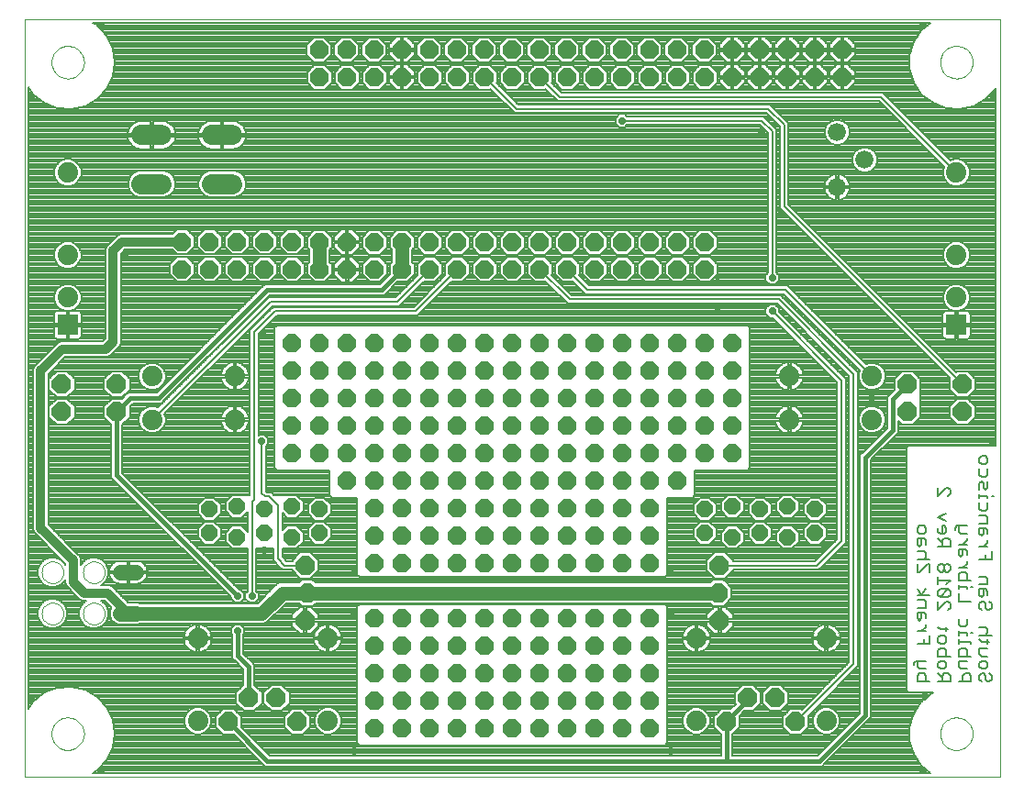
<source format=gbl>
G75*
G70*
%OFA0B0*%
%FSLAX24Y24*%
%IPPOS*%
%LPD*%
%AMOC8*
5,1,8,0,0,1.08239X$1,22.5*
%
%ADD10C,0.0000*%
%ADD11OC8,0.0594*%
%ADD12OC8,0.0700*%
%ADD13C,0.0740*%
%ADD14R,0.0740X0.0740*%
%ADD15OC8,0.0660*%
%ADD16C,0.0740*%
%ADD17C,0.0660*%
%ADD18C,0.0554*%
%ADD19C,0.0060*%
%ADD20C,0.0080*%
%ADD21OC8,0.0238*%
%ADD22C,0.0500*%
%ADD23C,0.0160*%
%ADD24C,0.0320*%
D10*
X000269Y000500D02*
X000269Y028059D01*
X035702Y028059D01*
X035702Y000500D01*
X000269Y000500D01*
X001253Y002075D02*
X001255Y002123D01*
X001261Y002171D01*
X001271Y002218D01*
X001284Y002264D01*
X001302Y002309D01*
X001322Y002353D01*
X001347Y002395D01*
X001375Y002434D01*
X001405Y002471D01*
X001439Y002505D01*
X001476Y002537D01*
X001514Y002566D01*
X001555Y002591D01*
X001598Y002613D01*
X001643Y002631D01*
X001689Y002645D01*
X001736Y002656D01*
X001784Y002663D01*
X001832Y002666D01*
X001880Y002665D01*
X001928Y002660D01*
X001976Y002651D01*
X002022Y002639D01*
X002067Y002622D01*
X002111Y002602D01*
X002153Y002579D01*
X002193Y002552D01*
X002231Y002522D01*
X002266Y002489D01*
X002298Y002453D01*
X002328Y002415D01*
X002354Y002374D01*
X002376Y002331D01*
X002396Y002287D01*
X002411Y002242D01*
X002423Y002195D01*
X002431Y002147D01*
X002435Y002099D01*
X002435Y002051D01*
X002431Y002003D01*
X002423Y001955D01*
X002411Y001908D01*
X002396Y001863D01*
X002376Y001819D01*
X002354Y001776D01*
X002328Y001735D01*
X002298Y001697D01*
X002266Y001661D01*
X002231Y001628D01*
X002193Y001598D01*
X002153Y001571D01*
X002111Y001548D01*
X002067Y001528D01*
X002022Y001511D01*
X001976Y001499D01*
X001928Y001490D01*
X001880Y001485D01*
X001832Y001484D01*
X001784Y001487D01*
X001736Y001494D01*
X001689Y001505D01*
X001643Y001519D01*
X001598Y001537D01*
X001555Y001559D01*
X001514Y001584D01*
X001476Y001613D01*
X001439Y001645D01*
X001405Y001679D01*
X001375Y001716D01*
X001347Y001755D01*
X001322Y001797D01*
X001302Y001841D01*
X001284Y001886D01*
X001271Y001932D01*
X001261Y001979D01*
X001255Y002027D01*
X001253Y002075D01*
X000898Y006443D02*
X000900Y006482D01*
X000906Y006521D01*
X000916Y006559D01*
X000929Y006596D01*
X000946Y006631D01*
X000966Y006665D01*
X000990Y006696D01*
X001017Y006725D01*
X001046Y006751D01*
X001078Y006774D01*
X001112Y006794D01*
X001148Y006810D01*
X001185Y006822D01*
X001224Y006831D01*
X001263Y006836D01*
X001302Y006837D01*
X001341Y006834D01*
X001380Y006827D01*
X001417Y006816D01*
X001454Y006802D01*
X001489Y006784D01*
X001522Y006763D01*
X001553Y006738D01*
X001581Y006711D01*
X001606Y006681D01*
X001628Y006648D01*
X001647Y006614D01*
X001662Y006578D01*
X001674Y006540D01*
X001682Y006502D01*
X001686Y006463D01*
X001686Y006423D01*
X001682Y006384D01*
X001674Y006346D01*
X001662Y006308D01*
X001647Y006272D01*
X001628Y006238D01*
X001606Y006205D01*
X001581Y006175D01*
X001553Y006148D01*
X001522Y006123D01*
X001489Y006102D01*
X001454Y006084D01*
X001417Y006070D01*
X001380Y006059D01*
X001341Y006052D01*
X001302Y006049D01*
X001263Y006050D01*
X001224Y006055D01*
X001185Y006064D01*
X001148Y006076D01*
X001112Y006092D01*
X001078Y006112D01*
X001046Y006135D01*
X001017Y006161D01*
X000990Y006190D01*
X000966Y006221D01*
X000946Y006255D01*
X000929Y006290D01*
X000916Y006327D01*
X000906Y006365D01*
X000900Y006404D01*
X000898Y006443D01*
X002398Y006443D02*
X002400Y006482D01*
X002406Y006521D01*
X002416Y006559D01*
X002429Y006596D01*
X002446Y006631D01*
X002466Y006665D01*
X002490Y006696D01*
X002517Y006725D01*
X002546Y006751D01*
X002578Y006774D01*
X002612Y006794D01*
X002648Y006810D01*
X002685Y006822D01*
X002724Y006831D01*
X002763Y006836D01*
X002802Y006837D01*
X002841Y006834D01*
X002880Y006827D01*
X002917Y006816D01*
X002954Y006802D01*
X002989Y006784D01*
X003022Y006763D01*
X003053Y006738D01*
X003081Y006711D01*
X003106Y006681D01*
X003128Y006648D01*
X003147Y006614D01*
X003162Y006578D01*
X003174Y006540D01*
X003182Y006502D01*
X003186Y006463D01*
X003186Y006423D01*
X003182Y006384D01*
X003174Y006346D01*
X003162Y006308D01*
X003147Y006272D01*
X003128Y006238D01*
X003106Y006205D01*
X003081Y006175D01*
X003053Y006148D01*
X003022Y006123D01*
X002989Y006102D01*
X002954Y006084D01*
X002917Y006070D01*
X002880Y006059D01*
X002841Y006052D01*
X002802Y006049D01*
X002763Y006050D01*
X002724Y006055D01*
X002685Y006064D01*
X002648Y006076D01*
X002612Y006092D01*
X002578Y006112D01*
X002546Y006135D01*
X002517Y006161D01*
X002490Y006190D01*
X002466Y006221D01*
X002446Y006255D01*
X002429Y006290D01*
X002416Y006327D01*
X002406Y006365D01*
X002400Y006404D01*
X002398Y006443D01*
X002398Y007943D02*
X002400Y007982D01*
X002406Y008021D01*
X002416Y008059D01*
X002429Y008096D01*
X002446Y008131D01*
X002466Y008165D01*
X002490Y008196D01*
X002517Y008225D01*
X002546Y008251D01*
X002578Y008274D01*
X002612Y008294D01*
X002648Y008310D01*
X002685Y008322D01*
X002724Y008331D01*
X002763Y008336D01*
X002802Y008337D01*
X002841Y008334D01*
X002880Y008327D01*
X002917Y008316D01*
X002954Y008302D01*
X002989Y008284D01*
X003022Y008263D01*
X003053Y008238D01*
X003081Y008211D01*
X003106Y008181D01*
X003128Y008148D01*
X003147Y008114D01*
X003162Y008078D01*
X003174Y008040D01*
X003182Y008002D01*
X003186Y007963D01*
X003186Y007923D01*
X003182Y007884D01*
X003174Y007846D01*
X003162Y007808D01*
X003147Y007772D01*
X003128Y007738D01*
X003106Y007705D01*
X003081Y007675D01*
X003053Y007648D01*
X003022Y007623D01*
X002989Y007602D01*
X002954Y007584D01*
X002917Y007570D01*
X002880Y007559D01*
X002841Y007552D01*
X002802Y007549D01*
X002763Y007550D01*
X002724Y007555D01*
X002685Y007564D01*
X002648Y007576D01*
X002612Y007592D01*
X002578Y007612D01*
X002546Y007635D01*
X002517Y007661D01*
X002490Y007690D01*
X002466Y007721D01*
X002446Y007755D01*
X002429Y007790D01*
X002416Y007827D01*
X002406Y007865D01*
X002400Y007904D01*
X002398Y007943D01*
X000898Y007943D02*
X000900Y007982D01*
X000906Y008021D01*
X000916Y008059D01*
X000929Y008096D01*
X000946Y008131D01*
X000966Y008165D01*
X000990Y008196D01*
X001017Y008225D01*
X001046Y008251D01*
X001078Y008274D01*
X001112Y008294D01*
X001148Y008310D01*
X001185Y008322D01*
X001224Y008331D01*
X001263Y008336D01*
X001302Y008337D01*
X001341Y008334D01*
X001380Y008327D01*
X001417Y008316D01*
X001454Y008302D01*
X001489Y008284D01*
X001522Y008263D01*
X001553Y008238D01*
X001581Y008211D01*
X001606Y008181D01*
X001628Y008148D01*
X001647Y008114D01*
X001662Y008078D01*
X001674Y008040D01*
X001682Y008002D01*
X001686Y007963D01*
X001686Y007923D01*
X001682Y007884D01*
X001674Y007846D01*
X001662Y007808D01*
X001647Y007772D01*
X001628Y007738D01*
X001606Y007705D01*
X001581Y007675D01*
X001553Y007648D01*
X001522Y007623D01*
X001489Y007602D01*
X001454Y007584D01*
X001417Y007570D01*
X001380Y007559D01*
X001341Y007552D01*
X001302Y007549D01*
X001263Y007550D01*
X001224Y007555D01*
X001185Y007564D01*
X001148Y007576D01*
X001112Y007592D01*
X001078Y007612D01*
X001046Y007635D01*
X001017Y007661D01*
X000990Y007690D01*
X000966Y007721D01*
X000946Y007755D01*
X000929Y007790D01*
X000916Y007827D01*
X000906Y007865D01*
X000900Y007904D01*
X000898Y007943D01*
X001253Y026484D02*
X001255Y026532D01*
X001261Y026580D01*
X001271Y026627D01*
X001284Y026673D01*
X001302Y026718D01*
X001322Y026762D01*
X001347Y026804D01*
X001375Y026843D01*
X001405Y026880D01*
X001439Y026914D01*
X001476Y026946D01*
X001514Y026975D01*
X001555Y027000D01*
X001598Y027022D01*
X001643Y027040D01*
X001689Y027054D01*
X001736Y027065D01*
X001784Y027072D01*
X001832Y027075D01*
X001880Y027074D01*
X001928Y027069D01*
X001976Y027060D01*
X002022Y027048D01*
X002067Y027031D01*
X002111Y027011D01*
X002153Y026988D01*
X002193Y026961D01*
X002231Y026931D01*
X002266Y026898D01*
X002298Y026862D01*
X002328Y026824D01*
X002354Y026783D01*
X002376Y026740D01*
X002396Y026696D01*
X002411Y026651D01*
X002423Y026604D01*
X002431Y026556D01*
X002435Y026508D01*
X002435Y026460D01*
X002431Y026412D01*
X002423Y026364D01*
X002411Y026317D01*
X002396Y026272D01*
X002376Y026228D01*
X002354Y026185D01*
X002328Y026144D01*
X002298Y026106D01*
X002266Y026070D01*
X002231Y026037D01*
X002193Y026007D01*
X002153Y025980D01*
X002111Y025957D01*
X002067Y025937D01*
X002022Y025920D01*
X001976Y025908D01*
X001928Y025899D01*
X001880Y025894D01*
X001832Y025893D01*
X001784Y025896D01*
X001736Y025903D01*
X001689Y025914D01*
X001643Y025928D01*
X001598Y025946D01*
X001555Y025968D01*
X001514Y025993D01*
X001476Y026022D01*
X001439Y026054D01*
X001405Y026088D01*
X001375Y026125D01*
X001347Y026164D01*
X001322Y026206D01*
X001302Y026250D01*
X001284Y026295D01*
X001271Y026341D01*
X001261Y026388D01*
X001255Y026436D01*
X001253Y026484D01*
X033536Y026484D02*
X033538Y026532D01*
X033544Y026580D01*
X033554Y026627D01*
X033567Y026673D01*
X033585Y026718D01*
X033605Y026762D01*
X033630Y026804D01*
X033658Y026843D01*
X033688Y026880D01*
X033722Y026914D01*
X033759Y026946D01*
X033797Y026975D01*
X033838Y027000D01*
X033881Y027022D01*
X033926Y027040D01*
X033972Y027054D01*
X034019Y027065D01*
X034067Y027072D01*
X034115Y027075D01*
X034163Y027074D01*
X034211Y027069D01*
X034259Y027060D01*
X034305Y027048D01*
X034350Y027031D01*
X034394Y027011D01*
X034436Y026988D01*
X034476Y026961D01*
X034514Y026931D01*
X034549Y026898D01*
X034581Y026862D01*
X034611Y026824D01*
X034637Y026783D01*
X034659Y026740D01*
X034679Y026696D01*
X034694Y026651D01*
X034706Y026604D01*
X034714Y026556D01*
X034718Y026508D01*
X034718Y026460D01*
X034714Y026412D01*
X034706Y026364D01*
X034694Y026317D01*
X034679Y026272D01*
X034659Y026228D01*
X034637Y026185D01*
X034611Y026144D01*
X034581Y026106D01*
X034549Y026070D01*
X034514Y026037D01*
X034476Y026007D01*
X034436Y025980D01*
X034394Y025957D01*
X034350Y025937D01*
X034305Y025920D01*
X034259Y025908D01*
X034211Y025899D01*
X034163Y025894D01*
X034115Y025893D01*
X034067Y025896D01*
X034019Y025903D01*
X033972Y025914D01*
X033926Y025928D01*
X033881Y025946D01*
X033838Y025968D01*
X033797Y025993D01*
X033759Y026022D01*
X033722Y026054D01*
X033688Y026088D01*
X033658Y026125D01*
X033630Y026164D01*
X033605Y026206D01*
X033585Y026250D01*
X033567Y026295D01*
X033554Y026341D01*
X033544Y026388D01*
X033538Y026436D01*
X033536Y026484D01*
X033536Y002075D02*
X033538Y002123D01*
X033544Y002171D01*
X033554Y002218D01*
X033567Y002264D01*
X033585Y002309D01*
X033605Y002353D01*
X033630Y002395D01*
X033658Y002434D01*
X033688Y002471D01*
X033722Y002505D01*
X033759Y002537D01*
X033797Y002566D01*
X033838Y002591D01*
X033881Y002613D01*
X033926Y002631D01*
X033972Y002645D01*
X034019Y002656D01*
X034067Y002663D01*
X034115Y002666D01*
X034163Y002665D01*
X034211Y002660D01*
X034259Y002651D01*
X034305Y002639D01*
X034350Y002622D01*
X034394Y002602D01*
X034436Y002579D01*
X034476Y002552D01*
X034514Y002522D01*
X034549Y002489D01*
X034581Y002453D01*
X034611Y002415D01*
X034637Y002374D01*
X034659Y002331D01*
X034679Y002287D01*
X034694Y002242D01*
X034706Y002195D01*
X034714Y002147D01*
X034718Y002099D01*
X034718Y002051D01*
X034714Y002003D01*
X034706Y001955D01*
X034694Y001908D01*
X034679Y001863D01*
X034659Y001819D01*
X034637Y001776D01*
X034611Y001735D01*
X034581Y001697D01*
X034549Y001661D01*
X034514Y001628D01*
X034476Y001598D01*
X034436Y001571D01*
X034394Y001548D01*
X034350Y001528D01*
X034305Y001511D01*
X034259Y001499D01*
X034211Y001490D01*
X034163Y001485D01*
X034115Y001484D01*
X034067Y001487D01*
X034019Y001494D01*
X033972Y001505D01*
X033926Y001519D01*
X033881Y001537D01*
X033838Y001559D01*
X033797Y001584D01*
X033759Y001613D01*
X033722Y001645D01*
X033688Y001679D01*
X033658Y001716D01*
X033630Y001755D01*
X033605Y001797D01*
X033585Y001841D01*
X033567Y001886D01*
X033554Y001932D01*
X033544Y001979D01*
X033538Y002027D01*
X033536Y002075D01*
D11*
X027985Y009221D03*
X026985Y009371D03*
X026985Y010241D03*
X027985Y010341D03*
X028985Y010241D03*
X028985Y009371D03*
X025985Y009221D03*
X024985Y009371D03*
X024985Y010241D03*
X025985Y010341D03*
X010985Y010241D03*
X010985Y009371D03*
X009985Y009221D03*
X008985Y009371D03*
X007985Y009221D03*
X006985Y009371D03*
X006985Y010241D03*
X007985Y010341D03*
X008985Y010241D03*
X009985Y010341D03*
D12*
X010470Y008193D03*
X010540Y007193D03*
X010470Y006193D03*
X009430Y003375D03*
X008430Y003375D03*
X007680Y002500D03*
X010180Y002500D03*
X003631Y013780D03*
X003631Y014780D03*
X001631Y014780D03*
X001631Y013780D03*
X025530Y008193D03*
X025480Y007193D03*
X025530Y006193D03*
X026540Y003375D03*
X027540Y003375D03*
X028290Y002500D03*
X025790Y002500D03*
X032340Y013780D03*
X032340Y014780D03*
X034340Y014780D03*
X034340Y013780D03*
D13*
X031060Y013492D03*
X031060Y015067D03*
X028060Y015067D03*
X028060Y013492D03*
X034127Y017929D03*
X034127Y019472D03*
X034127Y022472D03*
X029403Y005543D03*
X029403Y002543D03*
X024678Y002543D03*
X024678Y005543D03*
X011292Y005543D03*
X011292Y002543D03*
X006568Y002543D03*
X006568Y005543D03*
X007911Y013492D03*
X007911Y015067D03*
X004911Y015067D03*
X004911Y013492D03*
X001844Y017929D03*
X001844Y019472D03*
X001844Y022472D03*
D14*
X001844Y016929D03*
X034127Y016929D03*
D15*
X025985Y016280D03*
X024985Y016280D03*
X023985Y016280D03*
X022985Y016280D03*
X021985Y016280D03*
X020985Y016280D03*
X019985Y016280D03*
X018985Y016280D03*
X017985Y016280D03*
X016985Y016280D03*
X015985Y016280D03*
X014985Y016280D03*
X013985Y016280D03*
X012985Y016280D03*
X011985Y016280D03*
X010985Y016280D03*
X009985Y016280D03*
X009985Y015280D03*
X010985Y015280D03*
X011985Y015280D03*
X012985Y015280D03*
X013985Y015280D03*
X014985Y015280D03*
X015985Y015280D03*
X016985Y015280D03*
X017985Y015280D03*
X018985Y015280D03*
X019985Y015280D03*
X020985Y015280D03*
X021985Y015280D03*
X022985Y015280D03*
X023985Y015280D03*
X024985Y015280D03*
X025985Y015280D03*
X025985Y014280D03*
X024985Y014280D03*
X023985Y014280D03*
X022985Y014280D03*
X021985Y014280D03*
X020985Y014280D03*
X019985Y014280D03*
X018985Y014280D03*
X017985Y014280D03*
X016985Y014280D03*
X015985Y014280D03*
X014985Y014280D03*
X013985Y014280D03*
X012985Y014280D03*
X011985Y014280D03*
X010985Y014280D03*
X009985Y014280D03*
X009985Y013280D03*
X010985Y013280D03*
X011985Y013280D03*
X012985Y013280D03*
X013985Y013280D03*
X014985Y013280D03*
X015985Y013280D03*
X016985Y013280D03*
X017985Y013280D03*
X018985Y013280D03*
X019985Y013280D03*
X020985Y013280D03*
X021985Y013280D03*
X022985Y013280D03*
X023985Y013280D03*
X024985Y013280D03*
X025985Y013280D03*
X025985Y012280D03*
X024985Y012280D03*
X023985Y012280D03*
X022985Y012280D03*
X021985Y012280D03*
X020985Y012280D03*
X019985Y012280D03*
X018985Y012280D03*
X017985Y012280D03*
X016985Y012280D03*
X015985Y012280D03*
X014985Y012280D03*
X013985Y012280D03*
X012985Y012280D03*
X011985Y012280D03*
X010985Y012280D03*
X009985Y012280D03*
X011985Y011280D03*
X012985Y011280D03*
X013985Y011280D03*
X014985Y011280D03*
X015985Y011280D03*
X016985Y011280D03*
X017985Y011280D03*
X018985Y011280D03*
X019985Y011280D03*
X020985Y011280D03*
X021985Y011280D03*
X022985Y011280D03*
X023985Y011280D03*
X022985Y010280D03*
X021985Y010280D03*
X020985Y010280D03*
X019985Y010280D03*
X018985Y010280D03*
X017985Y010280D03*
X016985Y010280D03*
X015985Y010280D03*
X014985Y010280D03*
X013985Y010280D03*
X012985Y010280D03*
X012985Y009280D03*
X013985Y009280D03*
X014985Y009280D03*
X015985Y009280D03*
X016985Y009280D03*
X017985Y009280D03*
X018985Y009280D03*
X019985Y009280D03*
X020985Y009280D03*
X021985Y009280D03*
X022985Y009280D03*
X022985Y008280D03*
X021985Y008280D03*
X020985Y008280D03*
X019985Y008280D03*
X018985Y008280D03*
X017985Y008280D03*
X016985Y008280D03*
X015985Y008280D03*
X014985Y008280D03*
X013985Y008280D03*
X012985Y008280D03*
X012985Y006280D03*
X013985Y006280D03*
X014985Y006280D03*
X015985Y006280D03*
X016985Y006280D03*
X017985Y006280D03*
X018985Y006280D03*
X019985Y006280D03*
X020985Y006280D03*
X021985Y006280D03*
X022985Y006280D03*
X022985Y005280D03*
X021985Y005280D03*
X020985Y005280D03*
X019985Y005280D03*
X018985Y005280D03*
X017985Y005280D03*
X016985Y005280D03*
X015985Y005280D03*
X014985Y005280D03*
X013985Y005280D03*
X012985Y005280D03*
X012985Y004280D03*
X013985Y004280D03*
X014985Y004280D03*
X015985Y004280D03*
X016985Y004280D03*
X017985Y004280D03*
X018985Y004280D03*
X019985Y004280D03*
X020985Y004280D03*
X021985Y004280D03*
X022985Y004280D03*
X022985Y003280D03*
X021985Y003280D03*
X020985Y003280D03*
X019985Y003280D03*
X018985Y003280D03*
X017985Y003280D03*
X016985Y003280D03*
X015985Y003280D03*
X014985Y003280D03*
X013985Y003280D03*
X012985Y003280D03*
X012985Y002280D03*
X013985Y002280D03*
X014985Y002280D03*
X015985Y002280D03*
X016985Y002280D03*
X017985Y002280D03*
X018985Y002280D03*
X019985Y002280D03*
X020985Y002280D03*
X021985Y002280D03*
X022985Y002280D03*
X022993Y018949D03*
X021993Y018949D03*
X020993Y018949D03*
X019993Y018949D03*
X018993Y018949D03*
X017993Y018949D03*
X016993Y018949D03*
X015993Y018949D03*
X014993Y018949D03*
X013993Y018949D03*
X012993Y018949D03*
X011993Y018949D03*
X010993Y018949D03*
X009993Y018949D03*
X008993Y018949D03*
X007993Y018949D03*
X006993Y018949D03*
X005993Y018949D03*
X005993Y019949D03*
X006993Y019949D03*
X007993Y019949D03*
X008993Y019949D03*
X009993Y019949D03*
X010985Y019941D03*
X011985Y019941D03*
X012985Y019941D03*
X013985Y019941D03*
X014985Y019941D03*
X015985Y019941D03*
X016985Y019941D03*
X017985Y019941D03*
X018985Y019941D03*
X019985Y019941D03*
X020985Y019941D03*
X021985Y019941D03*
X022985Y019941D03*
X023985Y019941D03*
X024985Y019941D03*
X024993Y018949D03*
X023993Y018949D03*
X023985Y025941D03*
X022985Y025941D03*
X021985Y025941D03*
X020985Y025941D03*
X019985Y025941D03*
X018985Y025941D03*
X017985Y025941D03*
X016985Y025941D03*
X015985Y025941D03*
X014985Y025941D03*
X013985Y025941D03*
X012985Y025941D03*
X011985Y025941D03*
X010985Y025941D03*
X010977Y026933D03*
X011977Y026933D03*
X012977Y026933D03*
X013977Y026933D03*
X014977Y026933D03*
X015977Y026933D03*
X016977Y026933D03*
X017977Y026933D03*
X018977Y026933D03*
X019977Y026933D03*
X020977Y026933D03*
X021977Y026933D03*
X022977Y026933D03*
X023977Y026933D03*
X024977Y026933D03*
X025977Y026933D03*
X026977Y026933D03*
X027977Y026933D03*
X028977Y026933D03*
X029977Y026933D03*
X029977Y025933D03*
X028977Y025933D03*
X027977Y025933D03*
X026977Y025933D03*
X025977Y025933D03*
X024985Y025941D03*
D16*
X007824Y023831D02*
X007084Y023831D01*
X005264Y023831D02*
X004524Y023831D01*
X004524Y022051D02*
X005264Y022051D01*
X007084Y022051D02*
X007824Y022051D01*
D17*
X029796Y021941D03*
X030796Y022941D03*
X029796Y023941D03*
D18*
X004320Y007943D02*
X003765Y007943D01*
X003765Y006443D02*
X004320Y006443D01*
D19*
X032567Y004650D02*
X032567Y004576D01*
X032567Y004650D02*
X032641Y004723D01*
X033008Y004723D01*
X033008Y004429D02*
X032788Y004429D01*
X032714Y004503D01*
X032714Y004723D01*
X032788Y004263D02*
X032934Y004263D01*
X033008Y004189D01*
X033008Y003969D01*
X033155Y003969D02*
X032714Y003969D01*
X032714Y004189D01*
X032788Y004263D01*
X033464Y004263D02*
X033611Y004116D01*
X033611Y004189D02*
X033611Y003969D01*
X033464Y003969D02*
X033905Y003969D01*
X033905Y004189D01*
X033831Y004263D01*
X033684Y004263D01*
X033611Y004189D01*
X033684Y004429D02*
X033538Y004429D01*
X033464Y004503D01*
X033464Y004650D01*
X033538Y004723D01*
X033684Y004723D01*
X033758Y004650D01*
X033758Y004503D01*
X033684Y004429D01*
X033758Y004890D02*
X033758Y005110D01*
X033684Y005183D01*
X033538Y005183D01*
X033464Y005110D01*
X033464Y004890D01*
X033905Y004890D01*
X034214Y004890D02*
X034214Y005110D01*
X034288Y005183D01*
X034434Y005183D01*
X034508Y005110D01*
X034508Y004890D01*
X034655Y004890D02*
X034214Y004890D01*
X034214Y004723D02*
X034508Y004723D01*
X034508Y004429D02*
X034288Y004429D01*
X034214Y004503D01*
X034214Y004723D01*
X034434Y004263D02*
X034361Y004189D01*
X034361Y003969D01*
X034214Y003969D02*
X034655Y003969D01*
X034655Y004189D01*
X034581Y004263D01*
X034434Y004263D01*
X034964Y004189D02*
X034964Y004042D01*
X035038Y003969D01*
X035184Y004042D02*
X035184Y004189D01*
X035111Y004263D01*
X035038Y004263D01*
X034964Y004189D01*
X035038Y004429D02*
X034964Y004503D01*
X034964Y004650D01*
X035038Y004723D01*
X035184Y004723D01*
X035258Y004650D01*
X035258Y004503D01*
X035184Y004429D01*
X035038Y004429D01*
X035331Y004263D02*
X035405Y004189D01*
X035405Y004042D01*
X035331Y003969D01*
X035258Y003969D01*
X035184Y004042D01*
X035258Y004890D02*
X035038Y004890D01*
X034964Y004963D01*
X034964Y005183D01*
X035258Y005183D01*
X035258Y005350D02*
X035258Y005497D01*
X035331Y005424D02*
X035038Y005424D01*
X034964Y005497D01*
X034964Y005657D02*
X035405Y005657D01*
X035258Y005730D02*
X035258Y005877D01*
X035184Y005951D01*
X034964Y005951D01*
X034728Y005730D02*
X034655Y005730D01*
X034508Y005730D02*
X034508Y005657D01*
X034508Y005730D02*
X034214Y005730D01*
X034214Y005657D02*
X034214Y005804D01*
X034288Y005964D02*
X034214Y006037D01*
X034214Y006258D01*
X034508Y006258D02*
X034508Y006037D01*
X034434Y005964D01*
X034288Y005964D01*
X033831Y005884D02*
X033538Y005884D01*
X033464Y005957D01*
X033758Y005957D02*
X033758Y005811D01*
X033684Y005644D02*
X033758Y005570D01*
X033758Y005424D01*
X033684Y005350D01*
X033538Y005350D01*
X033464Y005424D01*
X033464Y005570D01*
X033538Y005644D01*
X033684Y005644D01*
X033155Y005644D02*
X033155Y005350D01*
X032714Y005350D01*
X032934Y005350D02*
X032934Y005497D01*
X032861Y005811D02*
X033008Y005957D01*
X033008Y006031D01*
X033008Y005811D02*
X032714Y005811D01*
X032788Y006194D02*
X032861Y006268D01*
X032861Y006488D01*
X032934Y006488D02*
X032714Y006488D01*
X032714Y006268D01*
X032788Y006194D01*
X033008Y006268D02*
X033008Y006414D01*
X032934Y006488D01*
X033008Y006655D02*
X032714Y006655D01*
X032714Y006948D02*
X032934Y006948D01*
X033008Y006875D01*
X033008Y006655D01*
X033464Y006578D02*
X033758Y006871D01*
X033831Y006871D01*
X033905Y006798D01*
X033905Y006651D01*
X033831Y006578D01*
X033464Y006578D02*
X033464Y006871D01*
X033538Y007038D02*
X033831Y007332D01*
X033538Y007332D01*
X033464Y007258D01*
X033464Y007112D01*
X033538Y007038D01*
X033831Y007038D01*
X033905Y007112D01*
X033905Y007258D01*
X033831Y007332D01*
X033758Y007499D02*
X033905Y007645D01*
X033464Y007645D01*
X033464Y007499D02*
X033464Y007792D01*
X033538Y007959D02*
X033611Y007959D01*
X033684Y008032D01*
X033684Y008179D01*
X033611Y008253D01*
X033538Y008253D01*
X033464Y008179D01*
X033464Y008032D01*
X033538Y007959D01*
X033684Y008032D02*
X033758Y007959D01*
X033831Y007959D01*
X033905Y008032D01*
X033905Y008179D01*
X033831Y008253D01*
X033758Y008253D01*
X033684Y008179D01*
X033155Y008253D02*
X033081Y008253D01*
X032788Y007959D01*
X032714Y007959D01*
X032714Y008253D01*
X032714Y008419D02*
X033155Y008419D01*
X033008Y008493D02*
X033008Y008640D01*
X032934Y008713D01*
X032714Y008713D01*
X032788Y008880D02*
X032714Y008953D01*
X032714Y009173D01*
X032934Y009173D01*
X033008Y009100D01*
X033008Y008953D01*
X032861Y008953D02*
X032861Y009173D01*
X032934Y009340D02*
X032788Y009340D01*
X032714Y009414D01*
X032714Y009560D01*
X032788Y009634D01*
X032934Y009634D01*
X033008Y009560D01*
X033008Y009414D01*
X032934Y009340D01*
X032861Y008953D02*
X032788Y008880D01*
X033008Y008493D02*
X032934Y008419D01*
X033155Y008253D02*
X033155Y007959D01*
X033008Y007335D02*
X032861Y007115D01*
X032714Y007335D01*
X032714Y007115D02*
X033155Y007115D01*
X034214Y007178D02*
X034214Y006885D01*
X034655Y006885D01*
X034964Y006798D02*
X034964Y006651D01*
X035038Y006578D01*
X035184Y006651D02*
X035184Y006798D01*
X035111Y006871D01*
X035038Y006871D01*
X034964Y006798D01*
X035038Y007038D02*
X035111Y007112D01*
X035111Y007332D01*
X035184Y007332D02*
X034964Y007332D01*
X034964Y007112D01*
X035038Y007038D01*
X035258Y007112D02*
X035258Y007258D01*
X035184Y007332D01*
X035258Y007499D02*
X034964Y007499D01*
X034728Y007419D02*
X034655Y007419D01*
X034508Y007419D02*
X034508Y007345D01*
X034508Y007419D02*
X034214Y007419D01*
X034214Y007492D02*
X034214Y007345D01*
X034214Y007652D02*
X034214Y007872D01*
X034288Y007946D01*
X034434Y007946D01*
X034508Y007872D01*
X034508Y007652D01*
X034655Y007652D02*
X034214Y007652D01*
X034214Y008113D02*
X034508Y008113D01*
X034508Y008259D02*
X034361Y008113D01*
X034508Y008259D02*
X034508Y008333D01*
X034508Y008570D02*
X034508Y008716D01*
X034434Y008790D01*
X034214Y008790D01*
X034214Y008570D01*
X034288Y008496D01*
X034361Y008570D01*
X034361Y008790D01*
X034361Y008957D02*
X034508Y009103D01*
X034508Y009177D01*
X034508Y009340D02*
X034288Y009340D01*
X034214Y009414D01*
X034214Y009634D01*
X034141Y009634D02*
X034508Y009634D01*
X034141Y009634D02*
X034067Y009560D01*
X034067Y009487D01*
X033758Y009414D02*
X033684Y009340D01*
X033538Y009340D01*
X033464Y009414D01*
X033464Y009560D01*
X033611Y009634D02*
X033611Y009340D01*
X033758Y009414D02*
X033758Y009560D01*
X033684Y009634D01*
X033611Y009634D01*
X033758Y009801D02*
X033464Y009947D01*
X033758Y010094D01*
X033831Y010721D02*
X033905Y010795D01*
X033905Y010942D01*
X033831Y011015D01*
X033758Y011015D01*
X033464Y010721D01*
X033464Y011015D01*
X034964Y010952D02*
X034964Y011172D01*
X035038Y011245D01*
X035111Y011172D01*
X035111Y011025D01*
X035184Y010952D01*
X035258Y011025D01*
X035258Y011245D01*
X035184Y011412D02*
X035038Y011412D01*
X034964Y011485D01*
X034964Y011706D01*
X035038Y011872D02*
X034964Y011946D01*
X034964Y012093D01*
X035038Y012166D01*
X035184Y012166D01*
X035258Y012093D01*
X035258Y011946D01*
X035184Y011872D01*
X035038Y011872D01*
X035258Y011706D02*
X035258Y011485D01*
X035184Y011412D01*
X034964Y010791D02*
X034964Y010645D01*
X034964Y010718D02*
X035258Y010718D01*
X035258Y010645D01*
X035405Y010718D02*
X035478Y010718D01*
X035258Y010478D02*
X035258Y010258D01*
X035184Y010184D01*
X035038Y010184D01*
X034964Y010258D01*
X034964Y010478D01*
X034964Y010017D02*
X035184Y010017D01*
X035258Y009944D01*
X035258Y009724D01*
X034964Y009724D01*
X034964Y009557D02*
X034964Y009337D01*
X035038Y009263D01*
X035111Y009337D01*
X035111Y009557D01*
X035184Y009557D02*
X034964Y009557D01*
X035184Y009557D02*
X035258Y009484D01*
X035258Y009337D01*
X035258Y009100D02*
X035258Y009027D01*
X035111Y008880D01*
X034964Y008880D02*
X035258Y008880D01*
X035405Y008713D02*
X035405Y008419D01*
X034964Y008419D01*
X035184Y008419D02*
X035184Y008566D01*
X034508Y008957D02*
X034214Y008957D01*
X033905Y008880D02*
X033905Y009100D01*
X033831Y009173D01*
X033684Y009173D01*
X033611Y009100D01*
X033611Y008880D01*
X033611Y009027D02*
X033464Y009173D01*
X033464Y008880D02*
X033905Y008880D01*
X034964Y007792D02*
X035184Y007792D01*
X035258Y007719D01*
X035258Y007499D01*
X035331Y006871D02*
X035405Y006798D01*
X035405Y006651D01*
X035331Y006578D01*
X035258Y006578D01*
X035184Y006651D01*
X035258Y005730D02*
X035184Y005657D01*
X034655Y005424D02*
X034655Y005350D01*
X034655Y005424D02*
X034214Y005424D01*
X034214Y005497D02*
X034214Y005350D01*
D20*
X032314Y005367D02*
X031020Y005367D01*
X031020Y005289D02*
X032314Y005289D01*
X032314Y005210D02*
X031020Y005210D01*
X031020Y005132D02*
X032314Y005132D01*
X032314Y005053D02*
X031020Y005053D01*
X031020Y004975D02*
X032314Y004975D01*
X032314Y004896D02*
X031020Y004896D01*
X031020Y004818D02*
X032314Y004818D01*
X032314Y004739D02*
X031020Y004739D01*
X031020Y004661D02*
X032314Y004661D01*
X032314Y004582D02*
X031020Y004582D01*
X031020Y004504D02*
X032314Y004504D01*
X032314Y004425D02*
X031020Y004425D01*
X031020Y004347D02*
X032314Y004347D01*
X032314Y004268D02*
X031020Y004268D01*
X031020Y004190D02*
X032314Y004190D01*
X032314Y004111D02*
X031020Y004111D01*
X031020Y004033D02*
X032314Y004033D01*
X032314Y003954D02*
X031020Y003954D01*
X031020Y003876D02*
X032314Y003876D01*
X032314Y003797D02*
X031020Y003797D01*
X031020Y003719D02*
X032314Y003719D01*
X032314Y003640D02*
X031020Y003640D01*
X031020Y003562D02*
X033264Y003562D01*
X033267Y003564D02*
X032866Y003245D01*
X032866Y003245D01*
X032866Y003245D01*
X032578Y002821D01*
X032426Y002331D01*
X032426Y001818D01*
X032578Y001329D01*
X032578Y001329D01*
X032866Y000905D01*
X032866Y000905D01*
X032866Y000905D01*
X033199Y000640D01*
X002760Y000640D01*
X002916Y000730D01*
X002916Y000730D01*
X002916Y000730D01*
X003265Y001106D01*
X003487Y001568D01*
X003563Y002075D01*
X003487Y002582D01*
X003265Y003044D01*
X002916Y003419D01*
X002472Y003676D01*
X001972Y003790D01*
X001461Y003751D01*
X001461Y003751D01*
X000984Y003564D01*
X000984Y003564D01*
X000583Y003245D01*
X000583Y003245D01*
X000583Y003245D01*
X000409Y002989D01*
X000409Y025570D01*
X000583Y025314D01*
X000984Y024995D01*
X001461Y024808D01*
X001972Y024769D01*
X001972Y024769D01*
X002472Y024883D01*
X002916Y025140D01*
X003265Y025515D01*
X003265Y025515D01*
X003487Y025977D01*
X003487Y025977D01*
X003563Y026484D01*
X003487Y026991D01*
X003487Y026991D01*
X003265Y027453D01*
X002916Y027829D01*
X002916Y027829D01*
X002760Y027919D01*
X033199Y027919D01*
X032866Y027654D01*
X032578Y027230D01*
X032426Y026741D01*
X032426Y026228D01*
X032578Y025738D01*
X032866Y025314D01*
X032866Y025314D01*
X032866Y025314D01*
X033267Y024995D01*
X033744Y024808D01*
X034256Y024769D01*
X034755Y024883D01*
X035199Y025140D01*
X035548Y025515D01*
X035548Y025515D01*
X035562Y025544D01*
X035562Y012559D01*
X032384Y012559D01*
X032314Y012489D01*
X032314Y003639D01*
X032384Y003569D01*
X033279Y003569D01*
X033267Y003564D01*
X033267Y003564D01*
X033165Y003483D02*
X031020Y003483D01*
X031020Y003405D02*
X033067Y003405D01*
X032968Y003326D02*
X031020Y003326D01*
X031020Y003248D02*
X032870Y003248D01*
X032815Y003169D02*
X031020Y003169D01*
X031020Y003091D02*
X032761Y003091D01*
X032708Y003012D02*
X031020Y003012D01*
X031020Y002934D02*
X032654Y002934D01*
X032601Y002855D02*
X031020Y002855D01*
X031020Y002777D02*
X032564Y002777D01*
X032578Y002821D02*
X032578Y002821D01*
X032540Y002698D02*
X031020Y002698D01*
X031020Y002661D02*
X031020Y012031D01*
X032004Y013016D01*
X032004Y013450D01*
X032145Y013310D01*
X032534Y013310D01*
X032810Y013585D01*
X032810Y013914D01*
X032810Y013915D01*
X032810Y014664D01*
X032810Y014664D01*
X032810Y014974D01*
X032534Y015250D01*
X032145Y015250D01*
X031870Y014974D01*
X031870Y014592D01*
X031604Y014327D01*
X031604Y013181D01*
X030737Y012314D01*
X030620Y012197D01*
X030620Y002827D01*
X029084Y001291D01*
X025990Y001291D01*
X025990Y002035D01*
X026260Y002305D01*
X026260Y002695D01*
X026236Y002719D01*
X026421Y002905D01*
X026735Y002905D01*
X027010Y003180D01*
X027010Y003570D01*
X026735Y003845D01*
X026346Y003845D01*
X026070Y003570D01*
X026070Y003180D01*
X026101Y003150D01*
X025921Y002970D01*
X025596Y002970D01*
X025320Y002695D01*
X025320Y002305D01*
X025590Y002035D01*
X025590Y001291D01*
X009172Y001291D01*
X008150Y002313D01*
X008150Y002695D01*
X007875Y002970D01*
X007486Y002970D01*
X007210Y002695D01*
X007210Y002305D01*
X007486Y002030D01*
X007867Y002030D01*
X008890Y001008D01*
X009007Y000891D01*
X029249Y000891D01*
X029366Y001008D01*
X031020Y002661D01*
X030978Y002620D02*
X032515Y002620D01*
X032491Y002541D02*
X030900Y002541D01*
X030821Y002463D02*
X032467Y002463D01*
X032443Y002384D02*
X030743Y002384D01*
X030664Y002306D02*
X032426Y002306D01*
X032426Y002227D02*
X030586Y002227D01*
X030507Y002149D02*
X032426Y002149D01*
X032426Y002070D02*
X030429Y002070D01*
X030350Y001992D02*
X032426Y001992D01*
X032426Y001913D02*
X030272Y001913D01*
X030193Y001835D02*
X032426Y001835D01*
X032446Y001756D02*
X030115Y001756D01*
X030036Y001678D02*
X032470Y001678D01*
X032494Y001599D02*
X029958Y001599D01*
X029879Y001521D02*
X032518Y001521D01*
X032543Y001442D02*
X029801Y001442D01*
X029722Y001364D02*
X032567Y001364D01*
X032607Y001285D02*
X029644Y001285D01*
X029565Y001207D02*
X032661Y001207D01*
X032714Y001128D02*
X029487Y001128D01*
X029408Y001050D02*
X032768Y001050D01*
X032821Y000971D02*
X029330Y000971D01*
X029251Y000893D02*
X032882Y000893D01*
X032981Y000814D02*
X002994Y000814D01*
X003066Y000893D02*
X009005Y000893D01*
X008926Y000971D02*
X003139Y000971D01*
X003212Y001050D02*
X008848Y001050D01*
X008890Y001008D02*
X008890Y001008D01*
X008769Y001128D02*
X003275Y001128D01*
X003265Y001106D02*
X003265Y001106D01*
X003313Y001207D02*
X008691Y001207D01*
X008612Y001285D02*
X003351Y001285D01*
X003389Y001364D02*
X008534Y001364D01*
X008455Y001442D02*
X003426Y001442D01*
X003464Y001521D02*
X008377Y001521D01*
X008298Y001599D02*
X003492Y001599D01*
X003487Y001568D02*
X003487Y001568D01*
X003504Y001678D02*
X008220Y001678D01*
X008141Y001756D02*
X003515Y001756D01*
X003527Y001835D02*
X008063Y001835D01*
X007984Y001913D02*
X003539Y001913D01*
X003551Y001992D02*
X007906Y001992D01*
X008158Y002306D02*
X009710Y002306D01*
X009710Y002305D02*
X009986Y002030D01*
X010375Y002030D01*
X010650Y002305D01*
X010650Y002695D01*
X010375Y002970D01*
X009986Y002970D01*
X009710Y002695D01*
X009710Y002305D01*
X009710Y002384D02*
X008150Y002384D01*
X008150Y002463D02*
X009710Y002463D01*
X009710Y002541D02*
X008150Y002541D01*
X008150Y002620D02*
X009710Y002620D01*
X009714Y002698D02*
X008147Y002698D01*
X008068Y002777D02*
X009792Y002777D01*
X009871Y002855D02*
X007990Y002855D01*
X007911Y002934D02*
X008207Y002934D01*
X008236Y002905D02*
X008625Y002905D01*
X008900Y003180D01*
X008900Y003570D01*
X008630Y003840D01*
X008630Y004583D01*
X008513Y004700D01*
X008225Y004988D01*
X008225Y005677D01*
X008264Y005716D01*
X008264Y005914D01*
X008124Y006054D01*
X007926Y006054D01*
X007786Y005914D01*
X007786Y005716D01*
X007825Y005677D01*
X007825Y004823D01*
X007942Y004706D01*
X008230Y004417D01*
X008230Y003840D01*
X007960Y003570D01*
X007960Y003180D01*
X008236Y002905D01*
X008129Y003012D02*
X006717Y003012D01*
X006665Y003033D02*
X006471Y003033D01*
X006290Y002959D01*
X006153Y002821D01*
X006078Y002641D01*
X006078Y002446D01*
X006153Y002266D01*
X006290Y002128D01*
X006471Y002053D01*
X006665Y002053D01*
X006846Y002128D01*
X006983Y002266D01*
X007058Y002446D01*
X007058Y002641D01*
X006983Y002821D01*
X006846Y002959D01*
X006665Y003033D01*
X006871Y002934D02*
X007449Y002934D01*
X007371Y002855D02*
X006949Y002855D01*
X007002Y002777D02*
X007292Y002777D01*
X007214Y002698D02*
X007034Y002698D01*
X007058Y002620D02*
X007210Y002620D01*
X007210Y002541D02*
X007058Y002541D01*
X007058Y002463D02*
X007210Y002463D01*
X007210Y002384D02*
X007032Y002384D01*
X007000Y002306D02*
X007210Y002306D01*
X007289Y002227D02*
X006945Y002227D01*
X006866Y002149D02*
X007367Y002149D01*
X007446Y002070D02*
X006706Y002070D01*
X006430Y002070D02*
X003563Y002070D01*
X003552Y002149D02*
X006270Y002149D01*
X006191Y002227D02*
X003540Y002227D01*
X003529Y002306D02*
X006136Y002306D01*
X006104Y002384D02*
X003517Y002384D01*
X003505Y002463D02*
X006078Y002463D01*
X006078Y002541D02*
X003493Y002541D01*
X003487Y002582D02*
X003487Y002582D01*
X003469Y002620D02*
X006078Y002620D01*
X006102Y002698D02*
X003431Y002698D01*
X003393Y002777D02*
X006134Y002777D01*
X006187Y002855D02*
X003355Y002855D01*
X003318Y002934D02*
X006265Y002934D01*
X006419Y003012D02*
X003280Y003012D01*
X003265Y003044D02*
X003265Y003044D01*
X003221Y003091D02*
X008050Y003091D01*
X007972Y003169D02*
X003148Y003169D01*
X003075Y003248D02*
X007960Y003248D01*
X007960Y003326D02*
X003003Y003326D01*
X002930Y003405D02*
X007960Y003405D01*
X007960Y003483D02*
X002806Y003483D01*
X002916Y003419D02*
X002916Y003419D01*
X002670Y003562D02*
X007960Y003562D01*
X008031Y003640D02*
X002534Y003640D01*
X002472Y003676D02*
X002472Y003676D01*
X002284Y003719D02*
X008109Y003719D01*
X008188Y003797D02*
X000409Y003797D01*
X000409Y003719D02*
X001377Y003719D01*
X001177Y003640D02*
X000409Y003640D01*
X000409Y003562D02*
X000980Y003562D01*
X000882Y003483D02*
X000409Y003483D01*
X000409Y003405D02*
X000783Y003405D01*
X000685Y003326D02*
X000409Y003326D01*
X000409Y003248D02*
X000587Y003248D01*
X000531Y003169D02*
X000409Y003169D01*
X000409Y003091D02*
X000478Y003091D01*
X000424Y003012D02*
X000409Y003012D01*
X000409Y003876D02*
X008230Y003876D01*
X008230Y003954D02*
X000409Y003954D01*
X000409Y004033D02*
X008230Y004033D01*
X008230Y004111D02*
X000409Y004111D01*
X000409Y004190D02*
X008230Y004190D01*
X008230Y004268D02*
X000409Y004268D01*
X000409Y004347D02*
X008230Y004347D01*
X008222Y004425D02*
X000409Y004425D01*
X000409Y004504D02*
X008144Y004504D01*
X008065Y004582D02*
X000409Y004582D01*
X000409Y004661D02*
X007987Y004661D01*
X007942Y004706D02*
X007942Y004706D01*
X007908Y004739D02*
X000409Y004739D01*
X000409Y004818D02*
X007830Y004818D01*
X007825Y004896D02*
X000409Y004896D01*
X000409Y004975D02*
X007825Y004975D01*
X007825Y005053D02*
X006709Y005053D01*
X006687Y005046D02*
X006764Y005071D01*
X006835Y005107D01*
X006900Y005154D01*
X006957Y005211D01*
X007004Y005276D01*
X007041Y005348D01*
X007065Y005424D01*
X007078Y005503D01*
X007078Y005503D01*
X006608Y005503D01*
X006608Y005033D01*
X006608Y005033D01*
X006687Y005046D01*
X006608Y005053D02*
X006528Y005053D01*
X006528Y005033D02*
X006449Y005046D01*
X006372Y005071D01*
X006301Y005107D01*
X006236Y005154D01*
X006179Y005211D01*
X006132Y005276D01*
X006095Y005348D01*
X006071Y005424D01*
X006058Y005503D01*
X006058Y005503D01*
X006528Y005503D01*
X006608Y005503D01*
X006608Y005583D01*
X007078Y005583D01*
X007078Y005583D01*
X007065Y005663D01*
X007041Y005739D01*
X007004Y005811D01*
X006957Y005876D01*
X006900Y005932D01*
X006835Y005979D01*
X006764Y006016D01*
X006687Y006041D01*
X006608Y006053D01*
X006608Y005583D01*
X006528Y005583D01*
X006528Y005503D01*
X006528Y005033D01*
X006528Y005033D01*
X006528Y005132D02*
X006608Y005132D01*
X006608Y005210D02*
X006528Y005210D01*
X006528Y005289D02*
X006608Y005289D01*
X006608Y005367D02*
X006528Y005367D01*
X006528Y005446D02*
X006608Y005446D01*
X006608Y005524D02*
X007825Y005524D01*
X007825Y005446D02*
X007069Y005446D01*
X007047Y005367D02*
X007825Y005367D01*
X007825Y005289D02*
X007011Y005289D01*
X006956Y005210D02*
X007825Y005210D01*
X007825Y005132D02*
X006869Y005132D01*
X007075Y005603D02*
X007825Y005603D01*
X007821Y005681D02*
X007059Y005681D01*
X007030Y005760D02*
X007786Y005760D01*
X007786Y005838D02*
X006984Y005838D01*
X006916Y005917D02*
X007788Y005917D01*
X007867Y005995D02*
X006805Y005995D01*
X006608Y005995D02*
X006528Y005995D01*
X006528Y006053D02*
X006449Y006041D01*
X006372Y006016D01*
X006301Y005979D01*
X006236Y005932D01*
X006179Y005876D01*
X006132Y005811D01*
X006095Y005739D01*
X006071Y005663D01*
X006058Y005583D01*
X006528Y005583D01*
X006528Y006053D01*
X006528Y006053D01*
X006608Y006053D02*
X006608Y006053D01*
X006608Y005917D02*
X006528Y005917D01*
X006528Y005838D02*
X006608Y005838D01*
X006608Y005760D02*
X006528Y005760D01*
X006528Y005681D02*
X006608Y005681D01*
X006608Y005603D02*
X006528Y005603D01*
X006528Y005524D02*
X000409Y005524D01*
X000409Y005446D02*
X006067Y005446D01*
X006089Y005367D02*
X000409Y005367D01*
X000409Y005289D02*
X006125Y005289D01*
X006180Y005210D02*
X000409Y005210D01*
X000409Y005132D02*
X006267Y005132D01*
X006427Y005053D02*
X000409Y005053D01*
X000409Y005603D02*
X006061Y005603D01*
X006058Y005583D02*
X006058Y005583D01*
X006076Y005681D02*
X000409Y005681D01*
X000409Y005760D02*
X006106Y005760D01*
X006152Y005838D02*
X000409Y005838D01*
X000409Y005917D02*
X001169Y005917D01*
X001186Y005909D02*
X001399Y005909D01*
X001595Y005990D01*
X001745Y006141D01*
X001826Y006337D01*
X001826Y006549D01*
X001745Y006745D01*
X001595Y006895D01*
X001399Y006977D01*
X001186Y006977D01*
X000990Y006895D01*
X000840Y006745D01*
X000759Y006549D01*
X000759Y006337D01*
X000840Y006141D01*
X000990Y005990D01*
X001186Y005909D01*
X000986Y005995D02*
X000409Y005995D01*
X000409Y006074D02*
X000907Y006074D01*
X000835Y006152D02*
X000409Y006152D01*
X000409Y006231D02*
X000803Y006231D01*
X000770Y006309D02*
X000409Y006309D01*
X000409Y006388D02*
X000759Y006388D01*
X000759Y006466D02*
X000409Y006466D01*
X000409Y006545D02*
X000759Y006545D01*
X000789Y006623D02*
X000409Y006623D01*
X000409Y006702D02*
X000822Y006702D01*
X000875Y006780D02*
X000409Y006780D01*
X000409Y006859D02*
X000953Y006859D01*
X001091Y006937D02*
X000409Y006937D01*
X000409Y007016D02*
X002216Y007016D01*
X002197Y007034D02*
X002276Y006956D01*
X002378Y006913D01*
X002532Y006913D01*
X002490Y006895D01*
X002340Y006745D01*
X002259Y006549D01*
X002259Y006337D01*
X002340Y006141D01*
X002490Y005990D01*
X002686Y005909D01*
X002899Y005909D01*
X003095Y005990D01*
X003245Y006141D01*
X003326Y006337D01*
X003326Y006549D01*
X003245Y006745D01*
X003095Y006895D01*
X003052Y006913D01*
X003176Y006913D01*
X003426Y006663D01*
X003368Y006522D01*
X003368Y006364D01*
X003429Y006218D01*
X003540Y006106D01*
X003686Y006046D01*
X004399Y006046D01*
X004464Y006073D01*
X008962Y006073D01*
X009098Y006129D01*
X009792Y006823D01*
X010245Y006823D01*
X010345Y006723D01*
X010735Y006723D01*
X010835Y006823D01*
X025185Y006823D01*
X025285Y006723D01*
X025675Y006723D01*
X025950Y006998D01*
X025950Y007388D01*
X025675Y007663D01*
X025285Y007663D01*
X025185Y007563D01*
X010835Y007563D01*
X010735Y007663D01*
X010345Y007663D01*
X010245Y007563D01*
X009565Y007563D01*
X009429Y007507D01*
X009325Y007403D01*
X008736Y006813D01*
X004464Y006813D01*
X004399Y006840D01*
X004041Y006840D01*
X003451Y007430D01*
X003348Y007473D01*
X003052Y007473D01*
X003095Y007490D01*
X003245Y007641D01*
X003326Y007837D01*
X003326Y008049D01*
X003245Y008245D01*
X003095Y008395D01*
X002899Y008477D01*
X002686Y008477D01*
X002490Y008395D01*
X002340Y008245D01*
X002320Y008198D01*
X002320Y008430D01*
X002278Y008533D01*
X002199Y008611D01*
X001139Y009671D01*
X001139Y015148D01*
X001763Y015771D01*
X003277Y015771D01*
X003380Y015814D01*
X003459Y015893D01*
X003656Y016089D01*
X003734Y016168D01*
X003777Y016271D01*
X003777Y019518D01*
X003928Y019669D01*
X005637Y019669D01*
X005807Y019499D01*
X006180Y019499D01*
X006443Y019762D01*
X006443Y020135D01*
X006180Y020399D01*
X005807Y020399D01*
X005637Y020229D01*
X003756Y020229D01*
X003653Y020186D01*
X003575Y020107D01*
X003260Y019792D01*
X003217Y019690D01*
X003217Y016443D01*
X003106Y016331D01*
X001591Y016331D01*
X001488Y016289D01*
X000622Y015422D01*
X000579Y015319D01*
X000579Y009499D01*
X000622Y009397D01*
X001760Y008258D01*
X001760Y008208D01*
X001745Y008245D01*
X001595Y008395D01*
X001399Y008477D01*
X001186Y008477D01*
X000990Y008395D01*
X000840Y008245D01*
X000759Y008049D01*
X000759Y007837D01*
X000840Y007641D01*
X000990Y007490D01*
X001186Y007409D01*
X001399Y007409D01*
X001595Y007490D01*
X001745Y007641D01*
X001760Y007678D01*
X001760Y007531D01*
X001803Y007428D01*
X002197Y007034D01*
X002137Y007094D02*
X000409Y007094D01*
X000409Y007173D02*
X002059Y007173D01*
X001980Y007251D02*
X000409Y007251D01*
X000409Y007330D02*
X001902Y007330D01*
X001823Y007408D02*
X000409Y007408D01*
X000409Y007487D02*
X001000Y007487D01*
X000916Y007565D02*
X000409Y007565D01*
X000409Y007644D02*
X000839Y007644D01*
X000806Y007722D02*
X000409Y007722D01*
X000409Y007801D02*
X000774Y007801D01*
X000759Y007879D02*
X000409Y007879D01*
X000409Y007958D02*
X000759Y007958D01*
X000759Y008036D02*
X000409Y008036D01*
X000409Y008115D02*
X000786Y008115D01*
X000818Y008193D02*
X000409Y008193D01*
X000409Y008272D02*
X000866Y008272D01*
X000945Y008350D02*
X000409Y008350D01*
X000409Y008429D02*
X001070Y008429D01*
X001354Y008664D02*
X000409Y008664D01*
X000409Y008586D02*
X001433Y008586D01*
X001511Y008507D02*
X000409Y008507D01*
X000409Y008743D02*
X001276Y008743D01*
X001197Y008821D02*
X000409Y008821D01*
X000409Y008900D02*
X001119Y008900D01*
X001040Y008978D02*
X000409Y008978D01*
X000409Y009057D02*
X000962Y009057D01*
X000883Y009135D02*
X000409Y009135D01*
X000409Y009214D02*
X000805Y009214D01*
X000726Y009292D02*
X000409Y009292D01*
X000409Y009371D02*
X000648Y009371D01*
X000600Y009449D02*
X000409Y009449D01*
X000409Y009528D02*
X000579Y009528D01*
X000579Y009606D02*
X000409Y009606D01*
X000409Y009685D02*
X000579Y009685D01*
X000579Y009763D02*
X000409Y009763D01*
X000409Y009842D02*
X000579Y009842D01*
X000579Y009920D02*
X000409Y009920D01*
X000409Y009999D02*
X000579Y009999D01*
X000579Y010077D02*
X000409Y010077D01*
X000409Y010156D02*
X000579Y010156D01*
X000579Y010234D02*
X000409Y010234D01*
X000409Y010313D02*
X000579Y010313D01*
X000579Y010391D02*
X000409Y010391D01*
X000409Y010470D02*
X000579Y010470D01*
X000579Y010548D02*
X000409Y010548D01*
X000409Y010627D02*
X000579Y010627D01*
X000579Y010705D02*
X000409Y010705D01*
X000409Y010784D02*
X000579Y010784D01*
X000579Y010862D02*
X000409Y010862D01*
X000409Y010941D02*
X000579Y010941D01*
X000579Y011019D02*
X000409Y011019D01*
X000409Y011098D02*
X000579Y011098D01*
X000579Y011176D02*
X000409Y011176D01*
X000409Y011255D02*
X000579Y011255D01*
X000579Y011333D02*
X000409Y011333D01*
X000409Y011412D02*
X000579Y011412D01*
X000579Y011490D02*
X000409Y011490D01*
X000409Y011569D02*
X000579Y011569D01*
X000579Y011647D02*
X000409Y011647D01*
X000409Y011726D02*
X000579Y011726D01*
X000579Y011804D02*
X000409Y011804D01*
X000409Y011883D02*
X000579Y011883D01*
X000579Y011961D02*
X000409Y011961D01*
X000409Y012040D02*
X000579Y012040D01*
X000579Y012118D02*
X000409Y012118D01*
X000409Y012197D02*
X000579Y012197D01*
X000579Y012275D02*
X000409Y012275D01*
X000409Y012354D02*
X000579Y012354D01*
X000579Y012432D02*
X000409Y012432D01*
X000409Y012511D02*
X000579Y012511D01*
X000579Y012589D02*
X000409Y012589D01*
X000409Y012668D02*
X000579Y012668D01*
X000579Y012746D02*
X000409Y012746D01*
X000409Y012825D02*
X000579Y012825D01*
X000579Y012903D02*
X000409Y012903D01*
X000409Y012982D02*
X000579Y012982D01*
X000579Y013060D02*
X000409Y013060D01*
X000409Y013139D02*
X000579Y013139D01*
X000579Y013217D02*
X000409Y013217D01*
X000409Y013296D02*
X000579Y013296D01*
X000579Y013374D02*
X000409Y013374D01*
X000409Y013453D02*
X000579Y013453D01*
X000579Y013531D02*
X000409Y013531D01*
X000409Y013610D02*
X000579Y013610D01*
X000579Y013688D02*
X000409Y013688D01*
X000409Y013767D02*
X000579Y013767D01*
X000579Y013845D02*
X000409Y013845D01*
X000409Y013924D02*
X000579Y013924D01*
X000579Y014002D02*
X000409Y014002D01*
X000409Y014081D02*
X000579Y014081D01*
X000579Y014159D02*
X000409Y014159D01*
X000409Y014238D02*
X000579Y014238D01*
X000579Y014316D02*
X000409Y014316D01*
X000409Y014395D02*
X000579Y014395D01*
X000579Y014473D02*
X000409Y014473D01*
X000409Y014552D02*
X000579Y014552D01*
X000579Y014630D02*
X000409Y014630D01*
X000409Y014709D02*
X000579Y014709D01*
X000579Y014787D02*
X000409Y014787D01*
X000409Y014866D02*
X000579Y014866D01*
X000579Y014944D02*
X000409Y014944D01*
X000409Y015023D02*
X000579Y015023D01*
X000579Y015101D02*
X000409Y015101D01*
X000409Y015180D02*
X000579Y015180D01*
X000579Y015258D02*
X000409Y015258D01*
X000409Y015337D02*
X000586Y015337D01*
X000619Y015415D02*
X000409Y015415D01*
X000409Y015494D02*
X000693Y015494D01*
X000772Y015572D02*
X000409Y015572D01*
X000409Y015651D02*
X000850Y015651D01*
X000929Y015729D02*
X000409Y015729D01*
X000409Y015808D02*
X001007Y015808D01*
X001086Y015886D02*
X000409Y015886D01*
X000409Y015965D02*
X001164Y015965D01*
X001243Y016043D02*
X000409Y016043D01*
X000409Y016122D02*
X001321Y016122D01*
X001400Y016200D02*
X000409Y016200D01*
X000409Y016279D02*
X001478Y016279D01*
X001455Y016419D02*
X001804Y016419D01*
X001804Y016889D01*
X001884Y016889D01*
X001884Y016969D01*
X002354Y016969D01*
X002354Y017318D01*
X002344Y017353D01*
X002326Y017385D01*
X002300Y017411D01*
X002268Y017430D01*
X002232Y017439D01*
X001884Y017439D01*
X001884Y016969D01*
X001804Y016969D01*
X001804Y017439D01*
X001455Y017439D01*
X001420Y017430D01*
X001388Y017411D01*
X001362Y017385D01*
X001343Y017353D01*
X001334Y017318D01*
X001334Y016969D01*
X001804Y016969D01*
X001804Y016889D01*
X001334Y016889D01*
X001334Y016541D01*
X001343Y016505D01*
X001362Y016473D01*
X001388Y016447D01*
X001420Y016429D01*
X001455Y016419D01*
X001408Y016436D02*
X000409Y016436D01*
X000409Y016514D02*
X001341Y016514D01*
X001334Y016593D02*
X000409Y016593D01*
X000409Y016671D02*
X001334Y016671D01*
X001334Y016750D02*
X000409Y016750D01*
X000409Y016828D02*
X001334Y016828D01*
X001334Y016985D02*
X000409Y016985D01*
X000409Y016907D02*
X001804Y016907D01*
X001804Y016985D02*
X001884Y016985D01*
X001884Y016907D02*
X003217Y016907D01*
X003217Y016985D02*
X002354Y016985D01*
X002354Y017064D02*
X003217Y017064D01*
X003217Y017142D02*
X002354Y017142D01*
X002354Y017221D02*
X003217Y017221D01*
X003217Y017299D02*
X002354Y017299D01*
X002330Y017378D02*
X003217Y017378D01*
X003217Y017456D02*
X001982Y017456D01*
X001941Y017439D02*
X002121Y017514D01*
X002259Y017652D01*
X002334Y017832D01*
X002334Y018027D01*
X002259Y018207D01*
X002121Y018345D01*
X001941Y018419D01*
X001746Y018419D01*
X001566Y018345D01*
X001428Y018207D01*
X001354Y018027D01*
X001354Y017832D01*
X001428Y017652D01*
X001566Y017514D01*
X001746Y017439D01*
X001941Y017439D01*
X001884Y017378D02*
X001804Y017378D01*
X001804Y017299D02*
X001884Y017299D01*
X001884Y017221D02*
X001804Y017221D01*
X001804Y017142D02*
X001884Y017142D01*
X001884Y017064D02*
X001804Y017064D01*
X001884Y016889D02*
X002354Y016889D01*
X002354Y016541D01*
X002344Y016505D01*
X002326Y016473D01*
X002300Y016447D01*
X002268Y016429D01*
X002232Y016419D01*
X001884Y016419D01*
X001884Y016889D01*
X001884Y016828D02*
X001804Y016828D01*
X001804Y016750D02*
X001884Y016750D01*
X001884Y016671D02*
X001804Y016671D01*
X001804Y016593D02*
X001884Y016593D01*
X001884Y016514D02*
X001804Y016514D01*
X001804Y016436D02*
X001884Y016436D01*
X002280Y016436D02*
X003210Y016436D01*
X003217Y016514D02*
X002346Y016514D01*
X002354Y016593D02*
X003217Y016593D01*
X003217Y016671D02*
X002354Y016671D01*
X002354Y016750D02*
X003217Y016750D01*
X003217Y016828D02*
X002354Y016828D01*
X002142Y017535D02*
X003217Y017535D01*
X003217Y017613D02*
X002220Y017613D01*
X002276Y017692D02*
X003217Y017692D01*
X003217Y017770D02*
X002308Y017770D01*
X002334Y017849D02*
X003217Y017849D01*
X003217Y017927D02*
X002334Y017927D01*
X002334Y018006D02*
X003217Y018006D01*
X003217Y018084D02*
X002310Y018084D01*
X002277Y018163D02*
X003217Y018163D01*
X003217Y018241D02*
X002225Y018241D01*
X002146Y018320D02*
X003217Y018320D01*
X003217Y018398D02*
X001992Y018398D01*
X001695Y018398D02*
X000409Y018398D01*
X000409Y018320D02*
X001541Y018320D01*
X001463Y018241D02*
X000409Y018241D01*
X000409Y018163D02*
X001410Y018163D01*
X001377Y018084D02*
X000409Y018084D01*
X000409Y018006D02*
X001354Y018006D01*
X001354Y017927D02*
X000409Y017927D01*
X000409Y017849D02*
X001354Y017849D01*
X001379Y017770D02*
X000409Y017770D01*
X000409Y017692D02*
X001412Y017692D01*
X001467Y017613D02*
X000409Y017613D01*
X000409Y017535D02*
X001545Y017535D01*
X001705Y017456D02*
X000409Y017456D01*
X000409Y017378D02*
X001357Y017378D01*
X001334Y017299D02*
X000409Y017299D01*
X000409Y017221D02*
X001334Y017221D01*
X001334Y017142D02*
X000409Y017142D01*
X000409Y017064D02*
X001334Y017064D01*
X000409Y016357D02*
X003131Y016357D01*
X003531Y015965D02*
X006553Y015965D01*
X006631Y016043D02*
X003609Y016043D01*
X003688Y016122D02*
X006710Y016122D01*
X006788Y016200D02*
X003748Y016200D01*
X003777Y016279D02*
X006867Y016279D01*
X006945Y016357D02*
X003777Y016357D01*
X003777Y016436D02*
X007024Y016436D01*
X007102Y016514D02*
X003777Y016514D01*
X003777Y016593D02*
X007181Y016593D01*
X007259Y016671D02*
X003777Y016671D01*
X003777Y016750D02*
X007338Y016750D01*
X007416Y016828D02*
X003777Y016828D01*
X003777Y016907D02*
X007495Y016907D01*
X007573Y016985D02*
X003777Y016985D01*
X003777Y017064D02*
X007652Y017064D01*
X007730Y017142D02*
X003777Y017142D01*
X003777Y017221D02*
X007809Y017221D01*
X007887Y017299D02*
X003777Y017299D01*
X003777Y017378D02*
X007966Y017378D01*
X008044Y017456D02*
X003777Y017456D01*
X003777Y017535D02*
X008123Y017535D01*
X008201Y017613D02*
X003777Y017613D01*
X003777Y017692D02*
X008280Y017692D01*
X008358Y017770D02*
X003777Y017770D01*
X003777Y017849D02*
X008437Y017849D01*
X008515Y017927D02*
X003777Y017927D01*
X003777Y018006D02*
X008594Y018006D01*
X008672Y018084D02*
X003777Y018084D01*
X003777Y018163D02*
X008751Y018163D01*
X008829Y018241D02*
X003777Y018241D01*
X003777Y018320D02*
X008908Y018320D01*
X008888Y018299D02*
X005068Y014480D01*
X004048Y014480D01*
X003931Y014362D01*
X003818Y014250D01*
X003436Y014250D01*
X003161Y013974D01*
X003161Y013585D01*
X003431Y013315D01*
X003431Y011386D01*
X007786Y007031D01*
X007786Y006976D01*
X007926Y006836D01*
X008124Y006836D01*
X008264Y006976D01*
X008264Y007174D01*
X008124Y007314D01*
X008068Y007314D01*
X003831Y011551D01*
X003831Y013315D01*
X004101Y013585D01*
X004101Y013967D01*
X004214Y014080D01*
X005234Y014080D01*
X005351Y014197D01*
X009171Y018017D01*
X013344Y018017D01*
X013826Y018499D01*
X014180Y018499D01*
X014443Y018762D01*
X014443Y019135D01*
X014355Y019223D01*
X014355Y019675D01*
X014435Y019755D01*
X014435Y020127D01*
X014172Y020391D01*
X013799Y020391D01*
X013535Y020127D01*
X013535Y019755D01*
X013615Y019675D01*
X013615Y019207D01*
X013543Y019135D01*
X013543Y018782D01*
X013178Y018417D01*
X009005Y018417D01*
X008888Y018299D01*
X008986Y018398D02*
X003777Y018398D01*
X003777Y018477D02*
X013238Y018477D01*
X013180Y018499D02*
X013443Y018762D01*
X013443Y019135D01*
X013180Y019399D01*
X012807Y019399D01*
X012543Y019135D01*
X012543Y018762D01*
X012807Y018499D01*
X013180Y018499D01*
X013236Y018555D02*
X013317Y018555D01*
X013314Y018634D02*
X013395Y018634D01*
X013393Y018712D02*
X013474Y018712D01*
X013443Y018791D02*
X013543Y018791D01*
X013543Y018869D02*
X013443Y018869D01*
X013443Y018948D02*
X013543Y018948D01*
X013543Y019026D02*
X013443Y019026D01*
X013443Y019105D02*
X013543Y019105D01*
X013591Y019183D02*
X013395Y019183D01*
X013317Y019262D02*
X013615Y019262D01*
X013615Y019340D02*
X013238Y019340D01*
X013172Y019491D02*
X013435Y019755D01*
X013435Y020127D01*
X013172Y020391D01*
X012799Y020391D01*
X012535Y020127D01*
X012535Y019755D01*
X012799Y019491D01*
X013172Y019491D01*
X013178Y019497D02*
X013615Y019497D01*
X013615Y019419D02*
X012188Y019419D01*
X012033Y019419D01*
X012033Y018989D01*
X011953Y018989D01*
X011953Y018909D01*
X011523Y018909D01*
X011523Y018754D01*
X011799Y018479D01*
X011953Y018479D01*
X011953Y018909D01*
X012033Y018909D01*
X012033Y018479D01*
X012188Y018479D01*
X012463Y018754D01*
X012463Y018909D01*
X012033Y018909D01*
X012033Y018989D01*
X012463Y018989D01*
X012463Y019143D01*
X012188Y019419D01*
X012180Y019471D02*
X012455Y019746D01*
X012455Y019901D01*
X012025Y019901D01*
X012025Y019471D01*
X012180Y019471D01*
X012206Y019497D02*
X012793Y019497D01*
X012714Y019576D02*
X012285Y019576D01*
X012363Y019654D02*
X012636Y019654D01*
X012557Y019733D02*
X012442Y019733D01*
X012455Y019811D02*
X012535Y019811D01*
X012535Y019890D02*
X012455Y019890D01*
X012455Y019981D02*
X012455Y020136D01*
X012180Y020411D01*
X012025Y020411D01*
X012025Y019981D01*
X011945Y019981D01*
X011945Y019901D01*
X011515Y019901D01*
X011515Y019746D01*
X011791Y019471D01*
X011945Y019471D01*
X011945Y019901D01*
X012025Y019901D01*
X012025Y019981D01*
X012455Y019981D01*
X012455Y020047D02*
X012535Y020047D01*
X012535Y020125D02*
X012455Y020125D01*
X012387Y020204D02*
X012612Y020204D01*
X012690Y020282D02*
X012309Y020282D01*
X012230Y020361D02*
X012769Y020361D01*
X013202Y020361D02*
X013769Y020361D01*
X013690Y020282D02*
X013281Y020282D01*
X013359Y020204D02*
X013612Y020204D01*
X013535Y020125D02*
X013435Y020125D01*
X013435Y020047D02*
X013535Y020047D01*
X013535Y019968D02*
X013435Y019968D01*
X013435Y019890D02*
X013535Y019890D01*
X013535Y019811D02*
X013435Y019811D01*
X013413Y019733D02*
X013557Y019733D01*
X013615Y019654D02*
X013335Y019654D01*
X013256Y019576D02*
X013615Y019576D01*
X014355Y019576D02*
X014714Y019576D01*
X014636Y019654D02*
X014355Y019654D01*
X014413Y019733D02*
X014557Y019733D01*
X014535Y019755D02*
X014799Y019491D01*
X015172Y019491D01*
X015435Y019755D01*
X015435Y020127D01*
X015172Y020391D01*
X014799Y020391D01*
X014535Y020127D01*
X014535Y019755D01*
X014535Y019811D02*
X014435Y019811D01*
X014435Y019890D02*
X014535Y019890D01*
X014535Y019968D02*
X014435Y019968D01*
X014435Y020047D02*
X014535Y020047D01*
X014535Y020125D02*
X014435Y020125D01*
X014359Y020204D02*
X014612Y020204D01*
X014690Y020282D02*
X014281Y020282D01*
X014202Y020361D02*
X014769Y020361D01*
X015202Y020361D02*
X015769Y020361D01*
X015799Y020391D02*
X015535Y020127D01*
X015535Y019755D01*
X015799Y019491D01*
X016172Y019491D01*
X016435Y019755D01*
X016435Y020127D01*
X016172Y020391D01*
X015799Y020391D01*
X015690Y020282D02*
X015281Y020282D01*
X015359Y020204D02*
X015612Y020204D01*
X015535Y020125D02*
X015435Y020125D01*
X015435Y020047D02*
X015535Y020047D01*
X015535Y019968D02*
X015435Y019968D01*
X015435Y019890D02*
X015535Y019890D01*
X015535Y019811D02*
X015435Y019811D01*
X015413Y019733D02*
X015557Y019733D01*
X015636Y019654D02*
X015335Y019654D01*
X015256Y019576D02*
X015714Y019576D01*
X015793Y019497D02*
X015178Y019497D01*
X015180Y019399D02*
X014807Y019399D01*
X014543Y019135D01*
X014543Y018762D01*
X014562Y018744D01*
X013762Y017943D01*
X009140Y017943D01*
X009046Y017850D01*
X005128Y013932D01*
X005008Y013982D01*
X004813Y013982D01*
X004633Y013908D01*
X004495Y013770D01*
X004421Y013590D01*
X004421Y013395D01*
X004495Y013215D01*
X004633Y013077D01*
X004813Y013002D01*
X005008Y013002D01*
X005188Y013077D01*
X005326Y013215D01*
X005401Y013395D01*
X005401Y013590D01*
X005353Y013704D01*
X009272Y017623D01*
X013894Y017623D01*
X014788Y018517D01*
X014807Y018499D01*
X015180Y018499D01*
X015443Y018762D01*
X015443Y019135D01*
X015180Y019399D01*
X015238Y019340D02*
X015748Y019340D01*
X015807Y019399D02*
X015543Y019135D01*
X015543Y018762D01*
X015562Y018744D01*
X014407Y017589D01*
X009301Y017589D01*
X009207Y017495D01*
X008455Y016743D01*
X008455Y010758D01*
X008158Y010758D01*
X007813Y010758D01*
X007568Y010514D01*
X007568Y010169D01*
X007813Y009924D01*
X008158Y009924D01*
X008376Y010143D01*
X008376Y009420D01*
X008158Y009638D01*
X007813Y009638D01*
X007568Y009394D01*
X007568Y009049D01*
X007813Y008804D01*
X008158Y008804D01*
X008178Y008825D01*
X008376Y008825D01*
X008376Y007253D01*
X008297Y007174D01*
X008297Y006976D01*
X008437Y006836D01*
X008636Y006836D01*
X008776Y006976D01*
X008776Y007174D01*
X008696Y007253D01*
X008696Y008825D01*
X009321Y008825D01*
X009321Y008364D01*
X009559Y008127D01*
X009653Y008033D01*
X010000Y008033D01*
X010000Y007998D01*
X010275Y007723D01*
X010665Y007723D01*
X010940Y007998D01*
X010940Y008388D01*
X010665Y008663D01*
X010275Y008663D01*
X010000Y008388D01*
X010000Y008353D01*
X009785Y008353D01*
X009641Y008497D01*
X009641Y008825D01*
X009792Y008825D01*
X009813Y008804D01*
X010158Y008804D01*
X010402Y009049D01*
X010402Y009394D01*
X010158Y009638D01*
X009813Y009638D01*
X009641Y009467D01*
X009641Y010096D01*
X009813Y009924D01*
X010158Y009924D01*
X010402Y010169D01*
X010402Y010514D01*
X010158Y010758D01*
X009813Y010758D01*
X009812Y010758D01*
X009332Y010758D01*
X009326Y010763D01*
X009233Y010857D01*
X009075Y010857D01*
X009051Y010881D01*
X009051Y012527D01*
X009130Y012606D01*
X009130Y012804D01*
X008990Y012944D01*
X008792Y012944D01*
X008775Y012927D01*
X008775Y016611D01*
X009434Y017269D01*
X014540Y017269D01*
X015788Y018517D01*
X015807Y018499D01*
X016180Y018499D01*
X016443Y018762D01*
X016443Y019135D01*
X016180Y019399D01*
X015807Y019399D01*
X015670Y019262D02*
X015317Y019262D01*
X015395Y019183D02*
X015591Y019183D01*
X015543Y019105D02*
X015443Y019105D01*
X015443Y019026D02*
X015543Y019026D01*
X015543Y018948D02*
X015443Y018948D01*
X015443Y018869D02*
X015543Y018869D01*
X015543Y018791D02*
X015443Y018791D01*
X015393Y018712D02*
X015530Y018712D01*
X015452Y018634D02*
X015314Y018634D01*
X015373Y018555D02*
X015236Y018555D01*
X015295Y018477D02*
X014747Y018477D01*
X014669Y018398D02*
X015216Y018398D01*
X015138Y018320D02*
X014590Y018320D01*
X014512Y018241D02*
X015059Y018241D01*
X014981Y018163D02*
X014433Y018163D01*
X014355Y018084D02*
X014902Y018084D01*
X014824Y018006D02*
X014276Y018006D01*
X014198Y017927D02*
X014745Y017927D01*
X014667Y017849D02*
X014119Y017849D01*
X014041Y017770D02*
X014588Y017770D01*
X014510Y017692D02*
X013962Y017692D01*
X013828Y017783D02*
X014993Y018949D01*
X014670Y019262D02*
X014355Y019262D01*
X014355Y019340D02*
X014748Y019340D01*
X014793Y019497D02*
X014355Y019497D01*
X014355Y019419D02*
X027274Y019419D01*
X027274Y019497D02*
X025178Y019497D01*
X025172Y019491D02*
X025435Y019755D01*
X025435Y020127D01*
X025172Y020391D01*
X024799Y020391D01*
X024535Y020127D01*
X024535Y019755D01*
X024799Y019491D01*
X025172Y019491D01*
X025180Y019399D02*
X025443Y019135D01*
X025443Y018762D01*
X025180Y018499D01*
X024807Y018499D01*
X024543Y018762D01*
X024543Y019135D01*
X024807Y019399D01*
X025180Y019399D01*
X025238Y019340D02*
X027274Y019340D01*
X027274Y019262D02*
X025317Y019262D01*
X025395Y019183D02*
X027274Y019183D01*
X027274Y019105D02*
X025443Y019105D01*
X025443Y019026D02*
X027274Y019026D01*
X027274Y018948D02*
X025443Y018948D01*
X025443Y018869D02*
X027274Y018869D01*
X027274Y018828D02*
X027195Y018749D01*
X027195Y018551D01*
X027335Y018411D01*
X027533Y018411D01*
X027673Y018551D01*
X027673Y018749D01*
X027594Y018828D01*
X027594Y024031D01*
X027200Y024425D01*
X027107Y024518D01*
X022163Y024518D01*
X022084Y024597D01*
X021886Y024597D01*
X021746Y024457D01*
X021746Y024259D01*
X021886Y024119D01*
X022084Y024119D01*
X022163Y024198D01*
X026974Y024198D01*
X027274Y023898D01*
X027274Y018828D01*
X027237Y018791D02*
X025443Y018791D01*
X025393Y018712D02*
X027195Y018712D01*
X027195Y018634D02*
X025314Y018634D01*
X025236Y018555D02*
X027195Y018555D01*
X027269Y018477D02*
X020692Y018477D01*
X020751Y018555D02*
X020613Y018555D01*
X020672Y018634D02*
X020535Y018634D01*
X020594Y018712D02*
X020456Y018712D01*
X020425Y018744D02*
X020443Y018762D01*
X020443Y019135D01*
X020180Y019399D01*
X019807Y019399D01*
X019543Y019135D01*
X019543Y018762D01*
X019807Y018499D01*
X020180Y018499D01*
X020198Y018517D01*
X020659Y018057D01*
X027844Y018057D01*
X030619Y015282D01*
X030570Y015164D01*
X030570Y014969D01*
X030645Y014789D01*
X030783Y014652D01*
X030963Y014577D01*
X031158Y014577D01*
X031338Y014652D01*
X031476Y014789D01*
X031550Y014969D01*
X031550Y015164D01*
X031476Y015344D01*
X031338Y015482D01*
X031158Y015557D01*
X030963Y015557D01*
X030845Y015508D01*
X028071Y018283D01*
X027977Y018377D01*
X020792Y018377D01*
X020425Y018744D01*
X020443Y018791D02*
X020543Y018791D01*
X020543Y018762D02*
X020807Y018499D01*
X021180Y018499D01*
X021443Y018762D01*
X021443Y019135D01*
X021180Y019399D01*
X020807Y019399D01*
X020543Y019135D01*
X020543Y018762D01*
X020543Y018869D02*
X020443Y018869D01*
X020443Y018948D02*
X020543Y018948D01*
X020543Y019026D02*
X020443Y019026D01*
X020443Y019105D02*
X020543Y019105D01*
X020591Y019183D02*
X020395Y019183D01*
X020317Y019262D02*
X020670Y019262D01*
X020748Y019340D02*
X020238Y019340D01*
X020172Y019491D02*
X020435Y019755D01*
X020435Y020127D01*
X020172Y020391D01*
X019799Y020391D01*
X019535Y020127D01*
X019535Y019755D01*
X019799Y019491D01*
X020172Y019491D01*
X020178Y019497D02*
X020793Y019497D01*
X020799Y019491D02*
X021172Y019491D01*
X021435Y019755D01*
X021435Y020127D01*
X021172Y020391D01*
X020799Y020391D01*
X020535Y020127D01*
X020535Y019755D01*
X020799Y019491D01*
X020714Y019576D02*
X020256Y019576D01*
X020335Y019654D02*
X020636Y019654D01*
X020557Y019733D02*
X020413Y019733D01*
X020435Y019811D02*
X020535Y019811D01*
X020535Y019890D02*
X020435Y019890D01*
X020435Y019968D02*
X020535Y019968D01*
X020535Y020047D02*
X020435Y020047D01*
X020435Y020125D02*
X020535Y020125D01*
X020612Y020204D02*
X020359Y020204D01*
X020281Y020282D02*
X020690Y020282D01*
X020769Y020361D02*
X020202Y020361D01*
X019769Y020361D02*
X019202Y020361D01*
X019172Y020391D02*
X018799Y020391D01*
X018535Y020127D01*
X018535Y019755D01*
X018799Y019491D01*
X019172Y019491D01*
X019435Y019755D01*
X019435Y020127D01*
X019172Y020391D01*
X019281Y020282D02*
X019690Y020282D01*
X019612Y020204D02*
X019359Y020204D01*
X019435Y020125D02*
X019535Y020125D01*
X019535Y020047D02*
X019435Y020047D01*
X019435Y019968D02*
X019535Y019968D01*
X019535Y019890D02*
X019435Y019890D01*
X019435Y019811D02*
X019535Y019811D01*
X019557Y019733D02*
X019413Y019733D01*
X019335Y019654D02*
X019636Y019654D01*
X019714Y019576D02*
X019256Y019576D01*
X019178Y019497D02*
X019793Y019497D01*
X019748Y019340D02*
X019238Y019340D01*
X019180Y019399D02*
X018807Y019399D01*
X018543Y019135D01*
X018543Y018762D01*
X018807Y018499D01*
X019180Y018499D01*
X019198Y018517D01*
X020014Y017702D01*
X027604Y017702D01*
X030227Y015079D01*
X030227Y004663D01*
X028510Y002945D01*
X028485Y002970D01*
X028096Y002970D01*
X027820Y002695D01*
X027820Y002305D01*
X028096Y002030D01*
X028485Y002030D01*
X028760Y002305D01*
X028760Y002695D01*
X028736Y002719D01*
X030547Y004530D01*
X030547Y015212D01*
X027830Y017928D01*
X027737Y018022D01*
X020146Y018022D01*
X019425Y018744D01*
X019443Y018762D01*
X019443Y019135D01*
X019180Y019399D01*
X019317Y019262D02*
X019670Y019262D01*
X019591Y019183D02*
X019395Y019183D01*
X019443Y019105D02*
X019543Y019105D01*
X019543Y019026D02*
X019443Y019026D01*
X019443Y018948D02*
X019543Y018948D01*
X019543Y018869D02*
X019443Y018869D01*
X019443Y018791D02*
X019543Y018791D01*
X019594Y018712D02*
X019456Y018712D01*
X019535Y018634D02*
X019672Y018634D01*
X019613Y018555D02*
X019751Y018555D01*
X019692Y018477D02*
X020239Y018477D01*
X020318Y018398D02*
X019770Y018398D01*
X019849Y018320D02*
X020396Y018320D01*
X020475Y018241D02*
X019927Y018241D01*
X020006Y018163D02*
X020553Y018163D01*
X020632Y018084D02*
X020084Y018084D01*
X020080Y017862D02*
X018993Y018949D01*
X018670Y019262D02*
X018317Y019262D01*
X018238Y019340D02*
X018748Y019340D01*
X018793Y019497D02*
X018178Y019497D01*
X018172Y019491D02*
X018435Y019755D01*
X018435Y020127D01*
X018172Y020391D01*
X017799Y020391D01*
X017535Y020127D01*
X017535Y019755D01*
X017799Y019491D01*
X018172Y019491D01*
X018180Y019399D02*
X017807Y019399D01*
X017543Y019135D01*
X017543Y018762D01*
X017807Y018499D01*
X018180Y018499D01*
X018443Y018762D01*
X018443Y019135D01*
X018180Y019399D01*
X018256Y019576D02*
X018714Y019576D01*
X018636Y019654D02*
X018335Y019654D01*
X018413Y019733D02*
X018557Y019733D01*
X018535Y019811D02*
X018435Y019811D01*
X018435Y019890D02*
X018535Y019890D01*
X018535Y019968D02*
X018435Y019968D01*
X018435Y020047D02*
X018535Y020047D01*
X018535Y020125D02*
X018435Y020125D01*
X018359Y020204D02*
X018612Y020204D01*
X018690Y020282D02*
X018281Y020282D01*
X018202Y020361D02*
X018769Y020361D01*
X017769Y020361D02*
X017202Y020361D01*
X017172Y020391D02*
X016799Y020391D01*
X016535Y020127D01*
X016535Y019755D01*
X016799Y019491D01*
X017172Y019491D01*
X017435Y019755D01*
X017435Y020127D01*
X017172Y020391D01*
X017281Y020282D02*
X017690Y020282D01*
X017612Y020204D02*
X017359Y020204D01*
X017435Y020125D02*
X017535Y020125D01*
X017535Y020047D02*
X017435Y020047D01*
X017435Y019968D02*
X017535Y019968D01*
X017535Y019890D02*
X017435Y019890D01*
X017435Y019811D02*
X017535Y019811D01*
X017557Y019733D02*
X017413Y019733D01*
X017335Y019654D02*
X017636Y019654D01*
X017714Y019576D02*
X017256Y019576D01*
X017178Y019497D02*
X017793Y019497D01*
X017748Y019340D02*
X017238Y019340D01*
X017180Y019399D02*
X016807Y019399D01*
X016543Y019135D01*
X016543Y018762D01*
X016807Y018499D01*
X017180Y018499D01*
X017443Y018762D01*
X017443Y019135D01*
X017180Y019399D01*
X017317Y019262D02*
X017670Y019262D01*
X017591Y019183D02*
X017395Y019183D01*
X017443Y019105D02*
X017543Y019105D01*
X017543Y019026D02*
X017443Y019026D01*
X017443Y018948D02*
X017543Y018948D01*
X017543Y018869D02*
X017443Y018869D01*
X017443Y018791D02*
X017543Y018791D01*
X017594Y018712D02*
X017393Y018712D01*
X017314Y018634D02*
X017672Y018634D01*
X017751Y018555D02*
X017236Y018555D01*
X016751Y018555D02*
X016236Y018555D01*
X016314Y018634D02*
X016672Y018634D01*
X016594Y018712D02*
X016393Y018712D01*
X016443Y018791D02*
X016543Y018791D01*
X016543Y018869D02*
X016443Y018869D01*
X016443Y018948D02*
X016543Y018948D01*
X016543Y019026D02*
X016443Y019026D01*
X016443Y019105D02*
X016543Y019105D01*
X016591Y019183D02*
X016395Y019183D01*
X016317Y019262D02*
X016670Y019262D01*
X016748Y019340D02*
X016238Y019340D01*
X016178Y019497D02*
X016793Y019497D01*
X016714Y019576D02*
X016256Y019576D01*
X016335Y019654D02*
X016636Y019654D01*
X016557Y019733D02*
X016413Y019733D01*
X016435Y019811D02*
X016535Y019811D01*
X016535Y019890D02*
X016435Y019890D01*
X016435Y019968D02*
X016535Y019968D01*
X016535Y020047D02*
X016435Y020047D01*
X016435Y020125D02*
X016535Y020125D01*
X016612Y020204D02*
X016359Y020204D01*
X016281Y020282D02*
X016690Y020282D01*
X016769Y020361D02*
X016202Y020361D01*
X015993Y018949D02*
X014474Y017429D01*
X009367Y017429D01*
X008615Y016677D01*
X008615Y010579D01*
X008536Y010500D01*
X008536Y007075D01*
X008375Y007251D02*
X008187Y007251D01*
X008264Y007173D02*
X008297Y007173D01*
X008297Y007094D02*
X008264Y007094D01*
X008264Y007016D02*
X008297Y007016D01*
X008336Y006937D02*
X008225Y006937D01*
X008146Y006859D02*
X008415Y006859D01*
X008658Y006859D02*
X008781Y006859D01*
X008737Y006937D02*
X008860Y006937D01*
X008938Y007016D02*
X008776Y007016D01*
X008776Y007094D02*
X009017Y007094D01*
X009095Y007173D02*
X008776Y007173D01*
X008698Y007251D02*
X009174Y007251D01*
X009252Y007330D02*
X008696Y007330D01*
X008696Y007408D02*
X009331Y007408D01*
X009409Y007487D02*
X008696Y007487D01*
X008696Y007565D02*
X010247Y007565D01*
X010326Y007644D02*
X008696Y007644D01*
X008696Y007722D02*
X030227Y007722D01*
X030227Y007644D02*
X025694Y007644D01*
X025725Y007723D02*
X025335Y007723D01*
X025060Y007998D01*
X025060Y008388D01*
X025335Y008663D01*
X025725Y008663D01*
X026000Y008388D01*
X026000Y008353D01*
X028998Y008353D01*
X029794Y009149D01*
X029794Y014843D01*
X027447Y017190D01*
X027335Y017190D01*
X027195Y017330D01*
X027195Y017528D01*
X027335Y017668D01*
X027533Y017668D01*
X027673Y017528D01*
X027673Y017416D01*
X030114Y014976D01*
X030114Y009016D01*
X030020Y008923D01*
X030020Y008923D01*
X029224Y008127D01*
X029224Y008127D01*
X029130Y008033D01*
X026000Y008033D01*
X026000Y007998D01*
X025725Y007723D01*
X025802Y007801D02*
X030227Y007801D01*
X030227Y007879D02*
X025881Y007879D01*
X025959Y007958D02*
X030227Y007958D01*
X030227Y008036D02*
X029133Y008036D01*
X029212Y008115D02*
X030227Y008115D01*
X030227Y008193D02*
X029290Y008193D01*
X029369Y008272D02*
X030227Y008272D01*
X030227Y008350D02*
X029447Y008350D01*
X029526Y008429D02*
X030227Y008429D01*
X030227Y008507D02*
X029604Y008507D01*
X029683Y008586D02*
X030227Y008586D01*
X030227Y008664D02*
X029761Y008664D01*
X029840Y008743D02*
X030227Y008743D01*
X030227Y008821D02*
X029918Y008821D01*
X029997Y008900D02*
X030227Y008900D01*
X030227Y008978D02*
X030075Y008978D01*
X030114Y009057D02*
X030227Y009057D01*
X030227Y009135D02*
X030114Y009135D01*
X030114Y009214D02*
X030227Y009214D01*
X030227Y009292D02*
X030114Y009292D01*
X030114Y009371D02*
X030227Y009371D01*
X030227Y009449D02*
X030114Y009449D01*
X030114Y009528D02*
X030227Y009528D01*
X030227Y009606D02*
X030114Y009606D01*
X030114Y009685D02*
X030227Y009685D01*
X030227Y009763D02*
X030114Y009763D01*
X030114Y009842D02*
X030227Y009842D01*
X030227Y009920D02*
X030114Y009920D01*
X030114Y009999D02*
X030227Y009999D01*
X030227Y010077D02*
X030114Y010077D01*
X030114Y010156D02*
X030227Y010156D01*
X030227Y010234D02*
X030114Y010234D01*
X030114Y010313D02*
X030227Y010313D01*
X030227Y010391D02*
X030114Y010391D01*
X030114Y010470D02*
X030227Y010470D01*
X030227Y010548D02*
X030114Y010548D01*
X030114Y010627D02*
X030227Y010627D01*
X030227Y010705D02*
X030114Y010705D01*
X030114Y010784D02*
X030227Y010784D01*
X030227Y010862D02*
X030114Y010862D01*
X030114Y010941D02*
X030227Y010941D01*
X030227Y011019D02*
X030114Y011019D01*
X030114Y011098D02*
X030227Y011098D01*
X030227Y011176D02*
X030114Y011176D01*
X030114Y011255D02*
X030227Y011255D01*
X030227Y011333D02*
X030114Y011333D01*
X030114Y011412D02*
X030227Y011412D01*
X030227Y011490D02*
X030114Y011490D01*
X030114Y011569D02*
X030227Y011569D01*
X030227Y011647D02*
X030114Y011647D01*
X030114Y011726D02*
X030227Y011726D01*
X030227Y011804D02*
X030114Y011804D01*
X030114Y011883D02*
X030227Y011883D01*
X030227Y011961D02*
X030114Y011961D01*
X030114Y012040D02*
X030227Y012040D01*
X030227Y012118D02*
X030114Y012118D01*
X030114Y012197D02*
X030227Y012197D01*
X030227Y012275D02*
X030114Y012275D01*
X030114Y012354D02*
X030227Y012354D01*
X030227Y012432D02*
X030114Y012432D01*
X030114Y012511D02*
X030227Y012511D01*
X030227Y012589D02*
X030114Y012589D01*
X030114Y012668D02*
X030227Y012668D01*
X030227Y012746D02*
X030114Y012746D01*
X030114Y012825D02*
X030227Y012825D01*
X030227Y012903D02*
X030114Y012903D01*
X030114Y012982D02*
X030227Y012982D01*
X030227Y013060D02*
X030114Y013060D01*
X030114Y013139D02*
X030227Y013139D01*
X030227Y013217D02*
X030114Y013217D01*
X030114Y013296D02*
X030227Y013296D01*
X030227Y013374D02*
X030114Y013374D01*
X030114Y013453D02*
X030227Y013453D01*
X030227Y013531D02*
X030114Y013531D01*
X030114Y013610D02*
X030227Y013610D01*
X030227Y013688D02*
X030114Y013688D01*
X030114Y013767D02*
X030227Y013767D01*
X030227Y013845D02*
X030114Y013845D01*
X030114Y013924D02*
X030227Y013924D01*
X030227Y014002D02*
X030114Y014002D01*
X030114Y014081D02*
X030227Y014081D01*
X030227Y014159D02*
X030114Y014159D01*
X030114Y014238D02*
X030227Y014238D01*
X030227Y014316D02*
X030114Y014316D01*
X030114Y014395D02*
X030227Y014395D01*
X030227Y014473D02*
X030114Y014473D01*
X030114Y014552D02*
X030227Y014552D01*
X030227Y014630D02*
X030114Y014630D01*
X030114Y014709D02*
X030227Y014709D01*
X030227Y014787D02*
X030114Y014787D01*
X030114Y014866D02*
X030227Y014866D01*
X030227Y014944D02*
X030114Y014944D01*
X030067Y015023D02*
X030227Y015023D01*
X030205Y015101D02*
X029988Y015101D01*
X029910Y015180D02*
X030127Y015180D01*
X030048Y015258D02*
X029831Y015258D01*
X029753Y015337D02*
X029970Y015337D01*
X029891Y015415D02*
X029674Y015415D01*
X029596Y015494D02*
X029813Y015494D01*
X029734Y015572D02*
X029517Y015572D01*
X029439Y015651D02*
X029656Y015651D01*
X029577Y015729D02*
X029360Y015729D01*
X029282Y015808D02*
X029499Y015808D01*
X029420Y015886D02*
X029203Y015886D01*
X029125Y015965D02*
X029342Y015965D01*
X029263Y016043D02*
X029046Y016043D01*
X028968Y016122D02*
X029185Y016122D01*
X029106Y016200D02*
X028889Y016200D01*
X028811Y016279D02*
X029028Y016279D01*
X028949Y016357D02*
X028732Y016357D01*
X028654Y016436D02*
X028871Y016436D01*
X028792Y016514D02*
X028575Y016514D01*
X028497Y016593D02*
X028714Y016593D01*
X028635Y016671D02*
X028418Y016671D01*
X028340Y016750D02*
X028557Y016750D01*
X028478Y016828D02*
X028261Y016828D01*
X028183Y016907D02*
X028400Y016907D01*
X028321Y016985D02*
X028104Y016985D01*
X028026Y017064D02*
X028243Y017064D01*
X028164Y017142D02*
X027947Y017142D01*
X027869Y017221D02*
X028086Y017221D01*
X028007Y017299D02*
X027790Y017299D01*
X027712Y017378D02*
X027929Y017378D01*
X027850Y017456D02*
X027673Y017456D01*
X027667Y017535D02*
X027772Y017535D01*
X027693Y017613D02*
X027588Y017613D01*
X027615Y017692D02*
X014962Y017692D01*
X015041Y017770D02*
X019946Y017770D01*
X019867Y017849D02*
X015119Y017849D01*
X015198Y017927D02*
X019789Y017927D01*
X019710Y018006D02*
X015276Y018006D01*
X015355Y018084D02*
X019632Y018084D01*
X019553Y018163D02*
X015433Y018163D01*
X015512Y018241D02*
X019475Y018241D01*
X019396Y018320D02*
X015590Y018320D01*
X015669Y018398D02*
X019318Y018398D01*
X019239Y018477D02*
X015747Y018477D01*
X014884Y017613D02*
X027280Y017613D01*
X027201Y017535D02*
X014805Y017535D01*
X014727Y017456D02*
X027195Y017456D01*
X027195Y017378D02*
X014648Y017378D01*
X014570Y017299D02*
X027226Y017299D01*
X027305Y017221D02*
X009385Y017221D01*
X009307Y017142D02*
X027495Y017142D01*
X027573Y017064D02*
X009228Y017064D01*
X009150Y016985D02*
X027652Y016985D01*
X027730Y016907D02*
X009071Y016907D01*
X008993Y016828D02*
X009365Y016828D01*
X009365Y016829D02*
X009365Y016730D01*
X009365Y011730D01*
X009436Y011660D01*
X011365Y011660D01*
X011365Y010730D01*
X011436Y010660D01*
X012365Y010660D01*
X012365Y007855D01*
X012436Y007785D01*
X023535Y007785D01*
X023605Y007855D01*
X023605Y010660D01*
X024535Y010660D01*
X024605Y010730D01*
X024605Y011660D01*
X026535Y011660D01*
X026605Y011730D01*
X026605Y016829D01*
X026535Y016900D01*
X009436Y016900D01*
X009365Y016829D01*
X009365Y016750D02*
X008914Y016750D01*
X008836Y016671D02*
X009365Y016671D01*
X009365Y016593D02*
X008775Y016593D01*
X008775Y016514D02*
X009365Y016514D01*
X009365Y016436D02*
X008775Y016436D01*
X008775Y016357D02*
X009365Y016357D01*
X009365Y016279D02*
X008775Y016279D01*
X008775Y016200D02*
X009365Y016200D01*
X009365Y016122D02*
X008775Y016122D01*
X008775Y016043D02*
X009365Y016043D01*
X009365Y015965D02*
X008775Y015965D01*
X008775Y015886D02*
X009365Y015886D01*
X009365Y015808D02*
X008775Y015808D01*
X008775Y015729D02*
X009365Y015729D01*
X009365Y015651D02*
X008775Y015651D01*
X008775Y015572D02*
X009365Y015572D01*
X009365Y015494D02*
X008775Y015494D01*
X008775Y015415D02*
X009365Y015415D01*
X009365Y015337D02*
X008775Y015337D01*
X008775Y015258D02*
X009365Y015258D01*
X009365Y015180D02*
X008775Y015180D01*
X008775Y015101D02*
X009365Y015101D01*
X009365Y015023D02*
X008775Y015023D01*
X008775Y014944D02*
X009365Y014944D01*
X009365Y014866D02*
X008775Y014866D01*
X008775Y014787D02*
X009365Y014787D01*
X009365Y014709D02*
X008775Y014709D01*
X008775Y014630D02*
X009365Y014630D01*
X009365Y014552D02*
X008775Y014552D01*
X008775Y014473D02*
X009365Y014473D01*
X009365Y014395D02*
X008775Y014395D01*
X008775Y014316D02*
X009365Y014316D01*
X009365Y014238D02*
X008775Y014238D01*
X008775Y014159D02*
X009365Y014159D01*
X009365Y014081D02*
X008775Y014081D01*
X008775Y014002D02*
X009365Y014002D01*
X009365Y013924D02*
X008775Y013924D01*
X008775Y013845D02*
X009365Y013845D01*
X009365Y013767D02*
X008775Y013767D01*
X008775Y013688D02*
X009365Y013688D01*
X009365Y013610D02*
X008775Y013610D01*
X008775Y013531D02*
X009365Y013531D01*
X009365Y013453D02*
X008775Y013453D01*
X008775Y013374D02*
X009365Y013374D01*
X009365Y013296D02*
X008775Y013296D01*
X008775Y013217D02*
X009365Y013217D01*
X009365Y013139D02*
X008775Y013139D01*
X008775Y013060D02*
X009365Y013060D01*
X009365Y012982D02*
X008775Y012982D01*
X009031Y012903D02*
X009365Y012903D01*
X009365Y012825D02*
X009109Y012825D01*
X009130Y012746D02*
X009365Y012746D01*
X009365Y012668D02*
X009130Y012668D01*
X009113Y012589D02*
X009365Y012589D01*
X009365Y012511D02*
X009051Y012511D01*
X009051Y012432D02*
X009365Y012432D01*
X009365Y012354D02*
X009051Y012354D01*
X009051Y012275D02*
X009365Y012275D01*
X009365Y012197D02*
X009051Y012197D01*
X009051Y012118D02*
X009365Y012118D01*
X009365Y012040D02*
X009051Y012040D01*
X009051Y011961D02*
X009365Y011961D01*
X009365Y011883D02*
X009051Y011883D01*
X009051Y011804D02*
X009365Y011804D01*
X009370Y011726D02*
X009051Y011726D01*
X009051Y011647D02*
X011365Y011647D01*
X011365Y011569D02*
X009051Y011569D01*
X009051Y011490D02*
X011365Y011490D01*
X011365Y011412D02*
X009051Y011412D01*
X009051Y011333D02*
X011365Y011333D01*
X011365Y011255D02*
X009051Y011255D01*
X009051Y011176D02*
X011365Y011176D01*
X011365Y011098D02*
X009051Y011098D01*
X009051Y011019D02*
X011365Y011019D01*
X011365Y010941D02*
X009051Y010941D01*
X009070Y010862D02*
X011365Y010862D01*
X011365Y010784D02*
X009306Y010784D01*
X009166Y010697D02*
X009009Y010697D01*
X008891Y010815D01*
X008891Y012705D01*
X008455Y012668D02*
X003831Y012668D01*
X003831Y012746D02*
X008455Y012746D01*
X008455Y012825D02*
X003831Y012825D01*
X003831Y012903D02*
X008455Y012903D01*
X008455Y012982D02*
X003831Y012982D01*
X003831Y013060D02*
X004673Y013060D01*
X004571Y013139D02*
X003831Y013139D01*
X003831Y013217D02*
X004494Y013217D01*
X004462Y013296D02*
X003831Y013296D01*
X003890Y013374D02*
X004429Y013374D01*
X004421Y013453D02*
X003969Y013453D01*
X004047Y013531D02*
X004421Y013531D01*
X004429Y013610D02*
X004101Y013610D01*
X004101Y013688D02*
X004461Y013688D01*
X004494Y013767D02*
X004101Y013767D01*
X004101Y013845D02*
X004570Y013845D01*
X004672Y013924D02*
X004101Y013924D01*
X004136Y014002D02*
X005198Y014002D01*
X005235Y014081D02*
X005277Y014081D01*
X005313Y014159D02*
X005355Y014159D01*
X005351Y014197D02*
X005351Y014197D01*
X005392Y014238D02*
X005434Y014238D01*
X005470Y014316D02*
X005512Y014316D01*
X005549Y014395D02*
X005591Y014395D01*
X005627Y014473D02*
X005669Y014473D01*
X005706Y014552D02*
X005748Y014552D01*
X005784Y014630D02*
X005826Y014630D01*
X005863Y014709D02*
X005905Y014709D01*
X005941Y014787D02*
X005983Y014787D01*
X006020Y014866D02*
X006062Y014866D01*
X006098Y014944D02*
X006140Y014944D01*
X006177Y015023D02*
X006219Y015023D01*
X006255Y015101D02*
X006297Y015101D01*
X006334Y015180D02*
X006376Y015180D01*
X006412Y015258D02*
X006454Y015258D01*
X006491Y015337D02*
X006533Y015337D01*
X006569Y015415D02*
X006611Y015415D01*
X006648Y015494D02*
X006690Y015494D01*
X006726Y015572D02*
X006768Y015572D01*
X006805Y015651D02*
X006847Y015651D01*
X006883Y015729D02*
X006925Y015729D01*
X006962Y015808D02*
X007004Y015808D01*
X007040Y015886D02*
X007082Y015886D01*
X007119Y015965D02*
X007161Y015965D01*
X007197Y016043D02*
X007239Y016043D01*
X007276Y016122D02*
X007318Y016122D01*
X007354Y016200D02*
X007396Y016200D01*
X007433Y016279D02*
X007475Y016279D01*
X007511Y016357D02*
X007553Y016357D01*
X007590Y016436D02*
X007632Y016436D01*
X007668Y016514D02*
X007710Y016514D01*
X007747Y016593D02*
X007789Y016593D01*
X007825Y016671D02*
X007867Y016671D01*
X007904Y016750D02*
X007946Y016750D01*
X007982Y016828D02*
X008024Y016828D01*
X008061Y016907D02*
X008103Y016907D01*
X008139Y016985D02*
X008181Y016985D01*
X008218Y017064D02*
X008260Y017064D01*
X008296Y017142D02*
X008338Y017142D01*
X008375Y017221D02*
X008417Y017221D01*
X008453Y017299D02*
X008495Y017299D01*
X008532Y017378D02*
X008574Y017378D01*
X008610Y017456D02*
X008652Y017456D01*
X008689Y017535D02*
X008731Y017535D01*
X008767Y017613D02*
X008809Y017613D01*
X008846Y017692D02*
X008888Y017692D01*
X008924Y017770D02*
X008966Y017770D01*
X009003Y017849D02*
X009045Y017849D01*
X009081Y017927D02*
X009123Y017927D01*
X009160Y018006D02*
X013824Y018006D01*
X013902Y018084D02*
X013411Y018084D01*
X013490Y018163D02*
X013981Y018163D01*
X014059Y018241D02*
X013568Y018241D01*
X013647Y018320D02*
X014138Y018320D01*
X014216Y018398D02*
X013725Y018398D01*
X013804Y018477D02*
X014295Y018477D01*
X014236Y018555D02*
X014373Y018555D01*
X014314Y018634D02*
X014452Y018634D01*
X014393Y018712D02*
X014530Y018712D01*
X014543Y018791D02*
X014443Y018791D01*
X014443Y018869D02*
X014543Y018869D01*
X014543Y018948D02*
X014443Y018948D01*
X014443Y019026D02*
X014543Y019026D01*
X014543Y019105D02*
X014443Y019105D01*
X014395Y019183D02*
X014591Y019183D01*
X014431Y017613D02*
X009262Y017613D01*
X009247Y017535D02*
X009183Y017535D01*
X009168Y017456D02*
X009105Y017456D01*
X009090Y017378D02*
X009026Y017378D01*
X009011Y017299D02*
X008948Y017299D01*
X008933Y017221D02*
X008869Y017221D01*
X008854Y017142D02*
X008791Y017142D01*
X008776Y017064D02*
X008712Y017064D01*
X008697Y016985D02*
X008634Y016985D01*
X008619Y016907D02*
X008555Y016907D01*
X008540Y016828D02*
X008477Y016828D01*
X008462Y016750D02*
X008398Y016750D01*
X008455Y016671D02*
X008320Y016671D01*
X008241Y016593D02*
X008455Y016593D01*
X008455Y016514D02*
X008163Y016514D01*
X008084Y016436D02*
X008455Y016436D01*
X008455Y016357D02*
X008006Y016357D01*
X007927Y016279D02*
X008455Y016279D01*
X008455Y016200D02*
X007849Y016200D01*
X007770Y016122D02*
X008455Y016122D01*
X008455Y016043D02*
X007692Y016043D01*
X007613Y015965D02*
X008455Y015965D01*
X008455Y015886D02*
X007535Y015886D01*
X007456Y015808D02*
X008455Y015808D01*
X008455Y015729D02*
X007378Y015729D01*
X007299Y015651D02*
X008455Y015651D01*
X008455Y015572D02*
X007981Y015572D01*
X007951Y015572D02*
X007871Y015572D01*
X007871Y015577D02*
X007870Y015577D01*
X007791Y015564D01*
X007715Y015540D01*
X007643Y015503D01*
X007578Y015456D01*
X007522Y015399D01*
X007474Y015334D01*
X007438Y015263D01*
X007413Y015186D01*
X007401Y015107D01*
X007401Y015107D01*
X007871Y015107D01*
X007871Y015577D01*
X007840Y015572D02*
X007221Y015572D01*
X007142Y015494D02*
X007630Y015494D01*
X007537Y015415D02*
X007064Y015415D01*
X006985Y015337D02*
X007476Y015337D01*
X007436Y015258D02*
X006907Y015258D01*
X006828Y015180D02*
X007412Y015180D01*
X007401Y015027D02*
X007401Y015027D01*
X007871Y015027D01*
X007951Y015027D01*
X007951Y015107D01*
X008421Y015107D01*
X008408Y015186D01*
X008383Y015263D01*
X008347Y015334D01*
X008300Y015399D01*
X008243Y015456D01*
X008178Y015503D01*
X008106Y015540D01*
X008030Y015564D01*
X007951Y015577D01*
X007951Y015577D01*
X007951Y015107D01*
X007871Y015107D01*
X007871Y015027D01*
X007871Y014557D01*
X007870Y014557D01*
X007791Y014569D01*
X007715Y014594D01*
X007643Y014631D01*
X007578Y014678D01*
X007522Y014735D01*
X007474Y014800D01*
X007438Y014871D01*
X007413Y014948D01*
X007401Y015027D01*
X007401Y015023D02*
X006671Y015023D01*
X006750Y015101D02*
X007871Y015101D01*
X007871Y015023D02*
X007951Y015023D01*
X007951Y015027D02*
X007951Y014557D01*
X008030Y014569D01*
X008106Y014594D01*
X008178Y014631D01*
X008243Y014678D01*
X008300Y014735D01*
X008347Y014800D01*
X008383Y014871D01*
X008408Y014948D01*
X008421Y015027D01*
X007951Y015027D01*
X007951Y015101D02*
X008455Y015101D01*
X008421Y015107D02*
X008421Y015107D01*
X008409Y015180D02*
X008455Y015180D01*
X008455Y015258D02*
X008385Y015258D01*
X008345Y015337D02*
X008455Y015337D01*
X008455Y015415D02*
X008284Y015415D01*
X008191Y015494D02*
X008455Y015494D01*
X008421Y015027D02*
X008421Y015027D01*
X008420Y015023D02*
X008455Y015023D01*
X008455Y014944D02*
X008407Y014944D01*
X008380Y014866D02*
X008455Y014866D01*
X008455Y014787D02*
X008338Y014787D01*
X008273Y014709D02*
X008455Y014709D01*
X008455Y014630D02*
X008176Y014630D01*
X007951Y014630D02*
X007871Y014630D01*
X007871Y014709D02*
X007951Y014709D01*
X007951Y014787D02*
X007871Y014787D01*
X007871Y014866D02*
X007951Y014866D01*
X007951Y014944D02*
X007871Y014944D01*
X007871Y015180D02*
X007951Y015180D01*
X007951Y015258D02*
X007871Y015258D01*
X007871Y015337D02*
X007951Y015337D01*
X007951Y015415D02*
X007871Y015415D01*
X007871Y015494D02*
X007951Y015494D01*
X007414Y014944D02*
X006593Y014944D01*
X006514Y014866D02*
X007441Y014866D01*
X007483Y014787D02*
X006436Y014787D01*
X006357Y014709D02*
X007548Y014709D01*
X007645Y014630D02*
X006279Y014630D01*
X006200Y014552D02*
X008455Y014552D01*
X008455Y014473D02*
X006122Y014473D01*
X006043Y014395D02*
X008455Y014395D01*
X008455Y014316D02*
X005965Y014316D01*
X005886Y014238D02*
X008455Y014238D01*
X008455Y014159D02*
X005808Y014159D01*
X005729Y014081D02*
X008455Y014081D01*
X008455Y014002D02*
X007951Y014002D01*
X007951Y014002D01*
X008030Y013990D01*
X008106Y013965D01*
X008178Y013928D01*
X008243Y013881D01*
X008300Y013824D01*
X008347Y013759D01*
X008383Y013688D01*
X008455Y013688D01*
X008383Y013688D02*
X008408Y013612D01*
X008421Y013532D01*
X008421Y013532D01*
X007951Y013532D01*
X007951Y013452D01*
X008421Y013452D01*
X008421Y013452D01*
X008408Y013373D01*
X008383Y013296D01*
X008347Y013225D01*
X008300Y013160D01*
X008243Y013103D01*
X008178Y013056D01*
X008106Y013019D01*
X008030Y012995D01*
X007951Y012982D01*
X007951Y012982D01*
X007951Y013452D01*
X007871Y013452D01*
X007871Y012982D01*
X007870Y012982D01*
X007791Y012995D01*
X007715Y013019D01*
X007643Y013056D01*
X007578Y013103D01*
X007522Y013160D01*
X007474Y013225D01*
X007438Y013296D01*
X007413Y013373D01*
X007401Y013452D01*
X007401Y013452D01*
X007871Y013452D01*
X007871Y013532D01*
X007871Y014002D01*
X007951Y014002D01*
X007951Y013532D01*
X007871Y013532D01*
X007401Y013532D01*
X007401Y013532D01*
X007413Y013612D01*
X007438Y013688D01*
X005360Y013688D01*
X005392Y013610D02*
X007413Y013610D01*
X007438Y013688D02*
X007474Y013759D01*
X007522Y013824D01*
X007578Y013881D01*
X007643Y013928D01*
X007715Y013965D01*
X007791Y013990D01*
X007870Y014002D01*
X005651Y014002D01*
X005572Y013924D02*
X007637Y013924D01*
X007542Y013845D02*
X005494Y013845D01*
X005415Y013767D02*
X007479Y013767D01*
X007871Y013767D02*
X007951Y013767D01*
X007951Y013845D02*
X007871Y013845D01*
X007871Y013924D02*
X007951Y013924D01*
X007871Y014002D02*
X007870Y014002D01*
X007871Y013688D02*
X007951Y013688D01*
X007951Y013610D02*
X007871Y013610D01*
X007871Y013531D02*
X005401Y013531D01*
X005401Y013453D02*
X007871Y013453D01*
X007871Y013374D02*
X007951Y013374D01*
X007951Y013296D02*
X007871Y013296D01*
X007871Y013217D02*
X007951Y013217D01*
X007951Y013139D02*
X007871Y013139D01*
X007871Y013060D02*
X007951Y013060D01*
X008183Y013060D02*
X008455Y013060D01*
X008455Y013139D02*
X008278Y013139D01*
X008341Y013217D02*
X008455Y013217D01*
X008455Y013296D02*
X008383Y013296D01*
X008408Y013374D02*
X008455Y013374D01*
X008455Y013453D02*
X007951Y013453D01*
X007951Y013531D02*
X008455Y013531D01*
X008455Y013610D02*
X008408Y013610D01*
X008455Y013767D02*
X008342Y013767D01*
X008279Y013845D02*
X008455Y013845D01*
X008455Y013924D02*
X008184Y013924D01*
X007951Y014557D02*
X007951Y014557D01*
X007413Y013374D02*
X005392Y013374D01*
X005359Y013296D02*
X007438Y013296D01*
X007480Y013217D02*
X005327Y013217D01*
X005250Y013139D02*
X007543Y013139D01*
X007638Y013060D02*
X005148Y013060D01*
X004914Y013492D02*
X004911Y013492D01*
X004914Y013492D02*
X009206Y017783D01*
X013828Y017783D01*
X012751Y018555D02*
X012264Y018555D01*
X012343Y018634D02*
X012672Y018634D01*
X012594Y018712D02*
X012421Y018712D01*
X012463Y018791D02*
X012543Y018791D01*
X012543Y018869D02*
X012463Y018869D01*
X012543Y018948D02*
X012033Y018948D01*
X012033Y019026D02*
X011953Y019026D01*
X011953Y018989D02*
X011953Y019419D01*
X011799Y019419D01*
X011523Y019143D01*
X011523Y018989D01*
X011953Y018989D01*
X011953Y018948D02*
X011443Y018948D01*
X011443Y019026D02*
X011523Y019026D01*
X011523Y019105D02*
X011443Y019105D01*
X011443Y019135D02*
X011355Y019223D01*
X011355Y019675D01*
X011435Y019755D01*
X011435Y020127D01*
X011172Y020391D01*
X010799Y020391D01*
X010535Y020127D01*
X010535Y019755D01*
X010615Y019675D01*
X010615Y019207D01*
X010543Y019135D01*
X010543Y018762D01*
X010807Y018499D01*
X011180Y018499D01*
X011443Y018762D01*
X011443Y019135D01*
X011395Y019183D02*
X011563Y019183D01*
X011641Y019262D02*
X011355Y019262D01*
X011355Y019340D02*
X011720Y019340D01*
X011798Y019419D02*
X011355Y019419D01*
X011355Y019497D02*
X011765Y019497D01*
X011686Y019576D02*
X011355Y019576D01*
X011355Y019654D02*
X011608Y019654D01*
X011529Y019733D02*
X011413Y019733D01*
X011435Y019811D02*
X011515Y019811D01*
X011515Y019890D02*
X011435Y019890D01*
X011435Y019968D02*
X011945Y019968D01*
X011945Y019981D02*
X011515Y019981D01*
X011515Y020136D01*
X011791Y020411D01*
X011945Y020411D01*
X011945Y019981D01*
X011945Y020047D02*
X012025Y020047D01*
X012025Y020125D02*
X011945Y020125D01*
X011945Y020204D02*
X012025Y020204D01*
X012025Y020282D02*
X011945Y020282D01*
X011945Y020361D02*
X012025Y020361D01*
X011740Y020361D02*
X011202Y020361D01*
X011281Y020282D02*
X011662Y020282D01*
X011583Y020204D02*
X011359Y020204D01*
X011435Y020125D02*
X011515Y020125D01*
X011515Y020047D02*
X011435Y020047D01*
X011945Y019890D02*
X012025Y019890D01*
X012025Y019968D02*
X012535Y019968D01*
X012025Y019811D02*
X011945Y019811D01*
X011945Y019733D02*
X012025Y019733D01*
X012025Y019654D02*
X011945Y019654D01*
X011945Y019576D02*
X012025Y019576D01*
X012025Y019497D02*
X011945Y019497D01*
X011953Y019419D02*
X012033Y019419D01*
X012033Y019340D02*
X011953Y019340D01*
X011953Y019262D02*
X012033Y019262D01*
X012033Y019183D02*
X011953Y019183D01*
X011953Y019105D02*
X012033Y019105D01*
X012033Y018869D02*
X011953Y018869D01*
X011953Y018791D02*
X012033Y018791D01*
X012033Y018712D02*
X011953Y018712D01*
X011953Y018634D02*
X012033Y018634D01*
X012033Y018555D02*
X011953Y018555D01*
X011722Y018555D02*
X011236Y018555D01*
X011314Y018634D02*
X011644Y018634D01*
X011565Y018712D02*
X011393Y018712D01*
X011443Y018791D02*
X011523Y018791D01*
X011523Y018869D02*
X011443Y018869D01*
X010751Y018555D02*
X010236Y018555D01*
X010180Y018499D02*
X010443Y018762D01*
X010443Y019135D01*
X010180Y019399D01*
X009807Y019399D01*
X009543Y019135D01*
X009543Y018762D01*
X009807Y018499D01*
X010180Y018499D01*
X010314Y018634D02*
X010672Y018634D01*
X010594Y018712D02*
X010393Y018712D01*
X010443Y018791D02*
X010543Y018791D01*
X010543Y018869D02*
X010443Y018869D01*
X010443Y018948D02*
X010543Y018948D01*
X010543Y019026D02*
X010443Y019026D01*
X010443Y019105D02*
X010543Y019105D01*
X010591Y019183D02*
X010395Y019183D01*
X010317Y019262D02*
X010615Y019262D01*
X010615Y019340D02*
X010238Y019340D01*
X010180Y019499D02*
X010443Y019762D01*
X010443Y020135D01*
X010180Y020399D01*
X009807Y020399D01*
X009543Y020135D01*
X009543Y019762D01*
X009807Y019499D01*
X010180Y019499D01*
X010256Y019576D02*
X010615Y019576D01*
X010615Y019654D02*
X010335Y019654D01*
X010413Y019733D02*
X010557Y019733D01*
X010535Y019811D02*
X010443Y019811D01*
X010443Y019890D02*
X010535Y019890D01*
X010535Y019968D02*
X010443Y019968D01*
X010443Y020047D02*
X010535Y020047D01*
X010535Y020125D02*
X010443Y020125D01*
X010375Y020204D02*
X010612Y020204D01*
X010690Y020282D02*
X010296Y020282D01*
X010218Y020361D02*
X010769Y020361D01*
X009769Y020361D02*
X009218Y020361D01*
X009180Y020399D02*
X008807Y020399D01*
X008543Y020135D01*
X008543Y019762D01*
X008807Y019499D01*
X009180Y019499D01*
X009443Y019762D01*
X009443Y020135D01*
X009180Y020399D01*
X009296Y020282D02*
X009690Y020282D01*
X009612Y020204D02*
X009375Y020204D01*
X009443Y020125D02*
X009543Y020125D01*
X009543Y020047D02*
X009443Y020047D01*
X009443Y019968D02*
X009543Y019968D01*
X009543Y019890D02*
X009443Y019890D01*
X009443Y019811D02*
X009543Y019811D01*
X009573Y019733D02*
X009413Y019733D01*
X009335Y019654D02*
X009652Y019654D01*
X009730Y019576D02*
X009256Y019576D01*
X009180Y019399D02*
X008807Y019399D01*
X008543Y019135D01*
X008543Y018762D01*
X008807Y018499D01*
X009180Y018499D01*
X009443Y018762D01*
X009443Y019135D01*
X009180Y019399D01*
X009238Y019340D02*
X009748Y019340D01*
X009670Y019262D02*
X009317Y019262D01*
X009395Y019183D02*
X009591Y019183D01*
X009543Y019105D02*
X009443Y019105D01*
X009443Y019026D02*
X009543Y019026D01*
X009543Y018948D02*
X009443Y018948D01*
X009443Y018869D02*
X009543Y018869D01*
X009543Y018791D02*
X009443Y018791D01*
X009393Y018712D02*
X009594Y018712D01*
X009672Y018634D02*
X009314Y018634D01*
X009236Y018555D02*
X009751Y018555D01*
X008751Y018555D02*
X008236Y018555D01*
X008180Y018499D02*
X008443Y018762D01*
X008443Y019135D01*
X008180Y019399D01*
X007807Y019399D01*
X007543Y019135D01*
X007543Y018762D01*
X007807Y018499D01*
X008180Y018499D01*
X008314Y018634D02*
X008672Y018634D01*
X008594Y018712D02*
X008393Y018712D01*
X008443Y018791D02*
X008543Y018791D01*
X008543Y018869D02*
X008443Y018869D01*
X008443Y018948D02*
X008543Y018948D01*
X008543Y019026D02*
X008443Y019026D01*
X008443Y019105D02*
X008543Y019105D01*
X008591Y019183D02*
X008395Y019183D01*
X008317Y019262D02*
X008670Y019262D01*
X008748Y019340D02*
X008238Y019340D01*
X008180Y019499D02*
X008443Y019762D01*
X008443Y020135D01*
X008180Y020399D01*
X007807Y020399D01*
X007543Y020135D01*
X007543Y019762D01*
X007807Y019499D01*
X008180Y019499D01*
X008256Y019576D02*
X008730Y019576D01*
X008652Y019654D02*
X008335Y019654D01*
X008413Y019733D02*
X008573Y019733D01*
X008543Y019811D02*
X008443Y019811D01*
X008443Y019890D02*
X008543Y019890D01*
X008543Y019968D02*
X008443Y019968D01*
X008443Y020047D02*
X008543Y020047D01*
X008543Y020125D02*
X008443Y020125D01*
X008375Y020204D02*
X008612Y020204D01*
X008690Y020282D02*
X008296Y020282D01*
X008218Y020361D02*
X008769Y020361D01*
X007769Y020361D02*
X007218Y020361D01*
X007180Y020399D02*
X007443Y020135D01*
X007443Y019762D01*
X007180Y019499D01*
X006807Y019499D01*
X006543Y019762D01*
X006543Y020135D01*
X006807Y020399D01*
X007180Y020399D01*
X007296Y020282D02*
X007690Y020282D01*
X007612Y020204D02*
X007375Y020204D01*
X007443Y020125D02*
X007543Y020125D01*
X007543Y020047D02*
X007443Y020047D01*
X007443Y019968D02*
X007543Y019968D01*
X007543Y019890D02*
X007443Y019890D01*
X007443Y019811D02*
X007543Y019811D01*
X007573Y019733D02*
X007413Y019733D01*
X007335Y019654D02*
X007652Y019654D01*
X007730Y019576D02*
X007256Y019576D01*
X007180Y019399D02*
X006807Y019399D01*
X006543Y019135D01*
X006543Y018762D01*
X006807Y018499D01*
X007180Y018499D01*
X007443Y018762D01*
X007443Y019135D01*
X007180Y019399D01*
X007238Y019340D02*
X007748Y019340D01*
X007670Y019262D02*
X007317Y019262D01*
X007395Y019183D02*
X007591Y019183D01*
X007543Y019105D02*
X007443Y019105D01*
X007443Y019026D02*
X007543Y019026D01*
X007543Y018948D02*
X007443Y018948D01*
X007443Y018869D02*
X007543Y018869D01*
X007543Y018791D02*
X007443Y018791D01*
X007393Y018712D02*
X007594Y018712D01*
X007672Y018634D02*
X007314Y018634D01*
X007236Y018555D02*
X007751Y018555D01*
X006751Y018555D02*
X006236Y018555D01*
X006180Y018499D02*
X006443Y018762D01*
X006443Y019135D01*
X006180Y019399D01*
X005807Y019399D01*
X005543Y019135D01*
X005543Y018762D01*
X005807Y018499D01*
X006180Y018499D01*
X006314Y018634D02*
X006672Y018634D01*
X006594Y018712D02*
X006393Y018712D01*
X006443Y018791D02*
X006543Y018791D01*
X006543Y018869D02*
X006443Y018869D01*
X006443Y018948D02*
X006543Y018948D01*
X006543Y019026D02*
X006443Y019026D01*
X006443Y019105D02*
X006543Y019105D01*
X006591Y019183D02*
X006395Y019183D01*
X006317Y019262D02*
X006670Y019262D01*
X006748Y019340D02*
X006238Y019340D01*
X006256Y019576D02*
X006730Y019576D01*
X006652Y019654D02*
X006335Y019654D01*
X006413Y019733D02*
X006573Y019733D01*
X006543Y019811D02*
X006443Y019811D01*
X006443Y019890D02*
X006543Y019890D01*
X006543Y019968D02*
X006443Y019968D01*
X006443Y020047D02*
X006543Y020047D01*
X006543Y020125D02*
X006443Y020125D01*
X006375Y020204D02*
X006612Y020204D01*
X006690Y020282D02*
X006296Y020282D01*
X006218Y020361D02*
X006769Y020361D01*
X005769Y020361D02*
X000409Y020361D01*
X000409Y020439D02*
X027274Y020439D01*
X027274Y020361D02*
X025202Y020361D01*
X025281Y020282D02*
X027274Y020282D01*
X027274Y020204D02*
X025359Y020204D01*
X025435Y020125D02*
X027274Y020125D01*
X027274Y020047D02*
X025435Y020047D01*
X025435Y019968D02*
X027274Y019968D01*
X027274Y019890D02*
X025435Y019890D01*
X025435Y019811D02*
X027274Y019811D01*
X027274Y019733D02*
X025413Y019733D01*
X025335Y019654D02*
X027274Y019654D01*
X027274Y019576D02*
X025256Y019576D01*
X024793Y019497D02*
X024178Y019497D01*
X024172Y019491D02*
X024435Y019755D01*
X024435Y020127D01*
X024172Y020391D01*
X023799Y020391D01*
X023535Y020127D01*
X023535Y019755D01*
X023799Y019491D01*
X024172Y019491D01*
X024180Y019399D02*
X023807Y019399D01*
X023543Y019135D01*
X023543Y018762D01*
X023807Y018499D01*
X024180Y018499D01*
X024443Y018762D01*
X024443Y019135D01*
X024180Y019399D01*
X024238Y019340D02*
X024748Y019340D01*
X024670Y019262D02*
X024317Y019262D01*
X024395Y019183D02*
X024591Y019183D01*
X024543Y019105D02*
X024443Y019105D01*
X024443Y019026D02*
X024543Y019026D01*
X024543Y018948D02*
X024443Y018948D01*
X024443Y018869D02*
X024543Y018869D01*
X024543Y018791D02*
X024443Y018791D01*
X024393Y018712D02*
X024594Y018712D01*
X024672Y018634D02*
X024314Y018634D01*
X024236Y018555D02*
X024751Y018555D01*
X023751Y018555D02*
X023236Y018555D01*
X023180Y018499D02*
X023443Y018762D01*
X023443Y019135D01*
X023180Y019399D01*
X022807Y019399D01*
X022543Y019135D01*
X022543Y018762D01*
X022807Y018499D01*
X023180Y018499D01*
X023314Y018634D02*
X023672Y018634D01*
X023594Y018712D02*
X023393Y018712D01*
X023443Y018791D02*
X023543Y018791D01*
X023543Y018869D02*
X023443Y018869D01*
X023443Y018948D02*
X023543Y018948D01*
X023543Y019026D02*
X023443Y019026D01*
X023443Y019105D02*
X023543Y019105D01*
X023591Y019183D02*
X023395Y019183D01*
X023317Y019262D02*
X023670Y019262D01*
X023748Y019340D02*
X023238Y019340D01*
X023172Y019491D02*
X023435Y019755D01*
X023435Y020127D01*
X023172Y020391D01*
X022799Y020391D01*
X022535Y020127D01*
X022535Y019755D01*
X022799Y019491D01*
X023172Y019491D01*
X023178Y019497D02*
X023793Y019497D01*
X023714Y019576D02*
X023256Y019576D01*
X023335Y019654D02*
X023636Y019654D01*
X023557Y019733D02*
X023413Y019733D01*
X023435Y019811D02*
X023535Y019811D01*
X023535Y019890D02*
X023435Y019890D01*
X023435Y019968D02*
X023535Y019968D01*
X023535Y020047D02*
X023435Y020047D01*
X023435Y020125D02*
X023535Y020125D01*
X023612Y020204D02*
X023359Y020204D01*
X023281Y020282D02*
X023690Y020282D01*
X023769Y020361D02*
X023202Y020361D01*
X022769Y020361D02*
X022202Y020361D01*
X022172Y020391D02*
X021799Y020391D01*
X021535Y020127D01*
X021535Y019755D01*
X021799Y019491D01*
X022172Y019491D01*
X022435Y019755D01*
X022435Y020127D01*
X022172Y020391D01*
X022281Y020282D02*
X022690Y020282D01*
X022612Y020204D02*
X022359Y020204D01*
X022435Y020125D02*
X022535Y020125D01*
X022535Y020047D02*
X022435Y020047D01*
X022435Y019968D02*
X022535Y019968D01*
X022535Y019890D02*
X022435Y019890D01*
X022435Y019811D02*
X022535Y019811D01*
X022557Y019733D02*
X022413Y019733D01*
X022335Y019654D02*
X022636Y019654D01*
X022714Y019576D02*
X022256Y019576D01*
X022178Y019497D02*
X022793Y019497D01*
X022748Y019340D02*
X022238Y019340D01*
X022180Y019399D02*
X021807Y019399D01*
X021543Y019135D01*
X021543Y018762D01*
X021807Y018499D01*
X022180Y018499D01*
X022443Y018762D01*
X022443Y019135D01*
X022180Y019399D01*
X022317Y019262D02*
X022670Y019262D01*
X022591Y019183D02*
X022395Y019183D01*
X022443Y019105D02*
X022543Y019105D01*
X022543Y019026D02*
X022443Y019026D01*
X022443Y018948D02*
X022543Y018948D01*
X022543Y018869D02*
X022443Y018869D01*
X022443Y018791D02*
X022543Y018791D01*
X022594Y018712D02*
X022393Y018712D01*
X022314Y018634D02*
X022672Y018634D01*
X022751Y018555D02*
X022236Y018555D01*
X021751Y018555D02*
X021236Y018555D01*
X021314Y018634D02*
X021672Y018634D01*
X021594Y018712D02*
X021393Y018712D01*
X021443Y018791D02*
X021543Y018791D01*
X021543Y018869D02*
X021443Y018869D01*
X021443Y018948D02*
X021543Y018948D01*
X021543Y019026D02*
X021443Y019026D01*
X021443Y019105D02*
X021543Y019105D01*
X021591Y019183D02*
X021395Y019183D01*
X021317Y019262D02*
X021670Y019262D01*
X021748Y019340D02*
X021238Y019340D01*
X021178Y019497D02*
X021793Y019497D01*
X021714Y019576D02*
X021256Y019576D01*
X021335Y019654D02*
X021636Y019654D01*
X021557Y019733D02*
X021413Y019733D01*
X021435Y019811D02*
X021535Y019811D01*
X021535Y019890D02*
X021435Y019890D01*
X021435Y019968D02*
X021535Y019968D01*
X021535Y020047D02*
X021435Y020047D01*
X021435Y020125D02*
X021535Y020125D01*
X021612Y020204D02*
X021359Y020204D01*
X021281Y020282D02*
X021690Y020282D01*
X021769Y020361D02*
X021202Y020361D01*
X019993Y018949D02*
X020725Y018217D01*
X027911Y018217D01*
X031060Y015067D01*
X030609Y015258D02*
X030501Y015258D01*
X030547Y015180D02*
X030576Y015180D01*
X030570Y015101D02*
X030547Y015101D01*
X030547Y015023D02*
X030570Y015023D01*
X030581Y014944D02*
X030547Y014944D01*
X030547Y014866D02*
X030613Y014866D01*
X030647Y014787D02*
X030547Y014787D01*
X030547Y014709D02*
X030726Y014709D01*
X030834Y014630D02*
X030547Y014630D01*
X030547Y014552D02*
X031829Y014552D01*
X031870Y014630D02*
X031286Y014630D01*
X031395Y014709D02*
X031870Y014709D01*
X031870Y014787D02*
X031473Y014787D01*
X031507Y014866D02*
X031870Y014866D01*
X031870Y014944D02*
X031540Y014944D01*
X031550Y015023D02*
X031918Y015023D01*
X031996Y015101D02*
X031550Y015101D01*
X031544Y015180D02*
X032075Y015180D01*
X032604Y015180D02*
X033713Y015180D01*
X033635Y015258D02*
X031511Y015258D01*
X031479Y015337D02*
X033556Y015337D01*
X033478Y015415D02*
X031405Y015415D01*
X031311Y015494D02*
X033399Y015494D01*
X033321Y015572D02*
X030781Y015572D01*
X030703Y015651D02*
X033242Y015651D01*
X033164Y015729D02*
X030624Y015729D01*
X030546Y015808D02*
X033085Y015808D01*
X033007Y015886D02*
X030467Y015886D01*
X030389Y015965D02*
X032928Y015965D01*
X032850Y016043D02*
X030310Y016043D01*
X030232Y016122D02*
X032771Y016122D01*
X032693Y016200D02*
X030153Y016200D01*
X030075Y016279D02*
X032614Y016279D01*
X032536Y016357D02*
X029996Y016357D01*
X029918Y016436D02*
X032457Y016436D01*
X032379Y016514D02*
X029839Y016514D01*
X029761Y016593D02*
X032300Y016593D01*
X032222Y016671D02*
X029682Y016671D01*
X029604Y016750D02*
X032143Y016750D01*
X032065Y016828D02*
X029525Y016828D01*
X029447Y016907D02*
X031986Y016907D01*
X031908Y016985D02*
X029368Y016985D01*
X029290Y017064D02*
X031829Y017064D01*
X031751Y017142D02*
X029211Y017142D01*
X029133Y017221D02*
X031672Y017221D01*
X031594Y017299D02*
X029054Y017299D01*
X028976Y017378D02*
X031515Y017378D01*
X031437Y017456D02*
X028897Y017456D01*
X028819Y017535D02*
X031358Y017535D01*
X031280Y017613D02*
X028740Y017613D01*
X028662Y017692D02*
X031201Y017692D01*
X031123Y017770D02*
X028583Y017770D01*
X028505Y017849D02*
X031044Y017849D01*
X030966Y017927D02*
X028426Y017927D01*
X028348Y018006D02*
X030887Y018006D01*
X030809Y018084D02*
X028269Y018084D01*
X028191Y018163D02*
X030730Y018163D01*
X030652Y018241D02*
X028112Y018241D01*
X028034Y018320D02*
X030573Y018320D01*
X030495Y018398D02*
X020770Y018398D01*
X020080Y017862D02*
X027670Y017862D01*
X030387Y015146D01*
X030387Y004596D01*
X028290Y002500D01*
X027977Y002149D02*
X026104Y002149D01*
X026182Y002227D02*
X027899Y002227D01*
X027820Y002306D02*
X026260Y002306D01*
X026260Y002384D02*
X027820Y002384D01*
X027820Y002463D02*
X026260Y002463D01*
X026260Y002541D02*
X027820Y002541D01*
X027820Y002620D02*
X026260Y002620D01*
X026257Y002698D02*
X027824Y002698D01*
X027902Y002777D02*
X026293Y002777D01*
X026371Y002855D02*
X027981Y002855D01*
X028059Y002934D02*
X027764Y002934D01*
X027735Y002905D02*
X028010Y003180D01*
X028010Y003570D01*
X027735Y003845D01*
X027346Y003845D01*
X027070Y003570D01*
X027070Y003180D01*
X027346Y002905D01*
X027735Y002905D01*
X027842Y003012D02*
X028576Y003012D01*
X028655Y003091D02*
X027921Y003091D01*
X027999Y003169D02*
X028733Y003169D01*
X028812Y003248D02*
X028010Y003248D01*
X028010Y003326D02*
X028890Y003326D01*
X028969Y003405D02*
X028010Y003405D01*
X028010Y003483D02*
X029047Y003483D01*
X029126Y003562D02*
X028010Y003562D01*
X027940Y003640D02*
X029204Y003640D01*
X029283Y003719D02*
X027862Y003719D01*
X027783Y003797D02*
X029361Y003797D01*
X029440Y003876D02*
X023605Y003876D01*
X023605Y003954D02*
X029518Y003954D01*
X029597Y004033D02*
X023605Y004033D01*
X023605Y004111D02*
X029675Y004111D01*
X029754Y004190D02*
X023605Y004190D01*
X023605Y004268D02*
X029832Y004268D01*
X029911Y004347D02*
X023605Y004347D01*
X023605Y004425D02*
X029989Y004425D01*
X030068Y004504D02*
X023605Y004504D01*
X023605Y004582D02*
X030146Y004582D01*
X030225Y004661D02*
X023605Y004661D01*
X023605Y004739D02*
X030227Y004739D01*
X030227Y004818D02*
X023605Y004818D01*
X023605Y004896D02*
X030227Y004896D01*
X030227Y004975D02*
X023605Y004975D01*
X023605Y005053D02*
X024537Y005053D01*
X024559Y005046D02*
X024638Y005033D01*
X024638Y005033D01*
X024638Y005503D01*
X024718Y005503D01*
X024718Y005033D01*
X024718Y005033D01*
X024798Y005046D01*
X024874Y005071D01*
X024946Y005107D01*
X025010Y005154D01*
X025067Y005211D01*
X025114Y005276D01*
X025151Y005348D01*
X025176Y005424D01*
X025188Y005503D01*
X025188Y005503D01*
X024718Y005503D01*
X024718Y005583D01*
X025188Y005583D01*
X025188Y005583D01*
X025176Y005663D01*
X025151Y005739D01*
X025114Y005811D01*
X025067Y005876D01*
X025010Y005932D01*
X024946Y005979D01*
X024874Y006016D01*
X024798Y006041D01*
X024718Y006053D01*
X024718Y005583D01*
X024638Y005583D01*
X024638Y005503D01*
X024168Y005503D01*
X024181Y005424D01*
X024206Y005348D01*
X024242Y005276D01*
X024289Y005211D01*
X024346Y005154D01*
X024411Y005107D01*
X024482Y005071D01*
X024559Y005046D01*
X024638Y005053D02*
X024718Y005053D01*
X024718Y005132D02*
X024638Y005132D01*
X024638Y005210D02*
X024718Y005210D01*
X024718Y005289D02*
X024638Y005289D01*
X024638Y005367D02*
X024718Y005367D01*
X024718Y005446D02*
X024638Y005446D01*
X024638Y005524D02*
X023605Y005524D01*
X023605Y005446D02*
X024177Y005446D01*
X024168Y005503D02*
X024168Y005503D01*
X024168Y005583D02*
X024638Y005583D01*
X024638Y006053D01*
X024559Y006041D01*
X024482Y006016D01*
X024411Y005979D01*
X024346Y005932D01*
X024289Y005876D01*
X024242Y005811D01*
X024206Y005739D01*
X024181Y005663D01*
X024168Y005583D01*
X024168Y005583D01*
X024171Y005603D02*
X023605Y005603D01*
X023605Y005681D02*
X024187Y005681D01*
X024216Y005760D02*
X023605Y005760D01*
X023605Y005838D02*
X024262Y005838D01*
X024330Y005917D02*
X023605Y005917D01*
X023605Y005995D02*
X024441Y005995D01*
X024638Y005995D02*
X024718Y005995D01*
X024718Y006053D02*
X024718Y006053D01*
X024638Y006053D02*
X024638Y006053D01*
X024638Y005917D02*
X024718Y005917D01*
X024718Y005838D02*
X024638Y005838D01*
X024638Y005760D02*
X024718Y005760D01*
X024718Y005681D02*
X024638Y005681D01*
X024638Y005603D02*
X024718Y005603D01*
X024718Y005524D02*
X029363Y005524D01*
X029363Y005503D02*
X028893Y005503D01*
X028905Y005424D01*
X028930Y005348D01*
X028966Y005276D01*
X029014Y005211D01*
X029070Y005154D01*
X029135Y005107D01*
X029207Y005071D01*
X029283Y005046D01*
X029362Y005033D01*
X029363Y005033D01*
X029363Y005503D01*
X029443Y005503D01*
X029443Y005583D01*
X029913Y005583D01*
X029913Y005583D01*
X029900Y005663D01*
X029875Y005739D01*
X029839Y005811D01*
X029792Y005876D01*
X029735Y005932D01*
X029670Y005979D01*
X029598Y006016D01*
X029522Y006041D01*
X029443Y006053D01*
X029443Y006053D01*
X029443Y005583D01*
X029363Y005583D01*
X029363Y005503D01*
X029363Y005446D02*
X029443Y005446D01*
X029443Y005503D02*
X029443Y005033D01*
X029522Y005046D01*
X029598Y005071D01*
X029670Y005107D01*
X029735Y005154D01*
X029792Y005211D01*
X029839Y005276D01*
X029875Y005348D01*
X029900Y005424D01*
X029913Y005503D01*
X029913Y005503D01*
X029443Y005503D01*
X029443Y005524D02*
X030227Y005524D01*
X030227Y005446D02*
X029904Y005446D01*
X029882Y005367D02*
X030227Y005367D01*
X030227Y005289D02*
X029845Y005289D01*
X029791Y005210D02*
X030227Y005210D01*
X030227Y005132D02*
X029704Y005132D01*
X029544Y005053D02*
X030227Y005053D01*
X030547Y005053D02*
X030620Y005053D01*
X030620Y004975D02*
X030547Y004975D01*
X030547Y004896D02*
X030620Y004896D01*
X030620Y004818D02*
X030547Y004818D01*
X030547Y004739D02*
X030620Y004739D01*
X030620Y004661D02*
X030547Y004661D01*
X030547Y004582D02*
X030620Y004582D01*
X030620Y004504D02*
X030520Y004504D01*
X030442Y004425D02*
X030620Y004425D01*
X030620Y004347D02*
X030363Y004347D01*
X030285Y004268D02*
X030620Y004268D01*
X030620Y004190D02*
X030206Y004190D01*
X030128Y004111D02*
X030620Y004111D01*
X030620Y004033D02*
X030049Y004033D01*
X029971Y003954D02*
X030620Y003954D01*
X030620Y003876D02*
X029892Y003876D01*
X029814Y003797D02*
X030620Y003797D01*
X030620Y003719D02*
X029735Y003719D01*
X029657Y003640D02*
X030620Y003640D01*
X030620Y003562D02*
X029578Y003562D01*
X029500Y003483D02*
X030620Y003483D01*
X030620Y003405D02*
X029421Y003405D01*
X029343Y003326D02*
X030620Y003326D01*
X030620Y003248D02*
X029264Y003248D01*
X029186Y003169D02*
X030620Y003169D01*
X030620Y003091D02*
X029107Y003091D01*
X029029Y003012D02*
X029254Y003012D01*
X029305Y003033D02*
X029125Y002959D01*
X028987Y002821D01*
X028913Y002641D01*
X028913Y002446D01*
X028987Y002266D01*
X029125Y002128D01*
X029305Y002053D01*
X029500Y002053D01*
X029680Y002128D01*
X029818Y002266D01*
X029893Y002446D01*
X029893Y002641D01*
X029818Y002821D01*
X029680Y002959D01*
X029500Y003033D01*
X029305Y003033D01*
X029100Y002934D02*
X028950Y002934D01*
X029021Y002855D02*
X028872Y002855D01*
X028793Y002777D02*
X028969Y002777D01*
X028936Y002698D02*
X028757Y002698D01*
X028760Y002620D02*
X028913Y002620D01*
X028913Y002541D02*
X028760Y002541D01*
X028760Y002463D02*
X028913Y002463D01*
X028938Y002384D02*
X028760Y002384D01*
X028760Y002306D02*
X028971Y002306D01*
X029026Y002227D02*
X028682Y002227D01*
X028604Y002149D02*
X029104Y002149D01*
X029265Y002070D02*
X028525Y002070D01*
X028056Y002070D02*
X026025Y002070D01*
X025990Y001992D02*
X029785Y001992D01*
X029863Y002070D02*
X029540Y002070D01*
X029701Y002149D02*
X029942Y002149D01*
X030020Y002227D02*
X029779Y002227D01*
X029835Y002306D02*
X030099Y002306D01*
X030177Y002384D02*
X029867Y002384D01*
X029893Y002463D02*
X030256Y002463D01*
X030334Y002541D02*
X029893Y002541D01*
X029893Y002620D02*
X030413Y002620D01*
X030491Y002698D02*
X029869Y002698D01*
X029836Y002777D02*
X030570Y002777D01*
X030620Y002855D02*
X029784Y002855D01*
X029705Y002934D02*
X030620Y002934D01*
X030620Y003012D02*
X029552Y003012D01*
X029706Y001913D02*
X025990Y001913D01*
X025990Y001835D02*
X029628Y001835D01*
X029549Y001756D02*
X025990Y001756D01*
X025990Y001678D02*
X029471Y001678D01*
X029392Y001599D02*
X025990Y001599D01*
X025990Y001521D02*
X029314Y001521D01*
X029235Y001442D02*
X025990Y001442D01*
X025990Y001364D02*
X029157Y001364D01*
X027317Y002934D02*
X026764Y002934D01*
X026842Y003012D02*
X027239Y003012D01*
X027160Y003091D02*
X026921Y003091D01*
X026999Y003169D02*
X027082Y003169D01*
X027070Y003248D02*
X027010Y003248D01*
X027010Y003326D02*
X027070Y003326D01*
X027070Y003405D02*
X027010Y003405D01*
X027010Y003483D02*
X027070Y003483D01*
X027070Y003562D02*
X027010Y003562D01*
X026940Y003640D02*
X027141Y003640D01*
X027219Y003719D02*
X026862Y003719D01*
X026783Y003797D02*
X027298Y003797D01*
X026298Y003797D02*
X023605Y003797D01*
X023605Y003719D02*
X026219Y003719D01*
X026141Y003640D02*
X023605Y003640D01*
X023605Y003562D02*
X026070Y003562D01*
X026070Y003483D02*
X023605Y003483D01*
X023605Y003405D02*
X026070Y003405D01*
X026070Y003326D02*
X023605Y003326D01*
X023605Y003248D02*
X026070Y003248D01*
X026082Y003169D02*
X023605Y003169D01*
X023605Y003091D02*
X026041Y003091D01*
X025963Y003012D02*
X024827Y003012D01*
X024776Y003033D02*
X024956Y002959D01*
X025094Y002821D01*
X025168Y002641D01*
X025168Y002446D01*
X025094Y002266D01*
X024956Y002128D01*
X024776Y002053D01*
X024581Y002053D01*
X024401Y002128D01*
X024263Y002266D01*
X024188Y002446D01*
X024188Y002641D01*
X024263Y002821D01*
X024401Y002959D01*
X024581Y003033D01*
X024776Y003033D01*
X024981Y002934D02*
X025559Y002934D01*
X025481Y002855D02*
X025059Y002855D01*
X025112Y002777D02*
X025402Y002777D01*
X025324Y002698D02*
X025145Y002698D01*
X025168Y002620D02*
X025320Y002620D01*
X025320Y002541D02*
X025168Y002541D01*
X025168Y002463D02*
X025320Y002463D01*
X025320Y002384D02*
X025143Y002384D01*
X025110Y002306D02*
X025320Y002306D01*
X025399Y002227D02*
X025055Y002227D01*
X024976Y002149D02*
X025477Y002149D01*
X025556Y002070D02*
X024816Y002070D01*
X024540Y002070D02*
X023605Y002070D01*
X023605Y001992D02*
X025590Y001992D01*
X025590Y001913D02*
X023605Y001913D01*
X023605Y001835D02*
X025590Y001835D01*
X025590Y001756D02*
X023605Y001756D01*
X023605Y001730D02*
X023605Y006704D01*
X023535Y006775D01*
X012436Y006775D01*
X012365Y006704D01*
X012365Y001730D01*
X012436Y001660D01*
X012535Y001660D01*
X023535Y001660D01*
X023605Y001730D01*
X023553Y001678D02*
X025590Y001678D01*
X025590Y001599D02*
X008864Y001599D01*
X008786Y001678D02*
X012418Y001678D01*
X012365Y001756D02*
X008707Y001756D01*
X008629Y001835D02*
X012365Y001835D01*
X012365Y001913D02*
X008550Y001913D01*
X008472Y001992D02*
X012365Y001992D01*
X012365Y002070D02*
X011430Y002070D01*
X011390Y002053D02*
X011570Y002128D01*
X011708Y002266D01*
X011782Y002446D01*
X011782Y002641D01*
X011708Y002821D01*
X011570Y002959D01*
X011390Y003033D01*
X011195Y003033D01*
X011015Y002959D01*
X010877Y002821D01*
X010802Y002641D01*
X010802Y002446D01*
X010877Y002266D01*
X011015Y002128D01*
X011195Y002053D01*
X011390Y002053D01*
X011591Y002149D02*
X012365Y002149D01*
X012365Y002227D02*
X011669Y002227D01*
X011724Y002306D02*
X012365Y002306D01*
X012365Y002384D02*
X011757Y002384D01*
X011782Y002463D02*
X012365Y002463D01*
X012365Y002541D02*
X011782Y002541D01*
X011782Y002620D02*
X012365Y002620D01*
X012365Y002698D02*
X011759Y002698D01*
X011726Y002777D02*
X012365Y002777D01*
X012365Y002855D02*
X011674Y002855D01*
X011595Y002934D02*
X012365Y002934D01*
X012365Y003012D02*
X011441Y003012D01*
X011144Y003012D02*
X009732Y003012D01*
X009810Y003091D02*
X012365Y003091D01*
X012365Y003169D02*
X009889Y003169D01*
X009900Y003180D02*
X009625Y002905D01*
X009236Y002905D01*
X008960Y003180D01*
X008960Y003570D01*
X009236Y003845D01*
X009625Y003845D01*
X009900Y003570D01*
X009900Y003180D01*
X009900Y003248D02*
X012365Y003248D01*
X012365Y003326D02*
X009900Y003326D01*
X009900Y003405D02*
X012365Y003405D01*
X012365Y003483D02*
X009900Y003483D01*
X009900Y003562D02*
X012365Y003562D01*
X012365Y003640D02*
X009830Y003640D01*
X009751Y003719D02*
X012365Y003719D01*
X012365Y003797D02*
X009673Y003797D01*
X009188Y003797D02*
X008673Y003797D01*
X008630Y003876D02*
X012365Y003876D01*
X012365Y003954D02*
X008630Y003954D01*
X008630Y004033D02*
X012365Y004033D01*
X012365Y004111D02*
X008630Y004111D01*
X008630Y004190D02*
X012365Y004190D01*
X012365Y004268D02*
X008630Y004268D01*
X008630Y004347D02*
X012365Y004347D01*
X012365Y004425D02*
X008630Y004425D01*
X008630Y004504D02*
X012365Y004504D01*
X012365Y004582D02*
X008630Y004582D01*
X008553Y004661D02*
X012365Y004661D01*
X012365Y004739D02*
X008474Y004739D01*
X008396Y004818D02*
X012365Y004818D01*
X012365Y004896D02*
X008317Y004896D01*
X008239Y004975D02*
X012365Y004975D01*
X012365Y005053D02*
X011434Y005053D01*
X011412Y005046D02*
X011488Y005071D01*
X011560Y005107D01*
X011625Y005154D01*
X011681Y005211D01*
X011729Y005276D01*
X011765Y005348D01*
X011790Y005424D01*
X011802Y005503D01*
X011802Y005503D01*
X011332Y005503D01*
X011332Y005033D01*
X011333Y005033D01*
X011412Y005046D01*
X011332Y005053D02*
X011252Y005053D01*
X011252Y005033D02*
X011173Y005046D01*
X011097Y005071D01*
X011025Y005107D01*
X010960Y005154D01*
X010903Y005211D01*
X010856Y005276D01*
X010820Y005348D01*
X010795Y005424D01*
X010782Y005503D01*
X010782Y005503D01*
X011252Y005503D01*
X011252Y005583D01*
X010782Y005583D01*
X010782Y005583D01*
X010795Y005663D01*
X010820Y005739D01*
X010856Y005811D01*
X010903Y005876D01*
X010960Y005932D01*
X011025Y005979D01*
X011097Y006016D01*
X011173Y006041D01*
X011252Y006053D01*
X011252Y006053D01*
X011252Y005583D01*
X011332Y005583D01*
X011332Y006053D01*
X011333Y006053D01*
X011412Y006041D01*
X011488Y006016D01*
X011560Y005979D01*
X011625Y005932D01*
X011681Y005876D01*
X011729Y005811D01*
X011765Y005739D01*
X011790Y005663D01*
X011802Y005583D01*
X011802Y005583D01*
X011332Y005583D01*
X011332Y005503D01*
X011252Y005503D01*
X011252Y005033D01*
X011252Y005033D01*
X011252Y005132D02*
X011332Y005132D01*
X011332Y005210D02*
X011252Y005210D01*
X011252Y005289D02*
X011332Y005289D01*
X011332Y005367D02*
X011252Y005367D01*
X011252Y005446D02*
X011332Y005446D01*
X011332Y005524D02*
X012365Y005524D01*
X012365Y005446D02*
X011793Y005446D01*
X011771Y005367D02*
X012365Y005367D01*
X012365Y005289D02*
X011735Y005289D01*
X011680Y005210D02*
X012365Y005210D01*
X012365Y005132D02*
X011593Y005132D01*
X011151Y005053D02*
X008225Y005053D01*
X008225Y005132D02*
X010992Y005132D01*
X010904Y005210D02*
X008225Y005210D01*
X008225Y005289D02*
X010850Y005289D01*
X010813Y005367D02*
X008225Y005367D01*
X008225Y005446D02*
X010792Y005446D01*
X010785Y005603D02*
X008225Y005603D01*
X008229Y005681D02*
X010801Y005681D01*
X010830Y005760D02*
X010730Y005760D01*
X010673Y005703D02*
X010960Y005990D01*
X010960Y006153D01*
X010510Y006153D01*
X010510Y006233D01*
X010430Y006233D01*
X010430Y006683D01*
X010267Y006683D01*
X009980Y006396D01*
X009980Y006233D01*
X010430Y006233D01*
X010430Y006153D01*
X009980Y006153D01*
X009980Y005990D01*
X010267Y005703D01*
X010430Y005703D01*
X010430Y006153D01*
X010510Y006153D01*
X010510Y005703D01*
X010673Y005703D01*
X010510Y005760D02*
X010430Y005760D01*
X010430Y005838D02*
X010510Y005838D01*
X010510Y005917D02*
X010430Y005917D01*
X010430Y005995D02*
X010510Y005995D01*
X010510Y006074D02*
X010430Y006074D01*
X010430Y006152D02*
X010510Y006152D01*
X010510Y006231D02*
X012365Y006231D01*
X012365Y006309D02*
X010960Y006309D01*
X010960Y006233D02*
X010960Y006396D01*
X010673Y006683D01*
X010510Y006683D01*
X010510Y006233D01*
X010960Y006233D01*
X010960Y006152D02*
X012365Y006152D01*
X012365Y006074D02*
X010960Y006074D01*
X010960Y005995D02*
X011056Y005995D01*
X010944Y005917D02*
X010887Y005917D01*
X010876Y005838D02*
X010808Y005838D01*
X011252Y005838D02*
X011332Y005838D01*
X011332Y005760D02*
X011252Y005760D01*
X011252Y005681D02*
X011332Y005681D01*
X011332Y005603D02*
X011252Y005603D01*
X011252Y005524D02*
X008225Y005524D01*
X008264Y005760D02*
X010210Y005760D01*
X010132Y005838D02*
X008264Y005838D01*
X008261Y005917D02*
X010053Y005917D01*
X009980Y005995D02*
X008183Y005995D01*
X008964Y006074D02*
X009980Y006074D01*
X009980Y006152D02*
X009121Y006152D01*
X009200Y006231D02*
X010430Y006231D01*
X010430Y006309D02*
X010510Y006309D01*
X010510Y006388D02*
X010430Y006388D01*
X010430Y006466D02*
X010510Y006466D01*
X010510Y006545D02*
X010430Y006545D01*
X010430Y006623D02*
X010510Y006623D01*
X010733Y006623D02*
X012365Y006623D01*
X012365Y006545D02*
X010811Y006545D01*
X010890Y006466D02*
X012365Y006466D01*
X012365Y006388D02*
X010960Y006388D01*
X010792Y006780D02*
X025228Y006780D01*
X025327Y006683D02*
X025040Y006396D01*
X025040Y006233D01*
X025490Y006233D01*
X025490Y006683D01*
X025327Y006683D01*
X025267Y006623D02*
X023605Y006623D01*
X023605Y006545D02*
X025189Y006545D01*
X025110Y006466D02*
X023605Y006466D01*
X023605Y006388D02*
X025040Y006388D01*
X025040Y006309D02*
X023605Y006309D01*
X023605Y006231D02*
X025490Y006231D01*
X025490Y006233D02*
X025490Y006153D01*
X025040Y006153D01*
X025040Y005990D01*
X025327Y005703D01*
X025490Y005703D01*
X025490Y006153D01*
X025570Y006153D01*
X025570Y006233D01*
X025490Y006233D01*
X025490Y006309D02*
X025570Y006309D01*
X025570Y006233D02*
X025570Y006683D01*
X025733Y006683D01*
X026020Y006396D01*
X026020Y006233D01*
X025570Y006233D01*
X025570Y006231D02*
X030227Y006231D01*
X030227Y006309D02*
X026020Y006309D01*
X026020Y006388D02*
X030227Y006388D01*
X030227Y006466D02*
X025950Y006466D01*
X025871Y006545D02*
X030227Y006545D01*
X030227Y006623D02*
X025793Y006623D01*
X025732Y006780D02*
X030227Y006780D01*
X030227Y006702D02*
X023605Y006702D01*
X023605Y006152D02*
X025040Y006152D01*
X025040Y006074D02*
X023605Y006074D01*
X023605Y005367D02*
X024199Y005367D01*
X024236Y005289D02*
X023605Y005289D01*
X023605Y005210D02*
X024290Y005210D01*
X024377Y005132D02*
X023605Y005132D01*
X024820Y005053D02*
X029261Y005053D01*
X029363Y005053D02*
X029443Y005053D01*
X029443Y005033D02*
X029443Y005033D01*
X029443Y005132D02*
X029363Y005132D01*
X029363Y005210D02*
X029443Y005210D01*
X029443Y005289D02*
X029363Y005289D01*
X029363Y005367D02*
X029443Y005367D01*
X029363Y005583D02*
X028893Y005583D01*
X028893Y005583D01*
X028905Y005663D01*
X028930Y005739D01*
X028966Y005811D01*
X029014Y005876D01*
X029070Y005932D01*
X029135Y005979D01*
X029207Y006016D01*
X029283Y006041D01*
X029362Y006053D01*
X029363Y006053D01*
X029363Y005583D01*
X029363Y005603D02*
X029443Y005603D01*
X029443Y005681D02*
X029363Y005681D01*
X029363Y005760D02*
X029443Y005760D01*
X029443Y005838D02*
X029363Y005838D01*
X029363Y005917D02*
X029443Y005917D01*
X029443Y005995D02*
X029363Y005995D01*
X029166Y005995D02*
X026020Y005995D01*
X026020Y005990D02*
X026020Y006153D01*
X025570Y006153D01*
X025570Y005703D01*
X025733Y005703D01*
X026020Y005990D01*
X026020Y006074D02*
X030227Y006074D01*
X030227Y006152D02*
X026020Y006152D01*
X025947Y005917D02*
X029055Y005917D01*
X028986Y005838D02*
X025868Y005838D01*
X025790Y005760D02*
X028940Y005760D01*
X028911Y005681D02*
X025170Y005681D01*
X025185Y005603D02*
X028896Y005603D01*
X028893Y005503D02*
X028893Y005503D01*
X028902Y005446D02*
X025179Y005446D01*
X025157Y005367D02*
X028924Y005367D01*
X028960Y005289D02*
X025121Y005289D01*
X025066Y005210D02*
X029015Y005210D01*
X029102Y005132D02*
X024979Y005132D01*
X025140Y005760D02*
X025270Y005760D01*
X025192Y005838D02*
X025095Y005838D01*
X025113Y005917D02*
X025026Y005917D01*
X025040Y005995D02*
X024915Y005995D01*
X025490Y005995D02*
X025570Y005995D01*
X025570Y005917D02*
X025490Y005917D01*
X025490Y005838D02*
X025570Y005838D01*
X025570Y005760D02*
X025490Y005760D01*
X025490Y006074D02*
X025570Y006074D01*
X025570Y006152D02*
X025490Y006152D01*
X025490Y006388D02*
X025570Y006388D01*
X025570Y006466D02*
X025490Y006466D01*
X025490Y006545D02*
X025570Y006545D01*
X025570Y006623D02*
X025490Y006623D01*
X025810Y006859D02*
X030227Y006859D01*
X030227Y006937D02*
X025889Y006937D01*
X025950Y007016D02*
X030227Y007016D01*
X030227Y007094D02*
X025950Y007094D01*
X025950Y007173D02*
X030227Y007173D01*
X030227Y007251D02*
X025950Y007251D01*
X025950Y007330D02*
X030227Y007330D01*
X030227Y007408D02*
X025930Y007408D01*
X025851Y007487D02*
X030227Y007487D01*
X030227Y007565D02*
X025773Y007565D01*
X025266Y007644D02*
X010754Y007644D01*
X010833Y007565D02*
X025187Y007565D01*
X025258Y007801D02*
X023551Y007801D01*
X023605Y007879D02*
X025179Y007879D01*
X025101Y007958D02*
X023605Y007958D01*
X023605Y008036D02*
X025060Y008036D01*
X025060Y008115D02*
X023605Y008115D01*
X023605Y008193D02*
X025060Y008193D01*
X025060Y008272D02*
X023605Y008272D01*
X023605Y008350D02*
X025060Y008350D01*
X025101Y008429D02*
X023605Y008429D01*
X023605Y008507D02*
X025179Y008507D01*
X025258Y008586D02*
X023605Y008586D01*
X023605Y008664D02*
X029309Y008664D01*
X029387Y008743D02*
X023605Y008743D01*
X023605Y008821D02*
X025796Y008821D01*
X025813Y008804D02*
X026158Y008804D01*
X026402Y009049D01*
X026402Y009394D01*
X026158Y009638D01*
X025813Y009638D01*
X025568Y009394D01*
X025568Y009049D01*
X025813Y008804D01*
X025718Y008900D02*
X023605Y008900D01*
X023605Y008978D02*
X024789Y008978D01*
X024813Y008954D02*
X025158Y008954D01*
X025402Y009199D01*
X025402Y009544D01*
X025158Y009788D01*
X024813Y009788D01*
X024568Y009544D01*
X024568Y009199D01*
X024813Y008954D01*
X024711Y009057D02*
X023605Y009057D01*
X023605Y009135D02*
X024632Y009135D01*
X024568Y009214D02*
X023605Y009214D01*
X023605Y009292D02*
X024568Y009292D01*
X024568Y009371D02*
X023605Y009371D01*
X023605Y009449D02*
X024568Y009449D01*
X024568Y009528D02*
X023605Y009528D01*
X023605Y009606D02*
X024630Y009606D01*
X024709Y009685D02*
X023605Y009685D01*
X023605Y009763D02*
X024787Y009763D01*
X024813Y009824D02*
X025158Y009824D01*
X025402Y010069D01*
X025402Y010414D01*
X025158Y010658D01*
X024813Y010658D01*
X024568Y010414D01*
X024568Y010069D01*
X024813Y009824D01*
X024796Y009842D02*
X023605Y009842D01*
X023605Y009920D02*
X024717Y009920D01*
X024639Y009999D02*
X023605Y009999D01*
X023605Y010077D02*
X024568Y010077D01*
X024568Y010156D02*
X023605Y010156D01*
X023605Y010234D02*
X024568Y010234D01*
X024568Y010313D02*
X023605Y010313D01*
X023605Y010391D02*
X024568Y010391D01*
X024624Y010470D02*
X023605Y010470D01*
X023605Y010548D02*
X024702Y010548D01*
X024781Y010627D02*
X023605Y010627D01*
X024581Y010705D02*
X025759Y010705D01*
X025813Y010758D02*
X025568Y010514D01*
X025568Y010169D01*
X025813Y009924D01*
X026158Y009924D01*
X026402Y010169D01*
X026402Y010514D01*
X026158Y010758D01*
X025813Y010758D01*
X025681Y010627D02*
X025190Y010627D01*
X025268Y010548D02*
X025602Y010548D01*
X025568Y010470D02*
X025347Y010470D01*
X025402Y010391D02*
X025568Y010391D01*
X025568Y010313D02*
X025402Y010313D01*
X025402Y010234D02*
X025568Y010234D01*
X025582Y010156D02*
X025402Y010156D01*
X025402Y010077D02*
X025660Y010077D01*
X025739Y009999D02*
X025332Y009999D01*
X025254Y009920D02*
X026717Y009920D01*
X026639Y009999D02*
X026232Y009999D01*
X026311Y010077D02*
X026568Y010077D01*
X026568Y010069D02*
X026813Y009824D01*
X027158Y009824D01*
X027402Y010069D01*
X027402Y010414D01*
X027158Y010658D01*
X026813Y010658D01*
X026568Y010414D01*
X026568Y010069D01*
X026568Y010156D02*
X026389Y010156D01*
X026402Y010234D02*
X026568Y010234D01*
X026568Y010313D02*
X026402Y010313D01*
X026402Y010391D02*
X026568Y010391D01*
X026624Y010470D02*
X026402Y010470D01*
X026368Y010548D02*
X026702Y010548D01*
X026781Y010627D02*
X026290Y010627D01*
X026211Y010705D02*
X027759Y010705D01*
X027813Y010758D02*
X027568Y010514D01*
X027568Y010169D01*
X027813Y009924D01*
X028158Y009924D01*
X028402Y010169D01*
X028402Y010514D01*
X028158Y010758D01*
X027813Y010758D01*
X027681Y010627D02*
X027190Y010627D01*
X027268Y010548D02*
X027602Y010548D01*
X027568Y010470D02*
X027347Y010470D01*
X027402Y010391D02*
X027568Y010391D01*
X027568Y010313D02*
X027402Y010313D01*
X027402Y010234D02*
X027568Y010234D01*
X027582Y010156D02*
X027402Y010156D01*
X027402Y010077D02*
X027660Y010077D01*
X027739Y009999D02*
X027332Y009999D01*
X027254Y009920D02*
X028717Y009920D01*
X028639Y009999D02*
X028232Y009999D01*
X028311Y010077D02*
X028568Y010077D01*
X028568Y010069D02*
X028813Y009824D01*
X029158Y009824D01*
X029402Y010069D01*
X029402Y010414D01*
X029158Y010658D01*
X028813Y010658D01*
X028568Y010414D01*
X028568Y010069D01*
X028568Y010156D02*
X028389Y010156D01*
X028402Y010234D02*
X028568Y010234D01*
X028568Y010313D02*
X028402Y010313D01*
X028402Y010391D02*
X028568Y010391D01*
X028624Y010470D02*
X028402Y010470D01*
X028368Y010548D02*
X028702Y010548D01*
X028781Y010627D02*
X028290Y010627D01*
X028211Y010705D02*
X029794Y010705D01*
X029794Y010627D02*
X029190Y010627D01*
X029268Y010548D02*
X029794Y010548D01*
X029794Y010470D02*
X029347Y010470D01*
X029402Y010391D02*
X029794Y010391D01*
X029794Y010313D02*
X029402Y010313D01*
X029402Y010234D02*
X029794Y010234D01*
X029794Y010156D02*
X029402Y010156D01*
X029402Y010077D02*
X029794Y010077D01*
X029794Y009999D02*
X029332Y009999D01*
X029254Y009920D02*
X029794Y009920D01*
X029794Y009842D02*
X029175Y009842D01*
X029158Y009788D02*
X028813Y009788D01*
X028568Y009544D01*
X028568Y009199D01*
X028813Y008954D01*
X029158Y008954D01*
X029402Y009199D01*
X029402Y009544D01*
X029158Y009788D01*
X029183Y009763D02*
X029794Y009763D01*
X029794Y009685D02*
X029262Y009685D01*
X029340Y009606D02*
X029794Y009606D01*
X029794Y009528D02*
X029402Y009528D01*
X029402Y009449D02*
X029794Y009449D01*
X029794Y009371D02*
X029402Y009371D01*
X029402Y009292D02*
X029794Y009292D01*
X029794Y009214D02*
X029402Y009214D01*
X029339Y009135D02*
X029780Y009135D01*
X029701Y009057D02*
X029260Y009057D01*
X029182Y008978D02*
X029623Y008978D01*
X029544Y008900D02*
X028253Y008900D01*
X028332Y008978D02*
X028789Y008978D01*
X028711Y009057D02*
X028402Y009057D01*
X028402Y009049D02*
X028158Y008804D01*
X027813Y008804D01*
X027568Y009049D01*
X027568Y009394D01*
X027813Y009638D01*
X028158Y009638D01*
X028402Y009394D01*
X028402Y009049D01*
X028402Y009135D02*
X028632Y009135D01*
X028568Y009214D02*
X028402Y009214D01*
X028402Y009292D02*
X028568Y009292D01*
X028568Y009371D02*
X028402Y009371D01*
X028347Y009449D02*
X028568Y009449D01*
X028568Y009528D02*
X028269Y009528D01*
X028190Y009606D02*
X028630Y009606D01*
X028709Y009685D02*
X027262Y009685D01*
X027183Y009763D02*
X028787Y009763D01*
X028796Y009842D02*
X027175Y009842D01*
X027158Y009788D02*
X026813Y009788D01*
X026568Y009544D01*
X026568Y009199D01*
X026813Y008954D01*
X027158Y008954D01*
X027402Y009199D01*
X027402Y009544D01*
X027158Y009788D01*
X027340Y009606D02*
X027780Y009606D01*
X027702Y009528D02*
X027402Y009528D01*
X027402Y009449D02*
X027623Y009449D01*
X027568Y009371D02*
X027402Y009371D01*
X027402Y009292D02*
X027568Y009292D01*
X027568Y009214D02*
X027402Y009214D01*
X027339Y009135D02*
X027568Y009135D01*
X027568Y009057D02*
X027260Y009057D01*
X027182Y008978D02*
X027639Y008978D01*
X027718Y008900D02*
X026253Y008900D01*
X026332Y008978D02*
X026789Y008978D01*
X026711Y009057D02*
X026402Y009057D01*
X026402Y009135D02*
X026632Y009135D01*
X026568Y009214D02*
X026402Y009214D01*
X026402Y009292D02*
X026568Y009292D01*
X026568Y009371D02*
X026402Y009371D01*
X026347Y009449D02*
X026568Y009449D01*
X026568Y009528D02*
X026269Y009528D01*
X026190Y009606D02*
X026630Y009606D01*
X026709Y009685D02*
X025262Y009685D01*
X025183Y009763D02*
X026787Y009763D01*
X026796Y009842D02*
X025175Y009842D01*
X025340Y009606D02*
X025780Y009606D01*
X025702Y009528D02*
X025402Y009528D01*
X025402Y009449D02*
X025623Y009449D01*
X025568Y009371D02*
X025402Y009371D01*
X025402Y009292D02*
X025568Y009292D01*
X025568Y009214D02*
X025402Y009214D01*
X025339Y009135D02*
X025568Y009135D01*
X025568Y009057D02*
X025260Y009057D01*
X025182Y008978D02*
X025639Y008978D01*
X025802Y008586D02*
X029230Y008586D01*
X029152Y008507D02*
X025881Y008507D01*
X025959Y008429D02*
X029073Y008429D01*
X029064Y008193D02*
X025530Y008193D01*
X026175Y008821D02*
X027796Y008821D01*
X028175Y008821D02*
X029466Y008821D01*
X029954Y009083D02*
X029954Y014909D01*
X027434Y017429D01*
X027989Y017770D02*
X028131Y017770D01*
X028067Y017692D02*
X028209Y017692D01*
X028146Y017613D02*
X028288Y017613D01*
X028224Y017535D02*
X028366Y017535D01*
X028303Y017456D02*
X028445Y017456D01*
X028381Y017378D02*
X028523Y017378D01*
X028460Y017299D02*
X028602Y017299D01*
X028538Y017221D02*
X028680Y017221D01*
X028617Y017142D02*
X028759Y017142D01*
X028695Y017064D02*
X028837Y017064D01*
X028774Y016985D02*
X028916Y016985D01*
X028852Y016907D02*
X028994Y016907D01*
X028931Y016828D02*
X029073Y016828D01*
X029009Y016750D02*
X029151Y016750D01*
X029088Y016671D02*
X029230Y016671D01*
X029166Y016593D02*
X029308Y016593D01*
X029245Y016514D02*
X029387Y016514D01*
X029323Y016436D02*
X029465Y016436D01*
X029402Y016357D02*
X029544Y016357D01*
X029480Y016279D02*
X029622Y016279D01*
X029559Y016200D02*
X029701Y016200D01*
X029637Y016122D02*
X029779Y016122D01*
X029716Y016043D02*
X029858Y016043D01*
X029794Y015965D02*
X029936Y015965D01*
X029873Y015886D02*
X030015Y015886D01*
X029951Y015808D02*
X030093Y015808D01*
X030030Y015729D02*
X030172Y015729D01*
X030108Y015651D02*
X030250Y015651D01*
X030187Y015572D02*
X030329Y015572D01*
X030265Y015494D02*
X030407Y015494D01*
X030344Y015415D02*
X030486Y015415D01*
X030422Y015337D02*
X030564Y015337D01*
X029771Y014866D02*
X028530Y014866D01*
X028533Y014871D02*
X028558Y014948D01*
X028570Y015027D01*
X028100Y015027D01*
X028100Y014557D01*
X028100Y014557D01*
X028180Y014569D01*
X028256Y014594D01*
X028327Y014631D01*
X028392Y014678D01*
X028449Y014735D01*
X028496Y014800D01*
X028533Y014871D01*
X028556Y014944D02*
X029693Y014944D01*
X029614Y015023D02*
X028569Y015023D01*
X028570Y015027D02*
X028570Y015027D01*
X028570Y015107D02*
X028570Y015107D01*
X028558Y015186D01*
X028533Y015263D01*
X028496Y015334D01*
X028449Y015399D01*
X028392Y015456D01*
X028327Y015503D01*
X028256Y015540D01*
X028180Y015564D01*
X028100Y015577D01*
X028100Y015577D01*
X028100Y015107D01*
X028020Y015107D01*
X028020Y015027D01*
X027550Y015027D01*
X027550Y015027D01*
X027563Y014948D01*
X027587Y014871D01*
X027624Y014800D01*
X027671Y014735D01*
X027728Y014678D01*
X027793Y014631D01*
X027864Y014594D01*
X027941Y014569D01*
X028020Y014557D01*
X028020Y014557D01*
X028020Y015027D01*
X028100Y015027D01*
X028100Y015107D01*
X028570Y015107D01*
X028559Y015180D02*
X029457Y015180D01*
X029379Y015258D02*
X028534Y015258D01*
X028495Y015337D02*
X029300Y015337D01*
X029222Y015415D02*
X028433Y015415D01*
X028341Y015494D02*
X029143Y015494D01*
X029065Y015572D02*
X028131Y015572D01*
X028100Y015572D02*
X028020Y015572D01*
X028020Y015577D02*
X027941Y015564D01*
X027864Y015540D01*
X027793Y015503D01*
X027728Y015456D01*
X027671Y015399D01*
X027624Y015334D01*
X027587Y015263D01*
X027563Y015186D01*
X027550Y015107D01*
X027550Y015107D01*
X028020Y015107D01*
X028020Y015577D01*
X028020Y015577D01*
X027989Y015572D02*
X026605Y015572D01*
X026605Y015494D02*
X027780Y015494D01*
X027687Y015415D02*
X026605Y015415D01*
X026605Y015337D02*
X027626Y015337D01*
X027586Y015258D02*
X026605Y015258D01*
X026605Y015180D02*
X027562Y015180D01*
X027551Y015023D02*
X026605Y015023D01*
X026605Y015101D02*
X028020Y015101D01*
X028020Y015023D02*
X028100Y015023D01*
X028100Y015101D02*
X029536Y015101D01*
X029794Y014787D02*
X028487Y014787D01*
X028423Y014709D02*
X029794Y014709D01*
X029794Y014630D02*
X028326Y014630D01*
X028100Y014630D02*
X028020Y014630D01*
X028020Y014709D02*
X028100Y014709D01*
X028100Y014787D02*
X028020Y014787D01*
X028020Y014866D02*
X028100Y014866D01*
X028100Y014944D02*
X028020Y014944D01*
X028020Y015180D02*
X028100Y015180D01*
X028100Y015258D02*
X028020Y015258D01*
X028020Y015337D02*
X028100Y015337D01*
X028100Y015415D02*
X028020Y015415D01*
X028020Y015494D02*
X028100Y015494D01*
X028594Y016043D02*
X026605Y016043D01*
X026605Y015965D02*
X028672Y015965D01*
X028751Y015886D02*
X026605Y015886D01*
X026605Y015808D02*
X028829Y015808D01*
X028908Y015729D02*
X026605Y015729D01*
X026605Y015651D02*
X028986Y015651D01*
X028515Y016122D02*
X026605Y016122D01*
X026605Y016200D02*
X028437Y016200D01*
X028358Y016279D02*
X026605Y016279D01*
X026605Y016357D02*
X028280Y016357D01*
X028201Y016436D02*
X026605Y016436D01*
X026605Y016514D02*
X028123Y016514D01*
X028044Y016593D02*
X026605Y016593D01*
X026605Y016671D02*
X027966Y016671D01*
X027887Y016750D02*
X026605Y016750D01*
X026605Y016828D02*
X027809Y016828D01*
X027910Y017849D02*
X028052Y017849D01*
X027974Y017927D02*
X027832Y017927D01*
X027895Y018006D02*
X027753Y018006D01*
X027599Y018477D02*
X030416Y018477D01*
X030338Y018555D02*
X027673Y018555D01*
X027673Y018634D02*
X030259Y018634D01*
X030181Y018712D02*
X027673Y018712D01*
X027631Y018791D02*
X030102Y018791D01*
X030024Y018869D02*
X027594Y018869D01*
X027594Y018948D02*
X029945Y018948D01*
X029867Y019026D02*
X027594Y019026D01*
X027594Y019105D02*
X029788Y019105D01*
X029710Y019183D02*
X027594Y019183D01*
X027594Y019262D02*
X029631Y019262D01*
X029553Y019340D02*
X027594Y019340D01*
X027594Y019419D02*
X029474Y019419D01*
X029396Y019497D02*
X027594Y019497D01*
X027594Y019576D02*
X029317Y019576D01*
X029239Y019654D02*
X027594Y019654D01*
X027594Y019733D02*
X029160Y019733D01*
X029082Y019811D02*
X027594Y019811D01*
X027594Y019890D02*
X029003Y019890D01*
X028925Y019968D02*
X027594Y019968D01*
X027594Y020047D02*
X028846Y020047D01*
X028768Y020125D02*
X027594Y020125D01*
X027594Y020204D02*
X028689Y020204D01*
X028611Y020282D02*
X027594Y020282D01*
X027594Y020361D02*
X028532Y020361D01*
X028454Y020439D02*
X027594Y020439D01*
X027594Y020518D02*
X028375Y020518D01*
X028297Y020596D02*
X027594Y020596D01*
X027594Y020675D02*
X028218Y020675D01*
X028140Y020753D02*
X027594Y020753D01*
X027594Y020832D02*
X028061Y020832D01*
X027983Y020910D02*
X027594Y020910D01*
X027594Y020989D02*
X027904Y020989D01*
X027826Y021067D02*
X027594Y021067D01*
X027594Y021146D02*
X027747Y021146D01*
X027707Y021186D02*
X027801Y021092D01*
X033894Y014999D01*
X033870Y014974D01*
X033870Y014585D01*
X034145Y014310D01*
X034534Y014310D01*
X034810Y014585D01*
X034810Y014974D01*
X034534Y015250D01*
X034145Y015250D01*
X034120Y015225D01*
X028027Y021318D01*
X028027Y024266D01*
X027435Y024858D01*
X027342Y024951D01*
X018201Y024951D01*
X017417Y025736D01*
X017435Y025755D01*
X017435Y026127D01*
X017172Y026391D01*
X016799Y026391D01*
X016535Y026127D01*
X016535Y025755D01*
X016799Y025491D01*
X017172Y025491D01*
X017190Y025510D01*
X018069Y024631D01*
X027209Y024631D01*
X027707Y024133D01*
X027707Y021186D01*
X027707Y021224D02*
X027594Y021224D01*
X027594Y021303D02*
X027707Y021303D01*
X027707Y021381D02*
X027594Y021381D01*
X027594Y021460D02*
X027707Y021460D01*
X027707Y021538D02*
X027594Y021538D01*
X027594Y021617D02*
X027707Y021617D01*
X027707Y021695D02*
X027594Y021695D01*
X027594Y021774D02*
X027707Y021774D01*
X027707Y021852D02*
X027594Y021852D01*
X027594Y021931D02*
X027707Y021931D01*
X027707Y022009D02*
X027594Y022009D01*
X027594Y022088D02*
X027707Y022088D01*
X027707Y022166D02*
X027594Y022166D01*
X027594Y022245D02*
X027707Y022245D01*
X027707Y022323D02*
X027594Y022323D01*
X027594Y022402D02*
X027707Y022402D01*
X027707Y022480D02*
X027594Y022480D01*
X027594Y022559D02*
X027707Y022559D01*
X027707Y022637D02*
X027594Y022637D01*
X027594Y022716D02*
X027707Y022716D01*
X027707Y022794D02*
X027594Y022794D01*
X027594Y022873D02*
X027707Y022873D01*
X027707Y022951D02*
X027594Y022951D01*
X027594Y023030D02*
X027707Y023030D01*
X027707Y023108D02*
X027594Y023108D01*
X027594Y023187D02*
X027707Y023187D01*
X027707Y023265D02*
X027594Y023265D01*
X027594Y023344D02*
X027707Y023344D01*
X027707Y023422D02*
X027594Y023422D01*
X027594Y023501D02*
X027707Y023501D01*
X027707Y023579D02*
X027594Y023579D01*
X027594Y023658D02*
X027707Y023658D01*
X027707Y023736D02*
X027594Y023736D01*
X027594Y023815D02*
X027707Y023815D01*
X027707Y023893D02*
X027594Y023893D01*
X027594Y023972D02*
X027707Y023972D01*
X027707Y024050D02*
X027575Y024050D01*
X027496Y024129D02*
X027707Y024129D01*
X027633Y024207D02*
X027418Y024207D01*
X027339Y024286D02*
X027555Y024286D01*
X027476Y024364D02*
X027261Y024364D01*
X027182Y024443D02*
X027398Y024443D01*
X027319Y024521D02*
X022161Y024521D01*
X021985Y024358D02*
X027040Y024358D01*
X027434Y023965D01*
X027434Y018650D01*
X029299Y020047D02*
X035562Y020047D01*
X035562Y020125D02*
X029220Y020125D01*
X029142Y020204D02*
X035562Y020204D01*
X035562Y020282D02*
X029063Y020282D01*
X028985Y020361D02*
X035562Y020361D01*
X035562Y020439D02*
X028906Y020439D01*
X028828Y020518D02*
X035562Y020518D01*
X035562Y020596D02*
X028749Y020596D01*
X028671Y020675D02*
X035562Y020675D01*
X035562Y020753D02*
X028592Y020753D01*
X028514Y020832D02*
X035562Y020832D01*
X035562Y020910D02*
X028435Y020910D01*
X028357Y020989D02*
X035562Y020989D01*
X035562Y021067D02*
X028278Y021067D01*
X028200Y021146D02*
X035562Y021146D01*
X035562Y021224D02*
X028121Y021224D01*
X028043Y021303D02*
X035562Y021303D01*
X035562Y021381D02*
X028027Y021381D01*
X028027Y021460D02*
X035562Y021460D01*
X035562Y021538D02*
X030041Y021538D01*
X030043Y021539D02*
X030103Y021582D01*
X030155Y021635D01*
X030198Y021695D01*
X030232Y021761D01*
X030255Y021831D01*
X030266Y021901D01*
X029836Y021901D01*
X029836Y021471D01*
X029906Y021483D01*
X029977Y021505D01*
X030043Y021539D01*
X030137Y021617D02*
X035562Y021617D01*
X035562Y021695D02*
X030199Y021695D01*
X030236Y021774D02*
X035562Y021774D01*
X035562Y021852D02*
X030258Y021852D01*
X030266Y021981D02*
X030255Y022051D01*
X030232Y022121D01*
X030198Y022187D01*
X030155Y022247D01*
X030103Y022299D01*
X030043Y022343D01*
X029977Y022377D01*
X029906Y022399D01*
X029836Y022410D01*
X029836Y021981D01*
X029756Y021981D01*
X029756Y021901D01*
X029327Y021901D01*
X029338Y021831D01*
X029361Y021761D01*
X029394Y021695D01*
X028027Y021695D01*
X028027Y021617D02*
X029456Y021617D01*
X029438Y021635D02*
X029490Y021582D01*
X029550Y021539D01*
X029616Y021505D01*
X029686Y021483D01*
X029756Y021471D01*
X029756Y021901D01*
X029836Y021901D01*
X029836Y021981D01*
X030266Y021981D01*
X030261Y022009D02*
X033965Y022009D01*
X034030Y021982D02*
X034225Y021982D01*
X034405Y022057D01*
X034542Y022195D01*
X034617Y022375D01*
X034617Y022570D01*
X034542Y022750D01*
X034405Y022888D01*
X034225Y022962D01*
X034030Y022962D01*
X033912Y022914D01*
X031535Y025291D01*
X031441Y025384D01*
X019768Y025384D01*
X019417Y025736D01*
X019435Y025755D01*
X019435Y026127D01*
X019172Y026391D01*
X018799Y026391D01*
X018535Y026127D01*
X018535Y025755D01*
X018799Y025491D01*
X019172Y025491D01*
X019190Y025510D01*
X019636Y025064D01*
X031309Y025064D01*
X033686Y022687D01*
X033637Y022570D01*
X033637Y022375D01*
X033712Y022195D01*
X033849Y022057D01*
X034030Y021982D01*
X033819Y022088D02*
X030243Y022088D01*
X030209Y022166D02*
X033740Y022166D01*
X033691Y022245D02*
X030157Y022245D01*
X030070Y022323D02*
X033659Y022323D01*
X033637Y022402D02*
X029893Y022402D01*
X029836Y022402D02*
X029756Y022402D01*
X029756Y022410D02*
X029686Y022399D01*
X029616Y022377D01*
X029550Y022343D01*
X029490Y022299D01*
X029438Y022247D01*
X029394Y022187D01*
X029361Y022121D01*
X029338Y022051D01*
X029327Y021981D01*
X029756Y021981D01*
X029756Y022410D01*
X029700Y022402D02*
X028027Y022402D01*
X028027Y022480D02*
X033637Y022480D01*
X033637Y022559D02*
X031049Y022559D01*
X031051Y022559D02*
X031178Y022686D01*
X031246Y022851D01*
X031246Y023030D01*
X033344Y023030D01*
X033265Y023108D02*
X031214Y023108D01*
X031246Y023030D02*
X031178Y023196D01*
X031051Y023322D01*
X030886Y023391D01*
X030707Y023391D01*
X030541Y023322D01*
X030415Y023196D01*
X030346Y023030D01*
X028027Y023030D01*
X028027Y023108D02*
X030378Y023108D01*
X030346Y023030D02*
X030346Y022851D01*
X030415Y022686D01*
X030541Y022559D01*
X030707Y022491D01*
X030886Y022491D01*
X031051Y022559D01*
X031129Y022637D02*
X033665Y022637D01*
X033658Y022716D02*
X031190Y022716D01*
X031223Y022794D02*
X033579Y022794D01*
X033501Y022873D02*
X031246Y022873D01*
X031246Y022951D02*
X033422Y022951D01*
X033639Y023187D02*
X035562Y023187D01*
X035562Y023265D02*
X033561Y023265D01*
X033482Y023344D02*
X035562Y023344D01*
X035562Y023422D02*
X033404Y023422D01*
X033325Y023501D02*
X035562Y023501D01*
X035562Y023579D02*
X033247Y023579D01*
X033168Y023658D02*
X035562Y023658D01*
X035562Y023736D02*
X033090Y023736D01*
X033011Y023815D02*
X035562Y023815D01*
X035562Y023893D02*
X032933Y023893D01*
X032854Y023972D02*
X035562Y023972D01*
X035562Y024050D02*
X032776Y024050D01*
X032697Y024129D02*
X035562Y024129D01*
X035562Y024207D02*
X032619Y024207D01*
X032540Y024286D02*
X035562Y024286D01*
X035562Y024364D02*
X032462Y024364D01*
X032383Y024443D02*
X035562Y024443D01*
X035562Y024521D02*
X032305Y024521D01*
X032226Y024600D02*
X035562Y024600D01*
X035562Y024678D02*
X032148Y024678D01*
X032069Y024757D02*
X035562Y024757D01*
X035562Y024835D02*
X034544Y024835D01*
X034755Y024883D02*
X034755Y024883D01*
X034808Y024914D02*
X035562Y024914D01*
X035562Y024992D02*
X034944Y024992D01*
X035080Y025071D02*
X035562Y025071D01*
X035562Y025149D02*
X035208Y025149D01*
X035281Y025228D02*
X035562Y025228D01*
X035562Y025306D02*
X035354Y025306D01*
X035427Y025385D02*
X035562Y025385D01*
X035562Y025463D02*
X035499Y025463D01*
X035561Y025542D02*
X035562Y025542D01*
X033674Y024835D02*
X031991Y024835D01*
X031912Y024914D02*
X033474Y024914D01*
X033274Y024992D02*
X031834Y024992D01*
X031755Y025071D02*
X033172Y025071D01*
X033267Y024995D02*
X033267Y024995D01*
X033074Y025149D02*
X031677Y025149D01*
X031598Y025228D02*
X032975Y025228D01*
X032877Y025306D02*
X031520Y025306D01*
X031375Y025224D02*
X019702Y025224D01*
X018985Y025941D01*
X018535Y025934D02*
X018435Y025934D01*
X018435Y025856D02*
X018535Y025856D01*
X018535Y025777D02*
X018435Y025777D01*
X018435Y025755D02*
X018172Y025491D01*
X017799Y025491D01*
X017535Y025755D01*
X017535Y026127D01*
X017799Y026391D01*
X018172Y026391D01*
X018435Y026127D01*
X018435Y025755D01*
X018379Y025699D02*
X018591Y025699D01*
X018670Y025620D02*
X018301Y025620D01*
X018222Y025542D02*
X018748Y025542D01*
X019237Y025463D02*
X017689Y025463D01*
X017748Y025542D02*
X017611Y025542D01*
X017670Y025620D02*
X017532Y025620D01*
X017591Y025699D02*
X017454Y025699D01*
X017435Y025777D02*
X017535Y025777D01*
X017535Y025856D02*
X017435Y025856D01*
X017435Y025934D02*
X017535Y025934D01*
X017535Y026013D02*
X017435Y026013D01*
X017435Y026091D02*
X017535Y026091D01*
X017578Y026170D02*
X017393Y026170D01*
X017315Y026248D02*
X017656Y026248D01*
X017735Y026327D02*
X017236Y026327D01*
X017164Y026483D02*
X016791Y026483D01*
X016527Y026747D01*
X016527Y027119D01*
X016791Y027383D01*
X017164Y027383D01*
X017427Y027119D01*
X017427Y026747D01*
X017164Y026483D01*
X017164Y026484D02*
X017791Y026484D01*
X017791Y026483D02*
X018164Y026483D01*
X018427Y026747D01*
X018427Y027119D01*
X018164Y027383D01*
X017791Y027383D01*
X017527Y027119D01*
X017527Y026747D01*
X017791Y026483D01*
X017712Y026562D02*
X017243Y026562D01*
X017321Y026641D02*
X017634Y026641D01*
X017555Y026719D02*
X017400Y026719D01*
X017427Y026798D02*
X017527Y026798D01*
X017527Y026876D02*
X017427Y026876D01*
X017427Y026955D02*
X017527Y026955D01*
X017527Y027033D02*
X017427Y027033D01*
X017427Y027112D02*
X017527Y027112D01*
X017598Y027190D02*
X017357Y027190D01*
X017278Y027269D02*
X017677Y027269D01*
X017755Y027347D02*
X017200Y027347D01*
X016755Y027347D02*
X016200Y027347D01*
X016164Y027383D02*
X016427Y027119D01*
X016427Y026747D01*
X016164Y026483D01*
X015791Y026483D01*
X015527Y026747D01*
X015527Y027119D01*
X015791Y027383D01*
X016164Y027383D01*
X016278Y027269D02*
X016677Y027269D01*
X016598Y027190D02*
X016357Y027190D01*
X016427Y027112D02*
X016527Y027112D01*
X016527Y027033D02*
X016427Y027033D01*
X016427Y026955D02*
X016527Y026955D01*
X016527Y026876D02*
X016427Y026876D01*
X016427Y026798D02*
X016527Y026798D01*
X016555Y026719D02*
X016400Y026719D01*
X016321Y026641D02*
X016634Y026641D01*
X016712Y026562D02*
X016243Y026562D01*
X016164Y026484D02*
X016791Y026484D01*
X016735Y026327D02*
X016236Y026327D01*
X016172Y026391D02*
X016435Y026127D01*
X016435Y025755D01*
X016172Y025491D01*
X015799Y025491D01*
X015535Y025755D01*
X015535Y026127D01*
X015799Y026391D01*
X016172Y026391D01*
X016315Y026248D02*
X016656Y026248D01*
X016578Y026170D02*
X016393Y026170D01*
X016435Y026091D02*
X016535Y026091D01*
X016535Y026013D02*
X016435Y026013D01*
X016435Y025934D02*
X016535Y025934D01*
X016535Y025856D02*
X016435Y025856D01*
X016435Y025777D02*
X016535Y025777D01*
X016591Y025699D02*
X016379Y025699D01*
X016301Y025620D02*
X016670Y025620D01*
X016748Y025542D02*
X016222Y025542D01*
X015748Y025542D02*
X015222Y025542D01*
X015172Y025491D02*
X015435Y025755D01*
X015435Y026127D01*
X015172Y026391D01*
X014799Y026391D01*
X014535Y026127D01*
X014535Y025755D01*
X014799Y025491D01*
X015172Y025491D01*
X015301Y025620D02*
X015670Y025620D01*
X015591Y025699D02*
X015379Y025699D01*
X015435Y025777D02*
X015535Y025777D01*
X015535Y025856D02*
X015435Y025856D01*
X015435Y025934D02*
X015535Y025934D01*
X015535Y026013D02*
X015435Y026013D01*
X015435Y026091D02*
X015535Y026091D01*
X015578Y026170D02*
X015393Y026170D01*
X015315Y026248D02*
X015656Y026248D01*
X015735Y026327D02*
X015236Y026327D01*
X015164Y026483D02*
X014791Y026483D01*
X014527Y026747D01*
X014527Y027119D01*
X014791Y027383D01*
X015164Y027383D01*
X015427Y027119D01*
X015427Y026747D01*
X015164Y026483D01*
X015164Y026484D02*
X015791Y026484D01*
X015712Y026562D02*
X015243Y026562D01*
X015321Y026641D02*
X015634Y026641D01*
X015555Y026719D02*
X015400Y026719D01*
X015427Y026798D02*
X015527Y026798D01*
X015527Y026876D02*
X015427Y026876D01*
X015427Y026955D02*
X015527Y026955D01*
X015527Y027033D02*
X015427Y027033D01*
X015427Y027112D02*
X015527Y027112D01*
X015598Y027190D02*
X015357Y027190D01*
X015278Y027269D02*
X015677Y027269D01*
X015755Y027347D02*
X015200Y027347D01*
X014755Y027347D02*
X014228Y027347D01*
X014172Y027403D02*
X014017Y027403D01*
X014017Y026973D01*
X013937Y026973D01*
X013937Y026893D01*
X013507Y026893D01*
X013507Y026738D01*
X013783Y026463D01*
X013937Y026463D01*
X013937Y026893D01*
X014017Y026893D01*
X014017Y026463D01*
X014172Y026463D01*
X014447Y026738D01*
X014447Y026893D01*
X014017Y026893D01*
X014017Y026973D01*
X014447Y026973D01*
X014447Y027128D01*
X014172Y027403D01*
X014017Y027347D02*
X013937Y027347D01*
X013937Y027403D02*
X013783Y027403D01*
X013507Y027128D01*
X013507Y026973D01*
X013937Y026973D01*
X013937Y027403D01*
X013937Y027269D02*
X014017Y027269D01*
X014017Y027190D02*
X013937Y027190D01*
X013937Y027112D02*
X014017Y027112D01*
X014017Y027033D02*
X013937Y027033D01*
X013937Y026955D02*
X013427Y026955D01*
X013427Y027033D02*
X013507Y027033D01*
X013507Y027112D02*
X013427Y027112D01*
X013427Y027119D02*
X013164Y027383D01*
X012791Y027383D01*
X012527Y027119D01*
X012527Y026747D01*
X012791Y026483D01*
X013164Y026483D01*
X013427Y026747D01*
X013427Y027119D01*
X013357Y027190D02*
X013570Y027190D01*
X013648Y027269D02*
X013278Y027269D01*
X013200Y027347D02*
X013727Y027347D01*
X014017Y026955D02*
X014527Y026955D01*
X014527Y027033D02*
X014447Y027033D01*
X014447Y027112D02*
X014527Y027112D01*
X014598Y027190D02*
X014385Y027190D01*
X014307Y027269D02*
X014677Y027269D01*
X014527Y026876D02*
X014447Y026876D01*
X014447Y026798D02*
X014527Y026798D01*
X014555Y026719D02*
X014428Y026719D01*
X014350Y026641D02*
X014634Y026641D01*
X014712Y026562D02*
X014271Y026562D01*
X014193Y026484D02*
X014791Y026484D01*
X014735Y026327D02*
X014264Y026327D01*
X014186Y026405D02*
X032426Y026405D01*
X032426Y026327D02*
X030249Y026327D01*
X030172Y026403D02*
X030447Y026128D01*
X030447Y025973D01*
X030017Y025973D01*
X029937Y025973D01*
X029937Y025893D01*
X029507Y025893D01*
X029507Y025738D01*
X029783Y025463D01*
X029937Y025463D01*
X029937Y025893D01*
X030017Y025893D01*
X030017Y025463D01*
X030172Y025463D01*
X030447Y025738D01*
X030447Y025893D01*
X030017Y025893D01*
X030017Y025973D01*
X030017Y026403D01*
X030172Y026403D01*
X030172Y026463D02*
X030447Y026738D01*
X030447Y026893D01*
X030017Y026893D01*
X030017Y026463D01*
X030172Y026463D01*
X030193Y026484D02*
X032426Y026484D01*
X032426Y026562D02*
X030271Y026562D01*
X030350Y026641D02*
X032426Y026641D01*
X032426Y026719D02*
X030428Y026719D01*
X030447Y026798D02*
X032444Y026798D01*
X032468Y026876D02*
X030447Y026876D01*
X030447Y026973D02*
X030017Y026973D01*
X029937Y026973D01*
X029937Y026893D01*
X029507Y026893D01*
X029507Y026738D01*
X029783Y026463D01*
X029937Y026463D01*
X029937Y026893D01*
X030017Y026893D01*
X030017Y026973D01*
X030017Y027403D01*
X030172Y027403D01*
X030447Y027128D01*
X030447Y026973D01*
X030447Y027033D02*
X032517Y027033D01*
X032541Y027112D02*
X030447Y027112D01*
X030385Y027190D02*
X032565Y027190D01*
X032578Y027230D02*
X032578Y027230D01*
X032604Y027269D02*
X030307Y027269D01*
X030228Y027347D02*
X032657Y027347D01*
X032711Y027426D02*
X003278Y027426D01*
X003265Y027453D02*
X003265Y027453D01*
X003217Y027504D02*
X032764Y027504D01*
X032818Y027583D02*
X003144Y027583D01*
X003072Y027661D02*
X032875Y027661D01*
X032866Y027654D02*
X032866Y027654D01*
X032974Y027740D02*
X002999Y027740D01*
X002926Y027818D02*
X033072Y027818D01*
X033171Y027897D02*
X002799Y027897D01*
X003316Y027347D02*
X010755Y027347D01*
X010791Y027383D02*
X010527Y027119D01*
X010527Y026747D01*
X010791Y026483D01*
X011164Y026483D01*
X011427Y026747D01*
X011427Y027119D01*
X011164Y027383D01*
X010791Y027383D01*
X010677Y027269D02*
X003353Y027269D01*
X003391Y027190D02*
X010598Y027190D01*
X010527Y027112D02*
X003429Y027112D01*
X003467Y027033D02*
X010527Y027033D01*
X010527Y026955D02*
X003492Y026955D01*
X003504Y026876D02*
X010527Y026876D01*
X010527Y026798D02*
X003516Y026798D01*
X003528Y026719D02*
X010555Y026719D01*
X010634Y026641D02*
X003540Y026641D01*
X003552Y026562D02*
X010712Y026562D01*
X010791Y026484D02*
X003563Y026484D01*
X003551Y026405D02*
X013785Y026405D01*
X013791Y026411D02*
X013515Y026136D01*
X013515Y025981D01*
X013945Y025981D01*
X013945Y025901D01*
X013515Y025901D01*
X013515Y025746D01*
X013791Y025471D01*
X013945Y025471D01*
X013945Y025901D01*
X014025Y025901D01*
X014025Y025471D01*
X014180Y025471D01*
X014455Y025746D01*
X014455Y025901D01*
X014025Y025901D01*
X014025Y025981D01*
X013945Y025981D01*
X013945Y026411D01*
X013791Y026411D01*
X013762Y026484D02*
X013164Y026484D01*
X013172Y026391D02*
X012799Y026391D01*
X012535Y026127D01*
X012535Y025755D01*
X012799Y025491D01*
X013172Y025491D01*
X013435Y025755D01*
X013435Y026127D01*
X013172Y026391D01*
X013236Y026327D02*
X013706Y026327D01*
X013628Y026248D02*
X013315Y026248D01*
X013393Y026170D02*
X013549Y026170D01*
X013515Y026091D02*
X013435Y026091D01*
X013435Y026013D02*
X013515Y026013D01*
X013435Y025934D02*
X013945Y025934D01*
X013945Y025856D02*
X014025Y025856D01*
X014025Y025934D02*
X014535Y025934D01*
X014535Y025856D02*
X014455Y025856D01*
X014455Y025777D02*
X014535Y025777D01*
X014591Y025699D02*
X014408Y025699D01*
X014329Y025620D02*
X014670Y025620D01*
X014748Y025542D02*
X014251Y025542D01*
X014025Y025542D02*
X013945Y025542D01*
X013945Y025620D02*
X014025Y025620D01*
X014025Y025699D02*
X013945Y025699D01*
X013945Y025777D02*
X014025Y025777D01*
X014025Y025981D02*
X014455Y025981D01*
X014455Y026136D01*
X014180Y026411D01*
X014025Y026411D01*
X014025Y025981D01*
X014025Y026013D02*
X013945Y026013D01*
X013945Y026091D02*
X014025Y026091D01*
X014025Y026170D02*
X013945Y026170D01*
X013945Y026248D02*
X014025Y026248D01*
X014025Y026327D02*
X013945Y026327D01*
X013945Y026405D02*
X014025Y026405D01*
X014017Y026484D02*
X013937Y026484D01*
X013937Y026562D02*
X014017Y026562D01*
X014017Y026641D02*
X013937Y026641D01*
X013937Y026719D02*
X014017Y026719D01*
X014017Y026798D02*
X013937Y026798D01*
X013937Y026876D02*
X014017Y026876D01*
X013684Y026562D02*
X013243Y026562D01*
X013321Y026641D02*
X013605Y026641D01*
X013527Y026719D02*
X013400Y026719D01*
X013427Y026798D02*
X013507Y026798D01*
X013507Y026876D02*
X013427Y026876D01*
X012791Y026484D02*
X012164Y026484D01*
X012164Y026483D02*
X012427Y026747D01*
X012427Y027119D01*
X012164Y027383D01*
X011791Y027383D01*
X011527Y027119D01*
X011527Y026747D01*
X011791Y026483D01*
X012164Y026483D01*
X012172Y026391D02*
X011799Y026391D01*
X011535Y026127D01*
X011535Y025755D01*
X011799Y025491D01*
X012172Y025491D01*
X012435Y025755D01*
X012435Y026127D01*
X012172Y026391D01*
X012236Y026327D02*
X012735Y026327D01*
X012656Y026248D02*
X012315Y026248D01*
X012393Y026170D02*
X012578Y026170D01*
X012535Y026091D02*
X012435Y026091D01*
X012435Y026013D02*
X012535Y026013D01*
X012535Y025934D02*
X012435Y025934D01*
X012435Y025856D02*
X012535Y025856D01*
X012535Y025777D02*
X012435Y025777D01*
X012379Y025699D02*
X012591Y025699D01*
X012670Y025620D02*
X012301Y025620D01*
X012222Y025542D02*
X012748Y025542D01*
X013222Y025542D02*
X013720Y025542D01*
X013642Y025620D02*
X013301Y025620D01*
X013379Y025699D02*
X013563Y025699D01*
X013515Y025777D02*
X013435Y025777D01*
X013435Y025856D02*
X013515Y025856D01*
X014343Y026248D02*
X014656Y026248D01*
X014578Y026170D02*
X014421Y026170D01*
X014455Y026091D02*
X014535Y026091D01*
X014535Y026013D02*
X014455Y026013D01*
X012712Y026562D02*
X012243Y026562D01*
X012321Y026641D02*
X012634Y026641D01*
X012555Y026719D02*
X012400Y026719D01*
X012427Y026798D02*
X012527Y026798D01*
X012527Y026876D02*
X012427Y026876D01*
X012427Y026955D02*
X012527Y026955D01*
X012527Y027033D02*
X012427Y027033D01*
X012427Y027112D02*
X012527Y027112D01*
X012598Y027190D02*
X012357Y027190D01*
X012278Y027269D02*
X012677Y027269D01*
X012755Y027347D02*
X012200Y027347D01*
X011755Y027347D02*
X011200Y027347D01*
X011278Y027269D02*
X011677Y027269D01*
X011598Y027190D02*
X011357Y027190D01*
X011427Y027112D02*
X011527Y027112D01*
X011527Y027033D02*
X011427Y027033D01*
X011427Y026955D02*
X011527Y026955D01*
X011527Y026876D02*
X011427Y026876D01*
X011427Y026798D02*
X011527Y026798D01*
X011555Y026719D02*
X011400Y026719D01*
X011321Y026641D02*
X011634Y026641D01*
X011712Y026562D02*
X011243Y026562D01*
X011164Y026484D02*
X011791Y026484D01*
X011735Y026327D02*
X011236Y026327D01*
X011172Y026391D02*
X011435Y026127D01*
X011435Y025755D01*
X011172Y025491D01*
X010799Y025491D01*
X010535Y025755D01*
X010535Y026127D01*
X010799Y026391D01*
X011172Y026391D01*
X011315Y026248D02*
X011656Y026248D01*
X011578Y026170D02*
X011393Y026170D01*
X011435Y026091D02*
X011535Y026091D01*
X011535Y026013D02*
X011435Y026013D01*
X011435Y025934D02*
X011535Y025934D01*
X011535Y025856D02*
X011435Y025856D01*
X011435Y025777D02*
X011535Y025777D01*
X011591Y025699D02*
X011379Y025699D01*
X011301Y025620D02*
X011670Y025620D01*
X011748Y025542D02*
X011222Y025542D01*
X010748Y025542D02*
X003277Y025542D01*
X003315Y025620D02*
X010670Y025620D01*
X010591Y025699D02*
X003353Y025699D01*
X003391Y025777D02*
X010535Y025777D01*
X010535Y025856D02*
X003428Y025856D01*
X003466Y025934D02*
X010535Y025934D01*
X010535Y026013D02*
X003492Y026013D01*
X003504Y026091D02*
X010535Y026091D01*
X010578Y026170D02*
X003516Y026170D01*
X003528Y026248D02*
X010656Y026248D01*
X010735Y026327D02*
X003540Y026327D01*
X003216Y025463D02*
X017237Y025463D01*
X017315Y025385D02*
X003143Y025385D01*
X003070Y025306D02*
X017394Y025306D01*
X017472Y025228D02*
X002997Y025228D01*
X002925Y025149D02*
X017551Y025149D01*
X017629Y025071D02*
X002796Y025071D01*
X002916Y025140D02*
X002916Y025140D01*
X002660Y024992D02*
X017708Y024992D01*
X017786Y024914D02*
X002524Y024914D01*
X002472Y024883D02*
X002472Y024883D01*
X002260Y024835D02*
X017865Y024835D01*
X017943Y024757D02*
X000409Y024757D01*
X000409Y024835D02*
X001391Y024835D01*
X001461Y024808D02*
X001461Y024808D01*
X001191Y024914D02*
X000409Y024914D01*
X000409Y024992D02*
X000991Y024992D01*
X000984Y024995D02*
X000984Y024995D01*
X000889Y025071D02*
X000409Y025071D01*
X000409Y025149D02*
X000790Y025149D01*
X000692Y025228D02*
X000409Y025228D01*
X000409Y025306D02*
X000593Y025306D01*
X000583Y025314D02*
X000583Y025314D01*
X000583Y025314D01*
X000535Y025385D02*
X000409Y025385D01*
X000409Y025463D02*
X000482Y025463D01*
X000428Y025542D02*
X000409Y025542D01*
X000409Y024678D02*
X018022Y024678D01*
X018135Y024791D02*
X016985Y025941D01*
X017768Y025385D02*
X019315Y025385D01*
X019394Y025306D02*
X017846Y025306D01*
X017925Y025228D02*
X019472Y025228D01*
X019551Y025149D02*
X018003Y025149D01*
X018082Y025071D02*
X019629Y025071D01*
X019768Y025385D02*
X032819Y025385D01*
X032765Y025463D02*
X030172Y025463D01*
X030251Y025542D02*
X032712Y025542D01*
X032658Y025620D02*
X030329Y025620D01*
X030408Y025699D02*
X032604Y025699D01*
X032578Y025738D02*
X032578Y025738D01*
X032566Y025777D02*
X030447Y025777D01*
X030447Y025856D02*
X032541Y025856D01*
X032517Y025934D02*
X030017Y025934D01*
X030017Y025856D02*
X029937Y025856D01*
X029937Y025934D02*
X029017Y025934D01*
X029017Y025973D02*
X029447Y025973D01*
X029447Y026128D01*
X029172Y026403D01*
X029017Y026403D01*
X029017Y025973D01*
X028937Y025973D01*
X028937Y025893D01*
X028507Y025893D01*
X028507Y025738D01*
X028783Y025463D01*
X028937Y025463D01*
X028937Y025893D01*
X029017Y025893D01*
X029017Y025463D01*
X029172Y025463D01*
X029447Y025738D01*
X029447Y025893D01*
X029017Y025893D01*
X029017Y025973D01*
X029017Y026013D02*
X028937Y026013D01*
X028937Y025973D02*
X028937Y026403D01*
X028783Y026403D01*
X028507Y026128D01*
X028507Y025973D01*
X028937Y025973D01*
X028937Y025934D02*
X028017Y025934D01*
X028017Y025973D02*
X028447Y025973D01*
X028447Y026128D01*
X028172Y026403D01*
X028017Y026403D01*
X028017Y025973D01*
X027937Y025973D01*
X027937Y025893D01*
X027507Y025893D01*
X027507Y025738D01*
X027783Y025463D01*
X027937Y025463D01*
X027937Y025893D01*
X028017Y025893D01*
X028017Y025463D01*
X028172Y025463D01*
X028447Y025738D01*
X028447Y025893D01*
X028017Y025893D01*
X028017Y025973D01*
X028017Y026013D02*
X027937Y026013D01*
X027937Y025973D02*
X027937Y026403D01*
X027783Y026403D01*
X027507Y026128D01*
X027507Y025973D01*
X027937Y025973D01*
X027937Y025934D02*
X027017Y025934D01*
X027017Y025973D02*
X027447Y025973D01*
X027447Y026128D01*
X027172Y026403D01*
X027017Y026403D01*
X027017Y025973D01*
X026937Y025973D01*
X026937Y025893D01*
X026507Y025893D01*
X026507Y025738D01*
X026783Y025463D01*
X026937Y025463D01*
X026937Y025893D01*
X027017Y025893D01*
X027017Y025463D01*
X027172Y025463D01*
X027447Y025738D01*
X027447Y025893D01*
X027017Y025893D01*
X027017Y025973D01*
X027017Y026013D02*
X026937Y026013D01*
X026937Y025973D02*
X026937Y026403D01*
X026783Y026403D01*
X026507Y026128D01*
X026507Y025973D01*
X026937Y025973D01*
X026937Y025934D02*
X026017Y025934D01*
X026017Y025973D02*
X026447Y025973D01*
X026447Y026128D01*
X026172Y026403D01*
X026017Y026403D01*
X026017Y025973D01*
X025937Y025973D01*
X025937Y025893D01*
X025507Y025893D01*
X025507Y025738D01*
X025783Y025463D01*
X025937Y025463D01*
X025937Y025893D01*
X026017Y025893D01*
X026017Y025463D01*
X026172Y025463D01*
X026447Y025738D01*
X026447Y025893D01*
X026017Y025893D01*
X026017Y025973D01*
X026017Y026013D02*
X025937Y026013D01*
X025937Y025973D02*
X025937Y026403D01*
X025783Y026403D01*
X025507Y026128D01*
X025507Y025973D01*
X025937Y025973D01*
X025937Y025934D02*
X025435Y025934D01*
X025435Y025856D02*
X025507Y025856D01*
X025507Y025777D02*
X025435Y025777D01*
X025435Y025755D02*
X025172Y025491D01*
X024799Y025491D01*
X024535Y025755D01*
X024535Y026127D01*
X024799Y026391D01*
X025172Y026391D01*
X025435Y026127D01*
X025435Y025755D01*
X025379Y025699D02*
X025547Y025699D01*
X025626Y025620D02*
X025301Y025620D01*
X025222Y025542D02*
X025704Y025542D01*
X025783Y025463D02*
X019689Y025463D01*
X019748Y025542D02*
X019611Y025542D01*
X019670Y025620D02*
X019532Y025620D01*
X019591Y025699D02*
X019454Y025699D01*
X019435Y025777D02*
X019535Y025777D01*
X019535Y025755D02*
X019799Y025491D01*
X020172Y025491D01*
X020435Y025755D01*
X020435Y026127D01*
X020172Y026391D01*
X019799Y026391D01*
X019535Y026127D01*
X019535Y025755D01*
X019535Y025856D02*
X019435Y025856D01*
X019435Y025934D02*
X019535Y025934D01*
X019535Y026013D02*
X019435Y026013D01*
X019435Y026091D02*
X019535Y026091D01*
X019578Y026170D02*
X019393Y026170D01*
X019315Y026248D02*
X019656Y026248D01*
X019735Y026327D02*
X019236Y026327D01*
X019164Y026483D02*
X018791Y026483D01*
X018527Y026747D01*
X018527Y027119D01*
X018791Y027383D01*
X019164Y027383D01*
X019427Y027119D01*
X019427Y026747D01*
X019164Y026483D01*
X019164Y026484D02*
X019791Y026484D01*
X019791Y026483D02*
X020164Y026483D01*
X020427Y026747D01*
X020427Y027119D01*
X020164Y027383D01*
X019791Y027383D01*
X019527Y027119D01*
X019527Y026747D01*
X019791Y026483D01*
X019712Y026562D02*
X019243Y026562D01*
X019321Y026641D02*
X019634Y026641D01*
X019555Y026719D02*
X019400Y026719D01*
X019427Y026798D02*
X019527Y026798D01*
X019527Y026876D02*
X019427Y026876D01*
X019427Y026955D02*
X019527Y026955D01*
X019527Y027033D02*
X019427Y027033D01*
X019427Y027112D02*
X019527Y027112D01*
X019598Y027190D02*
X019357Y027190D01*
X019278Y027269D02*
X019677Y027269D01*
X019755Y027347D02*
X019200Y027347D01*
X018755Y027347D02*
X018200Y027347D01*
X018278Y027269D02*
X018677Y027269D01*
X018598Y027190D02*
X018357Y027190D01*
X018427Y027112D02*
X018527Y027112D01*
X018527Y027033D02*
X018427Y027033D01*
X018427Y026955D02*
X018527Y026955D01*
X018527Y026876D02*
X018427Y026876D01*
X018427Y026798D02*
X018527Y026798D01*
X018555Y026719D02*
X018400Y026719D01*
X018321Y026641D02*
X018634Y026641D01*
X018712Y026562D02*
X018243Y026562D01*
X018164Y026484D02*
X018791Y026484D01*
X018735Y026327D02*
X018236Y026327D01*
X018315Y026248D02*
X018656Y026248D01*
X018578Y026170D02*
X018393Y026170D01*
X018435Y026091D02*
X018535Y026091D01*
X018535Y026013D02*
X018435Y026013D01*
X018160Y024992D02*
X031381Y024992D01*
X031460Y024914D02*
X027379Y024914D01*
X027458Y024835D02*
X031538Y024835D01*
X031617Y024757D02*
X027536Y024757D01*
X027615Y024678D02*
X031695Y024678D01*
X031774Y024600D02*
X027693Y024600D01*
X027772Y024521D02*
X031852Y024521D01*
X031931Y024443D02*
X027850Y024443D01*
X027929Y024364D02*
X029642Y024364D01*
X029707Y024391D02*
X029541Y024322D01*
X029415Y024196D01*
X029346Y024030D01*
X029346Y023851D01*
X029415Y023686D01*
X029541Y023559D01*
X029707Y023491D01*
X029886Y023491D01*
X030051Y023559D01*
X030178Y023686D01*
X030246Y023851D01*
X030246Y024030D01*
X030178Y024196D01*
X030051Y024322D01*
X029886Y024391D01*
X029707Y024391D01*
X029505Y024286D02*
X028007Y024286D01*
X028027Y024207D02*
X029426Y024207D01*
X029387Y024129D02*
X028027Y024129D01*
X028027Y024050D02*
X029354Y024050D01*
X029346Y023972D02*
X028027Y023972D01*
X028027Y023893D02*
X029346Y023893D01*
X029362Y023815D02*
X028027Y023815D01*
X028027Y023736D02*
X029394Y023736D01*
X029443Y023658D02*
X028027Y023658D01*
X028027Y023579D02*
X029522Y023579D01*
X029684Y023501D02*
X028027Y023501D01*
X028027Y023422D02*
X032951Y023422D01*
X032873Y023501D02*
X029909Y023501D01*
X030071Y023579D02*
X032794Y023579D01*
X032716Y023658D02*
X030149Y023658D01*
X030199Y023736D02*
X032637Y023736D01*
X032559Y023815D02*
X030231Y023815D01*
X030246Y023893D02*
X032480Y023893D01*
X032402Y023972D02*
X030246Y023972D01*
X030238Y024050D02*
X032323Y024050D01*
X032245Y024129D02*
X030206Y024129D01*
X030167Y024207D02*
X032166Y024207D01*
X032088Y024286D02*
X030088Y024286D01*
X029951Y024364D02*
X032009Y024364D01*
X031375Y025224D02*
X034127Y022472D01*
X034498Y022794D02*
X035562Y022794D01*
X035562Y022716D02*
X034557Y022716D01*
X034589Y022637D02*
X035562Y022637D01*
X035562Y022559D02*
X034617Y022559D01*
X034617Y022480D02*
X035562Y022480D01*
X035562Y022402D02*
X034617Y022402D01*
X034596Y022323D02*
X035562Y022323D01*
X035562Y022245D02*
X034563Y022245D01*
X034514Y022166D02*
X035562Y022166D01*
X035562Y022088D02*
X034435Y022088D01*
X034289Y022009D02*
X035562Y022009D01*
X035562Y021931D02*
X029836Y021931D01*
X029836Y022009D02*
X029756Y022009D01*
X029756Y021931D02*
X028027Y021931D01*
X028027Y022009D02*
X029331Y022009D01*
X029350Y022088D02*
X028027Y022088D01*
X028027Y022166D02*
X029384Y022166D01*
X029436Y022245D02*
X028027Y022245D01*
X028027Y022323D02*
X029523Y022323D01*
X029756Y022323D02*
X029836Y022323D01*
X029836Y022245D02*
X029756Y022245D01*
X029756Y022166D02*
X029836Y022166D01*
X029836Y022088D02*
X029756Y022088D01*
X029756Y021852D02*
X029836Y021852D01*
X029836Y021774D02*
X029756Y021774D01*
X029756Y021695D02*
X029836Y021695D01*
X029836Y021617D02*
X029756Y021617D01*
X029756Y021538D02*
X029836Y021538D01*
X029552Y021538D02*
X028027Y021538D01*
X028027Y021774D02*
X029357Y021774D01*
X029335Y021852D02*
X028027Y021852D01*
X027867Y021252D02*
X027867Y024199D01*
X027275Y024791D01*
X018135Y024791D01*
X020222Y025542D02*
X020748Y025542D01*
X020799Y025491D02*
X020535Y025755D01*
X020535Y026127D01*
X020799Y026391D01*
X021172Y026391D01*
X021435Y026127D01*
X021435Y025755D01*
X021172Y025491D01*
X020799Y025491D01*
X020670Y025620D02*
X020301Y025620D01*
X020379Y025699D02*
X020591Y025699D01*
X020535Y025777D02*
X020435Y025777D01*
X020435Y025856D02*
X020535Y025856D01*
X020535Y025934D02*
X020435Y025934D01*
X020435Y026013D02*
X020535Y026013D01*
X020535Y026091D02*
X020435Y026091D01*
X020393Y026170D02*
X020578Y026170D01*
X020656Y026248D02*
X020315Y026248D01*
X020236Y026327D02*
X020735Y026327D01*
X020791Y026483D02*
X021164Y026483D01*
X021427Y026747D01*
X021427Y027119D01*
X021164Y027383D01*
X020791Y027383D01*
X020527Y027119D01*
X020527Y026747D01*
X020791Y026483D01*
X020791Y026484D02*
X020164Y026484D01*
X020243Y026562D02*
X020712Y026562D01*
X020634Y026641D02*
X020321Y026641D01*
X020400Y026719D02*
X020555Y026719D01*
X020527Y026798D02*
X020427Y026798D01*
X020427Y026876D02*
X020527Y026876D01*
X020527Y026955D02*
X020427Y026955D01*
X020427Y027033D02*
X020527Y027033D01*
X020527Y027112D02*
X020427Y027112D01*
X020357Y027190D02*
X020598Y027190D01*
X020677Y027269D02*
X020278Y027269D01*
X020200Y027347D02*
X020755Y027347D01*
X021200Y027347D02*
X021755Y027347D01*
X021791Y027383D02*
X021527Y027119D01*
X021527Y026747D01*
X021791Y026483D01*
X022164Y026483D01*
X022427Y026747D01*
X022427Y027119D01*
X022164Y027383D01*
X021791Y027383D01*
X021677Y027269D02*
X021278Y027269D01*
X021357Y027190D02*
X021598Y027190D01*
X021527Y027112D02*
X021427Y027112D01*
X021427Y027033D02*
X021527Y027033D01*
X021527Y026955D02*
X021427Y026955D01*
X021427Y026876D02*
X021527Y026876D01*
X021527Y026798D02*
X021427Y026798D01*
X021400Y026719D02*
X021555Y026719D01*
X021634Y026641D02*
X021321Y026641D01*
X021243Y026562D02*
X021712Y026562D01*
X021791Y026484D02*
X021164Y026484D01*
X021236Y026327D02*
X021735Y026327D01*
X021799Y026391D02*
X021535Y026127D01*
X021535Y025755D01*
X021799Y025491D01*
X022172Y025491D01*
X022435Y025755D01*
X022435Y026127D01*
X022172Y026391D01*
X021799Y026391D01*
X021656Y026248D02*
X021315Y026248D01*
X021393Y026170D02*
X021578Y026170D01*
X021535Y026091D02*
X021435Y026091D01*
X021435Y026013D02*
X021535Y026013D01*
X021535Y025934D02*
X021435Y025934D01*
X021435Y025856D02*
X021535Y025856D01*
X021535Y025777D02*
X021435Y025777D01*
X021379Y025699D02*
X021591Y025699D01*
X021670Y025620D02*
X021301Y025620D01*
X021222Y025542D02*
X021748Y025542D01*
X022222Y025542D02*
X022748Y025542D01*
X022799Y025491D02*
X023172Y025491D01*
X023435Y025755D01*
X023435Y026127D01*
X023172Y026391D01*
X022799Y026391D01*
X022535Y026127D01*
X022535Y025755D01*
X022799Y025491D01*
X022670Y025620D02*
X022301Y025620D01*
X022379Y025699D02*
X022591Y025699D01*
X022535Y025777D02*
X022435Y025777D01*
X022435Y025856D02*
X022535Y025856D01*
X022535Y025934D02*
X022435Y025934D01*
X022435Y026013D02*
X022535Y026013D01*
X022535Y026091D02*
X022435Y026091D01*
X022393Y026170D02*
X022578Y026170D01*
X022656Y026248D02*
X022315Y026248D01*
X022236Y026327D02*
X022735Y026327D01*
X022791Y026483D02*
X023164Y026483D01*
X023427Y026747D01*
X023427Y027119D01*
X023164Y027383D01*
X022791Y027383D01*
X022527Y027119D01*
X022527Y026747D01*
X022791Y026483D01*
X022791Y026484D02*
X022164Y026484D01*
X022243Y026562D02*
X022712Y026562D01*
X022634Y026641D02*
X022321Y026641D01*
X022400Y026719D02*
X022555Y026719D01*
X022527Y026798D02*
X022427Y026798D01*
X022427Y026876D02*
X022527Y026876D01*
X022527Y026955D02*
X022427Y026955D01*
X022427Y027033D02*
X022527Y027033D01*
X022527Y027112D02*
X022427Y027112D01*
X022357Y027190D02*
X022598Y027190D01*
X022677Y027269D02*
X022278Y027269D01*
X022200Y027347D02*
X022755Y027347D01*
X023200Y027347D02*
X023755Y027347D01*
X023791Y027383D02*
X023527Y027119D01*
X023527Y026747D01*
X023791Y026483D01*
X024164Y026483D01*
X024427Y026747D01*
X024427Y027119D01*
X024164Y027383D01*
X023791Y027383D01*
X023677Y027269D02*
X023278Y027269D01*
X023357Y027190D02*
X023598Y027190D01*
X023527Y027112D02*
X023427Y027112D01*
X023427Y027033D02*
X023527Y027033D01*
X023527Y026955D02*
X023427Y026955D01*
X023427Y026876D02*
X023527Y026876D01*
X023527Y026798D02*
X023427Y026798D01*
X023400Y026719D02*
X023555Y026719D01*
X023634Y026641D02*
X023321Y026641D01*
X023243Y026562D02*
X023712Y026562D01*
X023791Y026484D02*
X023164Y026484D01*
X023236Y026327D02*
X023735Y026327D01*
X023799Y026391D02*
X023535Y026127D01*
X023535Y025755D01*
X023799Y025491D01*
X024172Y025491D01*
X024435Y025755D01*
X024435Y026127D01*
X024172Y026391D01*
X023799Y026391D01*
X023656Y026248D02*
X023315Y026248D01*
X023393Y026170D02*
X023578Y026170D01*
X023535Y026091D02*
X023435Y026091D01*
X023435Y026013D02*
X023535Y026013D01*
X023535Y025934D02*
X023435Y025934D01*
X023435Y025856D02*
X023535Y025856D01*
X023535Y025777D02*
X023435Y025777D01*
X023379Y025699D02*
X023591Y025699D01*
X023670Y025620D02*
X023301Y025620D01*
X023222Y025542D02*
X023748Y025542D01*
X024222Y025542D02*
X024748Y025542D01*
X024670Y025620D02*
X024301Y025620D01*
X024379Y025699D02*
X024591Y025699D01*
X024535Y025777D02*
X024435Y025777D01*
X024435Y025856D02*
X024535Y025856D01*
X024535Y025934D02*
X024435Y025934D01*
X024435Y026013D02*
X024535Y026013D01*
X024535Y026091D02*
X024435Y026091D01*
X024393Y026170D02*
X024578Y026170D01*
X024656Y026248D02*
X024315Y026248D01*
X024236Y026327D02*
X024735Y026327D01*
X024791Y026483D02*
X025164Y026483D01*
X025427Y026747D01*
X025427Y027119D01*
X025164Y027383D01*
X024791Y027383D01*
X024527Y027119D01*
X024527Y026747D01*
X024791Y026483D01*
X024791Y026484D02*
X024164Y026484D01*
X024243Y026562D02*
X024712Y026562D01*
X024634Y026641D02*
X024321Y026641D01*
X024400Y026719D02*
X024555Y026719D01*
X024527Y026798D02*
X024427Y026798D01*
X024427Y026876D02*
X024527Y026876D01*
X024527Y026955D02*
X024427Y026955D01*
X024427Y027033D02*
X024527Y027033D01*
X024527Y027112D02*
X024427Y027112D01*
X024357Y027190D02*
X024598Y027190D01*
X024677Y027269D02*
X024278Y027269D01*
X024200Y027347D02*
X024755Y027347D01*
X025200Y027347D02*
X025727Y027347D01*
X025783Y027403D02*
X025507Y027128D01*
X025507Y026973D01*
X025937Y026973D01*
X025937Y026893D01*
X025507Y026893D01*
X025507Y026738D01*
X025783Y026463D01*
X025937Y026463D01*
X025937Y026893D01*
X026017Y026893D01*
X026017Y026463D01*
X026172Y026463D01*
X026447Y026738D01*
X026447Y026893D01*
X026017Y026893D01*
X026017Y026973D01*
X025937Y026973D01*
X025937Y027403D01*
X025783Y027403D01*
X025937Y027347D02*
X026017Y027347D01*
X026017Y027403D02*
X026172Y027403D01*
X026447Y027128D01*
X026447Y026973D01*
X026017Y026973D01*
X026017Y027403D01*
X026017Y027269D02*
X025937Y027269D01*
X025937Y027190D02*
X026017Y027190D01*
X026017Y027112D02*
X025937Y027112D01*
X025937Y027033D02*
X026017Y027033D01*
X026017Y026955D02*
X026937Y026955D01*
X026937Y026973D02*
X026937Y026893D01*
X026507Y026893D01*
X026507Y026738D01*
X026783Y026463D01*
X026937Y026463D01*
X026937Y026893D01*
X027017Y026893D01*
X027017Y026463D01*
X027172Y026463D01*
X027447Y026738D01*
X027447Y026893D01*
X027017Y026893D01*
X027017Y026973D01*
X026937Y026973D01*
X026507Y026973D01*
X026507Y027128D01*
X026783Y027403D01*
X026937Y027403D01*
X026937Y026973D01*
X026937Y027033D02*
X027017Y027033D01*
X027017Y026973D02*
X027017Y027403D01*
X027172Y027403D01*
X027447Y027128D01*
X027447Y026973D01*
X027017Y026973D01*
X027017Y026955D02*
X027937Y026955D01*
X027937Y026973D02*
X027937Y026893D01*
X027507Y026893D01*
X027507Y026738D01*
X027783Y026463D01*
X027937Y026463D01*
X027937Y026893D01*
X028017Y026893D01*
X028017Y026463D01*
X028172Y026463D01*
X028447Y026738D01*
X028447Y026893D01*
X028017Y026893D01*
X028017Y026973D01*
X027937Y026973D01*
X027507Y026973D01*
X027507Y027128D01*
X027783Y027403D01*
X027937Y027403D01*
X027937Y026973D01*
X027937Y027033D02*
X028017Y027033D01*
X028017Y026973D02*
X028017Y027403D01*
X028172Y027403D01*
X028447Y027128D01*
X028447Y026973D01*
X028017Y026973D01*
X028017Y026955D02*
X028937Y026955D01*
X028937Y026973D02*
X028937Y026893D01*
X028507Y026893D01*
X028507Y026738D01*
X028783Y026463D01*
X028937Y026463D01*
X028937Y026893D01*
X029017Y026893D01*
X029017Y026463D01*
X029172Y026463D01*
X029447Y026738D01*
X029447Y026893D01*
X029017Y026893D01*
X029017Y026973D01*
X028937Y026973D01*
X028507Y026973D01*
X028507Y027128D01*
X028783Y027403D01*
X028937Y027403D01*
X028937Y026973D01*
X028937Y027033D02*
X029017Y027033D01*
X029017Y026973D02*
X029017Y027403D01*
X029172Y027403D01*
X029447Y027128D01*
X029447Y026973D01*
X029017Y026973D01*
X029017Y026955D02*
X029937Y026955D01*
X029937Y026973D02*
X029507Y026973D01*
X029507Y027128D01*
X029783Y027403D01*
X029937Y027403D01*
X029937Y026973D01*
X029937Y027033D02*
X030017Y027033D01*
X030017Y026955D02*
X032492Y026955D01*
X032426Y026248D02*
X030327Y026248D01*
X030406Y026170D02*
X032444Y026170D01*
X032469Y026091D02*
X030447Y026091D01*
X030447Y026013D02*
X032493Y026013D01*
X030017Y026013D02*
X029937Y026013D01*
X029937Y025973D02*
X029937Y026403D01*
X029783Y026403D01*
X029507Y026128D01*
X029507Y025973D01*
X029937Y025973D01*
X029937Y026091D02*
X030017Y026091D01*
X030017Y026170D02*
X029937Y026170D01*
X029937Y026248D02*
X030017Y026248D01*
X030017Y026327D02*
X029937Y026327D01*
X029937Y026484D02*
X030017Y026484D01*
X030017Y026562D02*
X029937Y026562D01*
X029937Y026641D02*
X030017Y026641D01*
X030017Y026719D02*
X029937Y026719D01*
X029937Y026798D02*
X030017Y026798D01*
X030017Y026876D02*
X029937Y026876D01*
X029937Y027112D02*
X030017Y027112D01*
X030017Y027190D02*
X029937Y027190D01*
X029937Y027269D02*
X030017Y027269D01*
X030017Y027347D02*
X029937Y027347D01*
X029727Y027347D02*
X029228Y027347D01*
X029307Y027269D02*
X029648Y027269D01*
X029570Y027190D02*
X029385Y027190D01*
X029447Y027112D02*
X029507Y027112D01*
X029507Y027033D02*
X029447Y027033D01*
X029447Y026876D02*
X029507Y026876D01*
X029507Y026798D02*
X029447Y026798D01*
X029428Y026719D02*
X029527Y026719D01*
X029605Y026641D02*
X029350Y026641D01*
X029271Y026562D02*
X029684Y026562D01*
X029762Y026484D02*
X029193Y026484D01*
X029249Y026327D02*
X029706Y026327D01*
X029628Y026248D02*
X029327Y026248D01*
X029406Y026170D02*
X029549Y026170D01*
X029507Y026091D02*
X029447Y026091D01*
X029447Y026013D02*
X029507Y026013D01*
X029507Y025856D02*
X029447Y025856D01*
X029447Y025777D02*
X029507Y025777D01*
X029547Y025699D02*
X029408Y025699D01*
X029329Y025620D02*
X029626Y025620D01*
X029704Y025542D02*
X029251Y025542D01*
X029172Y025463D02*
X029783Y025463D01*
X029937Y025463D02*
X030017Y025463D01*
X030017Y025542D02*
X029937Y025542D01*
X029937Y025620D02*
X030017Y025620D01*
X030017Y025699D02*
X029937Y025699D01*
X029937Y025777D02*
X030017Y025777D01*
X029017Y025777D02*
X028937Y025777D01*
X028937Y025699D02*
X029017Y025699D01*
X029017Y025620D02*
X028937Y025620D01*
X028937Y025542D02*
X029017Y025542D01*
X029017Y025463D02*
X028937Y025463D01*
X028783Y025463D02*
X028172Y025463D01*
X028251Y025542D02*
X028704Y025542D01*
X028626Y025620D02*
X028329Y025620D01*
X028408Y025699D02*
X028547Y025699D01*
X028507Y025777D02*
X028447Y025777D01*
X028447Y025856D02*
X028507Y025856D01*
X028507Y026013D02*
X028447Y026013D01*
X028447Y026091D02*
X028507Y026091D01*
X028549Y026170D02*
X028406Y026170D01*
X028327Y026248D02*
X028628Y026248D01*
X028706Y026327D02*
X028249Y026327D01*
X028193Y026484D02*
X028762Y026484D01*
X028684Y026562D02*
X028271Y026562D01*
X028350Y026641D02*
X028605Y026641D01*
X028527Y026719D02*
X028428Y026719D01*
X028447Y026798D02*
X028507Y026798D01*
X028507Y026876D02*
X028447Y026876D01*
X028447Y027033D02*
X028507Y027033D01*
X028507Y027112D02*
X028447Y027112D01*
X028385Y027190D02*
X028570Y027190D01*
X028648Y027269D02*
X028307Y027269D01*
X028228Y027347D02*
X028727Y027347D01*
X028937Y027347D02*
X029017Y027347D01*
X029017Y027269D02*
X028937Y027269D01*
X028937Y027190D02*
X029017Y027190D01*
X029017Y027112D02*
X028937Y027112D01*
X028937Y026876D02*
X029017Y026876D01*
X029017Y026798D02*
X028937Y026798D01*
X028937Y026719D02*
X029017Y026719D01*
X029017Y026641D02*
X028937Y026641D01*
X028937Y026562D02*
X029017Y026562D01*
X029017Y026484D02*
X028937Y026484D01*
X028937Y026327D02*
X029017Y026327D01*
X029017Y026248D02*
X028937Y026248D01*
X028937Y026170D02*
X029017Y026170D01*
X029017Y026091D02*
X028937Y026091D01*
X028937Y025856D02*
X029017Y025856D01*
X028017Y025856D02*
X027937Y025856D01*
X027937Y025777D02*
X028017Y025777D01*
X028017Y025699D02*
X027937Y025699D01*
X027937Y025620D02*
X028017Y025620D01*
X028017Y025542D02*
X027937Y025542D01*
X027937Y025463D02*
X028017Y025463D01*
X027783Y025463D02*
X027172Y025463D01*
X027251Y025542D02*
X027704Y025542D01*
X027626Y025620D02*
X027329Y025620D01*
X027408Y025699D02*
X027547Y025699D01*
X027507Y025777D02*
X027447Y025777D01*
X027447Y025856D02*
X027507Y025856D01*
X027507Y026013D02*
X027447Y026013D01*
X027447Y026091D02*
X027507Y026091D01*
X027549Y026170D02*
X027406Y026170D01*
X027327Y026248D02*
X027628Y026248D01*
X027706Y026327D02*
X027249Y026327D01*
X027193Y026484D02*
X027762Y026484D01*
X027684Y026562D02*
X027271Y026562D01*
X027350Y026641D02*
X027605Y026641D01*
X027527Y026719D02*
X027428Y026719D01*
X027447Y026798D02*
X027507Y026798D01*
X027507Y026876D02*
X027447Y026876D01*
X027447Y027033D02*
X027507Y027033D01*
X027507Y027112D02*
X027447Y027112D01*
X027385Y027190D02*
X027570Y027190D01*
X027648Y027269D02*
X027307Y027269D01*
X027228Y027347D02*
X027727Y027347D01*
X027937Y027347D02*
X028017Y027347D01*
X028017Y027269D02*
X027937Y027269D01*
X027937Y027190D02*
X028017Y027190D01*
X028017Y027112D02*
X027937Y027112D01*
X027937Y026876D02*
X028017Y026876D01*
X028017Y026798D02*
X027937Y026798D01*
X027937Y026719D02*
X028017Y026719D01*
X028017Y026641D02*
X027937Y026641D01*
X027937Y026562D02*
X028017Y026562D01*
X028017Y026484D02*
X027937Y026484D01*
X027937Y026327D02*
X028017Y026327D01*
X028017Y026248D02*
X027937Y026248D01*
X027937Y026170D02*
X028017Y026170D01*
X028017Y026091D02*
X027937Y026091D01*
X027017Y026091D02*
X026937Y026091D01*
X026937Y026170D02*
X027017Y026170D01*
X027017Y026248D02*
X026937Y026248D01*
X026937Y026327D02*
X027017Y026327D01*
X027017Y026484D02*
X026937Y026484D01*
X026937Y026562D02*
X027017Y026562D01*
X027017Y026641D02*
X026937Y026641D01*
X026937Y026719D02*
X027017Y026719D01*
X027017Y026798D02*
X026937Y026798D01*
X026937Y026876D02*
X027017Y026876D01*
X027017Y027112D02*
X026937Y027112D01*
X026937Y027190D02*
X027017Y027190D01*
X027017Y027269D02*
X026937Y027269D01*
X026937Y027347D02*
X027017Y027347D01*
X026727Y027347D02*
X026228Y027347D01*
X026307Y027269D02*
X026648Y027269D01*
X026570Y027190D02*
X026385Y027190D01*
X026447Y027112D02*
X026507Y027112D01*
X026507Y027033D02*
X026447Y027033D01*
X026447Y026876D02*
X026507Y026876D01*
X026507Y026798D02*
X026447Y026798D01*
X026428Y026719D02*
X026527Y026719D01*
X026605Y026641D02*
X026350Y026641D01*
X026271Y026562D02*
X026684Y026562D01*
X026762Y026484D02*
X026193Y026484D01*
X026249Y026327D02*
X026706Y026327D01*
X026628Y026248D02*
X026327Y026248D01*
X026406Y026170D02*
X026549Y026170D01*
X026507Y026091D02*
X026447Y026091D01*
X026447Y026013D02*
X026507Y026013D01*
X026507Y025856D02*
X026447Y025856D01*
X026447Y025777D02*
X026507Y025777D01*
X026547Y025699D02*
X026408Y025699D01*
X026329Y025620D02*
X026626Y025620D01*
X026704Y025542D02*
X026251Y025542D01*
X026172Y025463D02*
X026783Y025463D01*
X026937Y025463D02*
X027017Y025463D01*
X027017Y025542D02*
X026937Y025542D01*
X026937Y025620D02*
X027017Y025620D01*
X027017Y025699D02*
X026937Y025699D01*
X026937Y025777D02*
X027017Y025777D01*
X027017Y025856D02*
X026937Y025856D01*
X026017Y025856D02*
X025937Y025856D01*
X025937Y025777D02*
X026017Y025777D01*
X026017Y025699D02*
X025937Y025699D01*
X025937Y025620D02*
X026017Y025620D01*
X026017Y025542D02*
X025937Y025542D01*
X025937Y025463D02*
X026017Y025463D01*
X025507Y026013D02*
X025435Y026013D01*
X025435Y026091D02*
X025507Y026091D01*
X025549Y026170D02*
X025393Y026170D01*
X025315Y026248D02*
X025628Y026248D01*
X025706Y026327D02*
X025236Y026327D01*
X025164Y026484D02*
X025762Y026484D01*
X025684Y026562D02*
X025243Y026562D01*
X025321Y026641D02*
X025605Y026641D01*
X025527Y026719D02*
X025400Y026719D01*
X025427Y026798D02*
X025507Y026798D01*
X025507Y026876D02*
X025427Y026876D01*
X025427Y026955D02*
X025937Y026955D01*
X025937Y026876D02*
X026017Y026876D01*
X026017Y026798D02*
X025937Y026798D01*
X025937Y026719D02*
X026017Y026719D01*
X026017Y026641D02*
X025937Y026641D01*
X025937Y026562D02*
X026017Y026562D01*
X026017Y026484D02*
X025937Y026484D01*
X025937Y026327D02*
X026017Y026327D01*
X026017Y026248D02*
X025937Y026248D01*
X025937Y026170D02*
X026017Y026170D01*
X026017Y026091D02*
X025937Y026091D01*
X025507Y027033D02*
X025427Y027033D01*
X025427Y027112D02*
X025507Y027112D01*
X025570Y027190D02*
X025357Y027190D01*
X025278Y027269D02*
X025648Y027269D01*
X027241Y024600D02*
X000409Y024600D01*
X000409Y024521D02*
X021810Y024521D01*
X021746Y024443D02*
X000409Y024443D01*
X000409Y024364D02*
X021746Y024364D01*
X021746Y024286D02*
X008055Y024286D01*
X008020Y024304D02*
X007944Y024328D01*
X007864Y024341D01*
X007494Y024341D01*
X007494Y023871D01*
X007414Y023871D01*
X007414Y023791D01*
X006574Y023791D01*
X006574Y023791D01*
X006587Y023712D01*
X006612Y023635D01*
X006648Y023564D01*
X006695Y023499D01*
X006752Y023442D01*
X006817Y023395D01*
X006889Y023358D01*
X006965Y023334D01*
X007044Y023321D01*
X007414Y023321D01*
X007414Y023791D01*
X007494Y023791D01*
X007494Y023321D01*
X007864Y023321D01*
X007944Y023334D01*
X008020Y023358D01*
X008092Y023395D01*
X008157Y023442D01*
X008213Y023499D01*
X008260Y023564D01*
X008297Y023635D01*
X008322Y023712D01*
X008334Y023791D01*
X007494Y023791D01*
X007494Y023871D01*
X008334Y023871D01*
X008334Y023871D01*
X008322Y023950D01*
X008297Y024027D01*
X008260Y024098D01*
X008213Y024163D01*
X008157Y024220D01*
X008092Y024267D01*
X008020Y024304D01*
X008169Y024207D02*
X021798Y024207D01*
X021877Y024129D02*
X008238Y024129D01*
X008285Y024050D02*
X027122Y024050D01*
X027044Y024129D02*
X022094Y024129D01*
X024202Y020361D02*
X024769Y020361D01*
X024690Y020282D02*
X024281Y020282D01*
X024359Y020204D02*
X024612Y020204D01*
X024535Y020125D02*
X024435Y020125D01*
X024435Y020047D02*
X024535Y020047D01*
X024535Y019968D02*
X024435Y019968D01*
X024435Y019890D02*
X024535Y019890D01*
X024535Y019811D02*
X024435Y019811D01*
X024413Y019733D02*
X024557Y019733D01*
X024636Y019654D02*
X024335Y019654D01*
X024256Y019576D02*
X024714Y019576D01*
X027274Y020518D02*
X000409Y020518D01*
X000409Y020596D02*
X027274Y020596D01*
X027274Y020675D02*
X000409Y020675D01*
X000409Y020753D02*
X027274Y020753D01*
X027274Y020832D02*
X000409Y020832D01*
X000409Y020910D02*
X027274Y020910D01*
X027274Y020989D02*
X000409Y020989D01*
X000409Y021067D02*
X027274Y021067D01*
X027274Y021146D02*
X000409Y021146D01*
X000409Y021224D02*
X027274Y021224D01*
X027274Y021303D02*
X000409Y021303D01*
X000409Y021381D02*
X027274Y021381D01*
X027274Y021460D02*
X000409Y021460D01*
X000409Y021538D02*
X027274Y021538D01*
X027274Y021617D02*
X008056Y021617D01*
X008102Y021636D02*
X008240Y021773D01*
X008314Y021953D01*
X008314Y022148D01*
X008240Y022329D01*
X008102Y022466D01*
X007922Y022541D01*
X006987Y022541D01*
X006807Y022466D01*
X006669Y022329D01*
X006594Y022148D01*
X006594Y021953D01*
X006669Y021773D01*
X006807Y021636D01*
X006987Y021561D01*
X007922Y021561D01*
X008102Y021636D01*
X008161Y021695D02*
X027274Y021695D01*
X027274Y021774D02*
X008240Y021774D01*
X008272Y021852D02*
X027274Y021852D01*
X027274Y021931D02*
X008305Y021931D01*
X008314Y022009D02*
X027274Y022009D01*
X027274Y022088D02*
X008314Y022088D01*
X008307Y022166D02*
X027274Y022166D01*
X027274Y022245D02*
X008274Y022245D01*
X008242Y022323D02*
X027274Y022323D01*
X027274Y022402D02*
X008167Y022402D01*
X008069Y022480D02*
X027274Y022480D01*
X027274Y022559D02*
X002334Y022559D01*
X002334Y022570D02*
X002259Y022750D01*
X002121Y022888D01*
X001941Y022962D01*
X001746Y022962D01*
X001566Y022888D01*
X001428Y022750D01*
X001354Y022570D01*
X001354Y022375D01*
X001428Y022195D01*
X001566Y022057D01*
X001746Y021982D01*
X001941Y021982D01*
X002121Y022057D01*
X002259Y022195D01*
X002334Y022375D01*
X002334Y022570D01*
X002306Y022637D02*
X027274Y022637D01*
X027274Y022716D02*
X002273Y022716D01*
X002215Y022794D02*
X027274Y022794D01*
X027274Y022873D02*
X002136Y022873D01*
X001968Y022951D02*
X027274Y022951D01*
X027274Y023030D02*
X000409Y023030D01*
X000409Y023108D02*
X027274Y023108D01*
X027274Y023187D02*
X000409Y023187D01*
X000409Y023265D02*
X027274Y023265D01*
X027274Y023344D02*
X007975Y023344D01*
X008129Y023422D02*
X027274Y023422D01*
X027274Y023501D02*
X008215Y023501D01*
X008268Y023579D02*
X027274Y023579D01*
X027274Y023658D02*
X008304Y023658D01*
X008326Y023736D02*
X027274Y023736D01*
X027274Y023815D02*
X007494Y023815D01*
X007494Y023893D02*
X007414Y023893D01*
X007414Y023871D02*
X007414Y024341D01*
X007044Y024341D01*
X006965Y024328D01*
X006889Y024304D01*
X006817Y024267D01*
X006752Y024220D01*
X006695Y024163D01*
X006648Y024098D01*
X006612Y024027D01*
X006587Y023950D01*
X006574Y023871D01*
X007414Y023871D01*
X007414Y023815D02*
X004934Y023815D01*
X004934Y023791D02*
X004934Y023871D01*
X004854Y023871D01*
X004854Y023791D01*
X004014Y023791D01*
X004014Y023791D01*
X004027Y023712D01*
X004052Y023635D01*
X004088Y023564D01*
X004135Y023499D01*
X004192Y023442D01*
X004257Y023395D01*
X004329Y023358D01*
X004405Y023334D01*
X004484Y023321D01*
X004854Y023321D01*
X004854Y023791D01*
X004934Y023791D01*
X004934Y023321D01*
X005304Y023321D01*
X005384Y023334D01*
X005460Y023358D01*
X005532Y023395D01*
X005597Y023442D01*
X005653Y023499D01*
X005700Y023564D01*
X005737Y023635D01*
X005762Y023712D01*
X005774Y023791D01*
X004934Y023791D01*
X004934Y023736D02*
X004854Y023736D01*
X004854Y023658D02*
X004934Y023658D01*
X004934Y023579D02*
X004854Y023579D01*
X004854Y023501D02*
X004934Y023501D01*
X004934Y023422D02*
X004854Y023422D01*
X004854Y023344D02*
X004934Y023344D01*
X004374Y023344D02*
X000409Y023344D01*
X000409Y023422D02*
X004219Y023422D01*
X004134Y023501D02*
X000409Y023501D01*
X000409Y023579D02*
X004080Y023579D01*
X004044Y023658D02*
X000409Y023658D01*
X000409Y023736D02*
X004023Y023736D01*
X004014Y023871D02*
X004854Y023871D01*
X004854Y024341D01*
X004484Y024341D01*
X004405Y024328D01*
X004329Y024304D01*
X004257Y024267D01*
X004192Y024220D01*
X004135Y024163D01*
X004088Y024098D01*
X004052Y024027D01*
X004027Y023950D01*
X004014Y023871D01*
X004014Y023871D01*
X004018Y023893D02*
X000409Y023893D01*
X000409Y023815D02*
X004854Y023815D01*
X004854Y023893D02*
X004934Y023893D01*
X004934Y023871D02*
X004934Y024341D01*
X005304Y024341D01*
X005384Y024328D01*
X005460Y024304D01*
X005532Y024267D01*
X005597Y024220D01*
X005653Y024163D01*
X005700Y024098D01*
X005737Y024027D01*
X005762Y023950D01*
X005774Y023871D01*
X005774Y023871D01*
X004934Y023871D01*
X004934Y023972D02*
X004854Y023972D01*
X004854Y024050D02*
X004934Y024050D01*
X004934Y024129D02*
X004854Y024129D01*
X004854Y024207D02*
X004934Y024207D01*
X004934Y024286D02*
X004854Y024286D01*
X004293Y024286D02*
X000409Y024286D01*
X000409Y024207D02*
X004179Y024207D01*
X004110Y024129D02*
X000409Y024129D01*
X000409Y024050D02*
X004064Y024050D01*
X004034Y023972D02*
X000409Y023972D01*
X000409Y022951D02*
X001719Y022951D01*
X001551Y022873D02*
X000409Y022873D01*
X000409Y022794D02*
X001472Y022794D01*
X001414Y022716D02*
X000409Y022716D01*
X000409Y022637D02*
X001381Y022637D01*
X001354Y022559D02*
X000409Y022559D01*
X000409Y022480D02*
X001354Y022480D01*
X001354Y022402D02*
X000409Y022402D01*
X000409Y022323D02*
X001375Y022323D01*
X001408Y022245D02*
X000409Y022245D01*
X000409Y022166D02*
X001457Y022166D01*
X001535Y022088D02*
X000409Y022088D01*
X000409Y022009D02*
X001682Y022009D01*
X002005Y022009D02*
X004034Y022009D01*
X004034Y021953D02*
X004109Y021773D01*
X004247Y021636D01*
X004427Y021561D01*
X005362Y021561D01*
X005542Y021636D01*
X005680Y021773D01*
X005754Y021953D01*
X005754Y022148D01*
X005680Y022329D01*
X005542Y022466D01*
X005362Y022541D01*
X004427Y022541D01*
X004247Y022466D01*
X004109Y022329D01*
X004034Y022148D01*
X004034Y021953D01*
X004044Y021931D02*
X000409Y021931D01*
X000409Y021852D02*
X004076Y021852D01*
X004109Y021774D02*
X000409Y021774D01*
X000409Y021695D02*
X004187Y021695D01*
X004293Y021617D02*
X000409Y021617D01*
X002152Y022088D02*
X004034Y022088D01*
X004042Y022166D02*
X002230Y022166D01*
X002280Y022245D02*
X004074Y022245D01*
X004107Y022323D02*
X002312Y022323D01*
X002334Y022402D02*
X004182Y022402D01*
X004280Y022480D02*
X002334Y022480D01*
X003695Y020204D02*
X000409Y020204D01*
X000409Y020282D02*
X005690Y020282D01*
X005652Y019654D02*
X003913Y019654D01*
X003835Y019576D02*
X005730Y019576D01*
X005748Y019340D02*
X003777Y019340D01*
X003777Y019262D02*
X005670Y019262D01*
X005591Y019183D02*
X003777Y019183D01*
X003777Y019105D02*
X005543Y019105D01*
X005543Y019026D02*
X003777Y019026D01*
X003777Y018948D02*
X005543Y018948D01*
X005543Y018869D02*
X003777Y018869D01*
X003777Y018791D02*
X005543Y018791D01*
X005594Y018712D02*
X003777Y018712D01*
X003777Y018634D02*
X005672Y018634D01*
X005751Y018555D02*
X003777Y018555D01*
X003217Y018555D02*
X000409Y018555D01*
X000409Y018477D02*
X003217Y018477D01*
X003217Y018634D02*
X000409Y018634D01*
X000409Y018712D02*
X003217Y018712D01*
X003217Y018791D02*
X000409Y018791D01*
X000409Y018869D02*
X003217Y018869D01*
X003217Y018948D02*
X000409Y018948D01*
X000409Y019026D02*
X001641Y019026D01*
X001566Y019057D02*
X001746Y018982D01*
X001941Y018982D01*
X002121Y019057D01*
X002259Y019195D01*
X002334Y019375D01*
X002334Y019570D01*
X002259Y019750D01*
X002121Y019888D01*
X001941Y019962D01*
X001746Y019962D01*
X001566Y019888D01*
X001428Y019750D01*
X001354Y019570D01*
X001354Y019375D01*
X001428Y019195D01*
X001566Y019057D01*
X001519Y019105D02*
X000409Y019105D01*
X000409Y019183D02*
X001440Y019183D01*
X001401Y019262D02*
X000409Y019262D01*
X000409Y019340D02*
X001368Y019340D01*
X001354Y019419D02*
X000409Y019419D01*
X000409Y019497D02*
X001354Y019497D01*
X001356Y019576D02*
X000409Y019576D01*
X000409Y019654D02*
X001388Y019654D01*
X001421Y019733D02*
X000409Y019733D01*
X000409Y019811D02*
X001489Y019811D01*
X001570Y019890D02*
X000409Y019890D01*
X000409Y019968D02*
X003435Y019968D01*
X003357Y019890D02*
X002117Y019890D01*
X002198Y019811D02*
X003278Y019811D01*
X003235Y019733D02*
X002266Y019733D01*
X002299Y019654D02*
X003217Y019654D01*
X003217Y019576D02*
X002331Y019576D01*
X002334Y019497D02*
X003217Y019497D01*
X003217Y019419D02*
X002334Y019419D01*
X002319Y019340D02*
X003217Y019340D01*
X003217Y019262D02*
X002287Y019262D01*
X002247Y019183D02*
X003217Y019183D01*
X003217Y019105D02*
X002169Y019105D01*
X002046Y019026D02*
X003217Y019026D01*
X003777Y019419D02*
X010615Y019419D01*
X010615Y019497D02*
X003777Y019497D01*
X003514Y020047D02*
X000409Y020047D01*
X000409Y020125D02*
X003592Y020125D01*
X005496Y021617D02*
X006853Y021617D01*
X006747Y021695D02*
X005601Y021695D01*
X005680Y021774D02*
X006669Y021774D01*
X006636Y021852D02*
X005712Y021852D01*
X005745Y021931D02*
X006604Y021931D01*
X006594Y022009D02*
X005754Y022009D01*
X005754Y022088D02*
X006594Y022088D01*
X006602Y022166D02*
X005747Y022166D01*
X005714Y022245D02*
X006634Y022245D01*
X006667Y022323D02*
X005682Y022323D01*
X005607Y022402D02*
X006742Y022402D01*
X006840Y022480D02*
X005509Y022480D01*
X005415Y023344D02*
X006934Y023344D01*
X006779Y023422D02*
X005569Y023422D01*
X005655Y023501D02*
X006694Y023501D01*
X006640Y023579D02*
X005708Y023579D01*
X005744Y023658D02*
X006604Y023658D01*
X006583Y023736D02*
X005766Y023736D01*
X005774Y023791D02*
X005774Y023791D01*
X005771Y023893D02*
X006578Y023893D01*
X006574Y023871D02*
X006574Y023871D01*
X006594Y023972D02*
X005755Y023972D01*
X005725Y024050D02*
X006624Y024050D01*
X006670Y024129D02*
X005678Y024129D01*
X005609Y024207D02*
X006739Y024207D01*
X006853Y024286D02*
X005495Y024286D01*
X007414Y024286D02*
X007494Y024286D01*
X007494Y024207D02*
X007414Y024207D01*
X007414Y024129D02*
X007494Y024129D01*
X007494Y024050D02*
X007414Y024050D01*
X007414Y023972D02*
X007494Y023972D01*
X007494Y023736D02*
X007414Y023736D01*
X007414Y023658D02*
X007494Y023658D01*
X007494Y023579D02*
X007414Y023579D01*
X007414Y023501D02*
X007494Y023501D01*
X007494Y023422D02*
X007414Y023422D01*
X007414Y023344D02*
X007494Y023344D01*
X008334Y023791D02*
X008334Y023791D01*
X008331Y023893D02*
X027274Y023893D01*
X027201Y023972D02*
X008315Y023972D01*
X012267Y019340D02*
X012748Y019340D01*
X012670Y019262D02*
X012345Y019262D01*
X012424Y019183D02*
X012591Y019183D01*
X012543Y019105D02*
X012463Y019105D01*
X012463Y019026D02*
X012543Y019026D01*
X018236Y018555D02*
X018751Y018555D01*
X018672Y018634D02*
X018314Y018634D01*
X018393Y018712D02*
X018594Y018712D01*
X018543Y018791D02*
X018443Y018791D01*
X018443Y018869D02*
X018543Y018869D01*
X018543Y018948D02*
X018443Y018948D01*
X018443Y019026D02*
X018543Y019026D01*
X018543Y019105D02*
X018443Y019105D01*
X018395Y019183D02*
X018591Y019183D01*
X026605Y014944D02*
X027564Y014944D01*
X027590Y014866D02*
X026605Y014866D01*
X026605Y014787D02*
X027633Y014787D01*
X027697Y014709D02*
X026605Y014709D01*
X026605Y014630D02*
X027794Y014630D01*
X027941Y013990D02*
X027864Y013965D01*
X027793Y013928D01*
X027728Y013881D01*
X027671Y013824D01*
X027624Y013759D01*
X027587Y013688D01*
X027563Y013612D01*
X027550Y013532D01*
X028020Y013532D01*
X028020Y013452D01*
X028100Y013452D01*
X028100Y012982D01*
X028100Y012982D01*
X028180Y012995D01*
X028256Y013019D01*
X028327Y013056D01*
X028392Y013103D01*
X028449Y013160D01*
X028496Y013225D01*
X028533Y013296D01*
X028558Y013373D01*
X028570Y013452D01*
X028570Y013452D01*
X028100Y013452D01*
X028100Y013532D01*
X028570Y013532D01*
X028570Y013532D01*
X028558Y013612D01*
X028533Y013688D01*
X028496Y013759D01*
X028449Y013824D01*
X028392Y013881D01*
X028327Y013928D01*
X028256Y013965D01*
X028180Y013990D01*
X028100Y014002D01*
X028020Y014002D01*
X027941Y013990D01*
X028019Y014002D02*
X026605Y014002D01*
X026605Y013924D02*
X027786Y013924D01*
X027692Y013845D02*
X026605Y013845D01*
X026605Y013767D02*
X027629Y013767D01*
X027588Y013688D02*
X026605Y013688D01*
X026605Y013610D02*
X027562Y013610D01*
X027550Y013532D02*
X027550Y013532D01*
X027550Y013452D02*
X027550Y013452D01*
X027563Y013373D01*
X027587Y013296D01*
X027624Y013225D01*
X027671Y013160D01*
X027728Y013103D01*
X027793Y013056D01*
X027864Y013019D01*
X027941Y012995D01*
X028020Y012982D01*
X028020Y012982D01*
X028020Y013452D01*
X027550Y013452D01*
X027562Y013374D02*
X026605Y013374D01*
X026605Y013296D02*
X027588Y013296D01*
X027630Y013217D02*
X026605Y013217D01*
X026605Y013139D02*
X027692Y013139D01*
X027787Y013060D02*
X026605Y013060D01*
X026605Y012982D02*
X029794Y012982D01*
X029794Y013060D02*
X028333Y013060D01*
X028428Y013139D02*
X029794Y013139D01*
X029794Y013217D02*
X028491Y013217D01*
X028532Y013296D02*
X029794Y013296D01*
X029794Y013374D02*
X028558Y013374D01*
X028558Y013610D02*
X029794Y013610D01*
X029794Y013688D02*
X028533Y013688D01*
X028491Y013767D02*
X029794Y013767D01*
X029794Y013845D02*
X028428Y013845D01*
X028334Y013924D02*
X029794Y013924D01*
X029794Y014002D02*
X028101Y014002D01*
X028100Y014002D02*
X028100Y014002D01*
X028100Y013532D01*
X028020Y013532D01*
X028020Y014002D01*
X028020Y014002D01*
X028020Y013924D02*
X028100Y013924D01*
X028100Y013845D02*
X028020Y013845D01*
X028020Y013767D02*
X028100Y013767D01*
X028100Y013688D02*
X028020Y013688D01*
X028020Y013610D02*
X028100Y013610D01*
X028100Y013531D02*
X029794Y013531D01*
X029794Y013453D02*
X028100Y013453D01*
X028100Y013374D02*
X028020Y013374D01*
X028020Y013296D02*
X028100Y013296D01*
X028100Y013217D02*
X028020Y013217D01*
X028020Y013139D02*
X028100Y013139D01*
X028100Y013060D02*
X028020Y013060D01*
X028020Y013453D02*
X026605Y013453D01*
X026605Y013531D02*
X028020Y013531D01*
X026605Y014081D02*
X029794Y014081D01*
X029794Y014159D02*
X026605Y014159D01*
X026605Y014238D02*
X029794Y014238D01*
X029794Y014316D02*
X026605Y014316D01*
X026605Y014395D02*
X029794Y014395D01*
X029794Y014473D02*
X026605Y014473D01*
X026605Y014552D02*
X029794Y014552D01*
X030547Y014473D02*
X031750Y014473D01*
X031672Y014395D02*
X030547Y014395D01*
X030547Y014316D02*
X031604Y014316D01*
X031604Y014238D02*
X030547Y014238D01*
X030547Y014159D02*
X031604Y014159D01*
X031604Y014081D02*
X030547Y014081D01*
X030547Y014002D02*
X031604Y014002D01*
X031604Y013924D02*
X031299Y013924D01*
X031338Y013908D02*
X031158Y013982D01*
X030963Y013982D01*
X030783Y013908D01*
X030645Y013770D01*
X030570Y013590D01*
X030570Y013395D01*
X030645Y013215D01*
X030783Y013077D01*
X030963Y013002D01*
X031158Y013002D01*
X031338Y013077D01*
X031476Y013215D01*
X031550Y013395D01*
X031550Y013590D01*
X031476Y013770D01*
X031338Y013908D01*
X031400Y013845D02*
X031604Y013845D01*
X031604Y013767D02*
X031477Y013767D01*
X031509Y013688D02*
X031604Y013688D01*
X031604Y013610D02*
X031542Y013610D01*
X031550Y013531D02*
X031604Y013531D01*
X031604Y013453D02*
X031550Y013453D01*
X031542Y013374D02*
X031604Y013374D01*
X031604Y013296D02*
X031509Y013296D01*
X031477Y013217D02*
X031604Y013217D01*
X031561Y013139D02*
X031399Y013139D01*
X031483Y013060D02*
X031297Y013060D01*
X031404Y012982D02*
X030547Y012982D01*
X030547Y013060D02*
X030823Y013060D01*
X030721Y013139D02*
X030547Y013139D01*
X030547Y013217D02*
X030644Y013217D01*
X030611Y013296D02*
X030547Y013296D01*
X030547Y013374D02*
X030579Y013374D01*
X030570Y013453D02*
X030547Y013453D01*
X030547Y013531D02*
X030570Y013531D01*
X030578Y013610D02*
X030547Y013610D01*
X030547Y013688D02*
X030611Y013688D01*
X030643Y013767D02*
X030547Y013767D01*
X030547Y013845D02*
X030720Y013845D01*
X030821Y013924D02*
X030547Y013924D01*
X030547Y012903D02*
X031326Y012903D01*
X031247Y012825D02*
X030547Y012825D01*
X030547Y012746D02*
X031169Y012746D01*
X031090Y012668D02*
X030547Y012668D01*
X030547Y012589D02*
X031012Y012589D01*
X030933Y012511D02*
X030547Y012511D01*
X030547Y012432D02*
X030855Y012432D01*
X030776Y012354D02*
X030547Y012354D01*
X030547Y012275D02*
X030698Y012275D01*
X030620Y012197D02*
X030547Y012197D01*
X030547Y012118D02*
X030620Y012118D01*
X030620Y012040D02*
X030547Y012040D01*
X030547Y011961D02*
X030620Y011961D01*
X030620Y011883D02*
X030547Y011883D01*
X030547Y011804D02*
X030620Y011804D01*
X030620Y011726D02*
X030547Y011726D01*
X030547Y011647D02*
X030620Y011647D01*
X030620Y011569D02*
X030547Y011569D01*
X030547Y011490D02*
X030620Y011490D01*
X030620Y011412D02*
X030547Y011412D01*
X030547Y011333D02*
X030620Y011333D01*
X030620Y011255D02*
X030547Y011255D01*
X030547Y011176D02*
X030620Y011176D01*
X030620Y011098D02*
X030547Y011098D01*
X030547Y011019D02*
X030620Y011019D01*
X030620Y010941D02*
X030547Y010941D01*
X030547Y010862D02*
X030620Y010862D01*
X030620Y010784D02*
X030547Y010784D01*
X030547Y010705D02*
X030620Y010705D01*
X030620Y010627D02*
X030547Y010627D01*
X030547Y010548D02*
X030620Y010548D01*
X030620Y010470D02*
X030547Y010470D01*
X030547Y010391D02*
X030620Y010391D01*
X030620Y010313D02*
X030547Y010313D01*
X030547Y010234D02*
X030620Y010234D01*
X030620Y010156D02*
X030547Y010156D01*
X030547Y010077D02*
X030620Y010077D01*
X030620Y009999D02*
X030547Y009999D01*
X030547Y009920D02*
X030620Y009920D01*
X030620Y009842D02*
X030547Y009842D01*
X030547Y009763D02*
X030620Y009763D01*
X030620Y009685D02*
X030547Y009685D01*
X030547Y009606D02*
X030620Y009606D01*
X030620Y009528D02*
X030547Y009528D01*
X030547Y009449D02*
X030620Y009449D01*
X030620Y009371D02*
X030547Y009371D01*
X030547Y009292D02*
X030620Y009292D01*
X030620Y009214D02*
X030547Y009214D01*
X030547Y009135D02*
X030620Y009135D01*
X030620Y009057D02*
X030547Y009057D01*
X030547Y008978D02*
X030620Y008978D01*
X030620Y008900D02*
X030547Y008900D01*
X030547Y008821D02*
X030620Y008821D01*
X030620Y008743D02*
X030547Y008743D01*
X030547Y008664D02*
X030620Y008664D01*
X030620Y008586D02*
X030547Y008586D01*
X030547Y008507D02*
X030620Y008507D01*
X030620Y008429D02*
X030547Y008429D01*
X030547Y008350D02*
X030620Y008350D01*
X030620Y008272D02*
X030547Y008272D01*
X030547Y008193D02*
X030620Y008193D01*
X030620Y008115D02*
X030547Y008115D01*
X030547Y008036D02*
X030620Y008036D01*
X030620Y007958D02*
X030547Y007958D01*
X030547Y007879D02*
X030620Y007879D01*
X030620Y007801D02*
X030547Y007801D01*
X030547Y007722D02*
X030620Y007722D01*
X030620Y007644D02*
X030547Y007644D01*
X030547Y007565D02*
X030620Y007565D01*
X030620Y007487D02*
X030547Y007487D01*
X030547Y007408D02*
X030620Y007408D01*
X030620Y007330D02*
X030547Y007330D01*
X030547Y007251D02*
X030620Y007251D01*
X030620Y007173D02*
X030547Y007173D01*
X030547Y007094D02*
X030620Y007094D01*
X030620Y007016D02*
X030547Y007016D01*
X030547Y006937D02*
X030620Y006937D01*
X030620Y006859D02*
X030547Y006859D01*
X030547Y006780D02*
X030620Y006780D01*
X030620Y006702D02*
X030547Y006702D01*
X030547Y006623D02*
X030620Y006623D01*
X030620Y006545D02*
X030547Y006545D01*
X030547Y006466D02*
X030620Y006466D01*
X030620Y006388D02*
X030547Y006388D01*
X030547Y006309D02*
X030620Y006309D01*
X030620Y006231D02*
X030547Y006231D01*
X030547Y006152D02*
X030620Y006152D01*
X030620Y006074D02*
X030547Y006074D01*
X030547Y005995D02*
X030620Y005995D01*
X030620Y005917D02*
X030547Y005917D01*
X030547Y005838D02*
X030620Y005838D01*
X030620Y005760D02*
X030547Y005760D01*
X030547Y005681D02*
X030620Y005681D01*
X030620Y005603D02*
X030547Y005603D01*
X030547Y005524D02*
X030620Y005524D01*
X030620Y005446D02*
X030547Y005446D01*
X030547Y005367D02*
X030620Y005367D01*
X030620Y005289D02*
X030547Y005289D01*
X030547Y005210D02*
X030620Y005210D01*
X030620Y005132D02*
X030547Y0051
... [35258 chars truncated]
</source>
